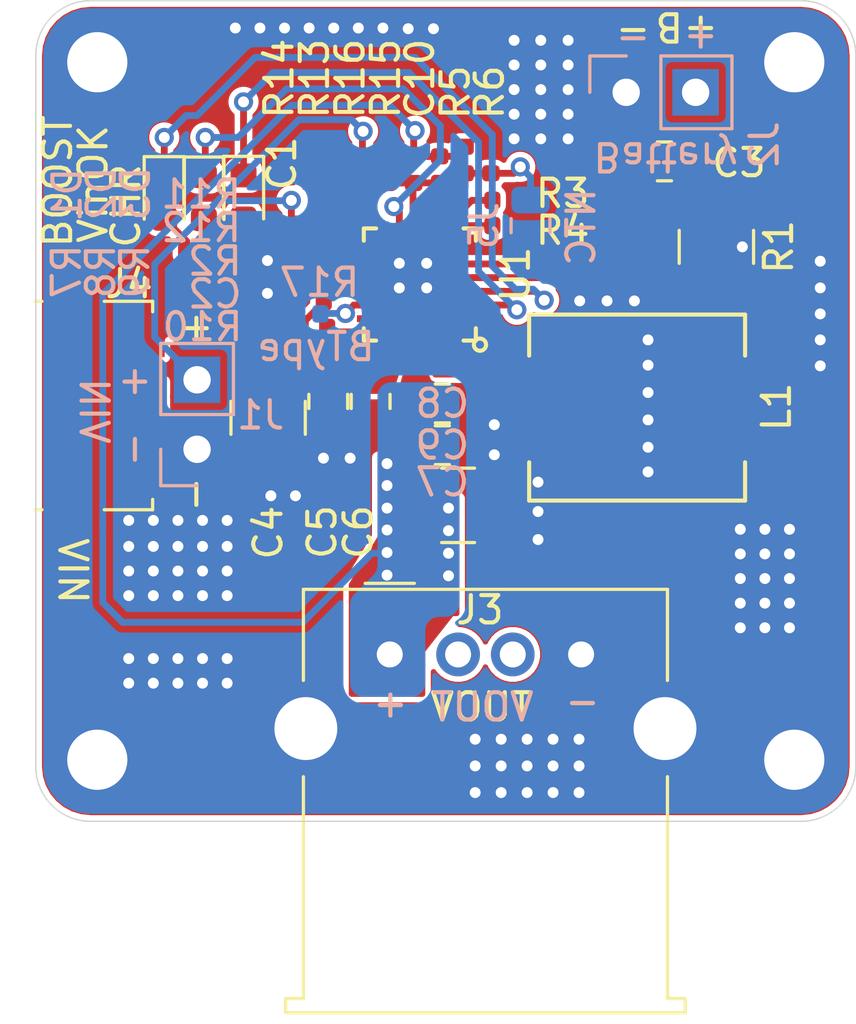
<source format=kicad_pcb>
(kicad_pcb (version 20171130) (host pcbnew "(5.1.6)-1")

  (general
    (thickness 1.6)
    (drawings 31)
    (tracks 274)
    (zones 0)
    (modules 41)
    (nets 29)
  )

  (page A4)
  (layers
    (0 F.Cu signal)
    (31 B.Cu signal)
    (32 B.Adhes user)
    (33 F.Adhes user)
    (34 B.Paste user)
    (35 F.Paste user)
    (36 B.SilkS user)
    (37 F.SilkS user)
    (38 B.Mask user)
    (39 F.Mask user)
    (40 Dwgs.User user)
    (41 Cmts.User user)
    (42 Eco1.User user)
    (43 Eco2.User user)
    (44 Edge.Cuts user)
    (45 Margin user)
    (46 B.CrtYd user hide)
    (47 F.CrtYd user hide)
    (48 B.Fab user hide)
    (49 F.Fab user hide)
  )

  (setup
    (last_trace_width 0.25)
    (trace_clearance 0.2)
    (zone_clearance 0.1)
    (zone_45_only no)
    (trace_min 0.2)
    (via_size 0.7)
    (via_drill 0.4)
    (via_min_size 0.4)
    (via_min_drill 0.3)
    (uvia_size 0.3)
    (uvia_drill 0.1)
    (uvias_allowed no)
    (uvia_min_size 0.2)
    (uvia_min_drill 0.1)
    (edge_width 0.05)
    (segment_width 0.2)
    (pcb_text_width 0.3)
    (pcb_text_size 1.5 1.5)
    (mod_edge_width 0.12)
    (mod_text_size 1 1)
    (mod_text_width 0.15)
    (pad_size 1.7 1.7)
    (pad_drill 1)
    (pad_to_mask_clearance 0.05)
    (aux_axis_origin 0 0)
    (visible_elements 7FFFFFFF)
    (pcbplotparams
      (layerselection 0x010f0_ffffffff)
      (usegerberextensions false)
      (usegerberattributes true)
      (usegerberadvancedattributes true)
      (creategerberjobfile true)
      (excludeedgelayer true)
      (linewidth 0.100000)
      (plotframeref false)
      (viasonmask false)
      (mode 1)
      (useauxorigin false)
      (hpglpennumber 1)
      (hpglpenspeed 20)
      (hpglpendiameter 15.000000)
      (psnegative false)
      (psa4output false)
      (plotreference true)
      (plotvalue true)
      (plotinvisibletext false)
      (padsonsilk false)
      (subtractmaskfromsilk false)
      (outputformat 1)
      (mirror false)
      (drillshape 0)
      (scaleselection 1)
      (outputdirectory "gerber/"))
  )

  (net 0 "")
  (net 1 GND)
  (net 2 "Net-(C1-Pad1)")
  (net 3 VCC)
  (net 4 +BATT)
  (net 5 VDC)
  (net 6 +5V)
  (net 7 "Net-(C10-Pad2)")
  (net 8 "Net-(D1-Pad2)")
  (net 9 "Net-(D1-Pad1)")
  (net 10 "Net-(D2-Pad2)")
  (net 11 "Net-(D2-Pad1)")
  (net 12 "Net-(D3-Pad2)")
  (net 13 "Net-(D3-Pad1)")
  (net 14 "Net-(L1-Pad2)")
  (net 15 "Net-(L1-Pad1)")
  (net 16 "Net-(R2-Pad1)")
  (net 17 "Net-(R3-Pad1)")
  (net 18 "Net-(R4-Pad1)")
  (net 19 "Net-(R10-Pad2)")
  (net 20 "Net-(R11-Pad2)")
  (net 21 "Net-(R13-Pad2)")
  (net 22 "Net-(J3-Pad3)")
  (net 23 "Net-(J3-Pad2)")
  (net 24 BType)
  (net 25 "Net-(J4-Pad4)")
  (net 26 "Net-(J4-Pad3)")
  (net 27 "Net-(J4-Pad2)")
  (net 28 NTC)

  (net_class Default "This is the default net class."
    (clearance 0.2)
    (trace_width 0.25)
    (via_dia 0.7)
    (via_drill 0.4)
    (uvia_dia 0.3)
    (uvia_drill 0.1)
    (add_net +5V)
    (add_net +BATT)
    (add_net BType)
    (add_net GND)
    (add_net NTC)
    (add_net "Net-(C1-Pad1)")
    (add_net "Net-(C10-Pad2)")
    (add_net "Net-(D1-Pad1)")
    (add_net "Net-(D1-Pad2)")
    (add_net "Net-(D2-Pad1)")
    (add_net "Net-(D2-Pad2)")
    (add_net "Net-(D3-Pad1)")
    (add_net "Net-(D3-Pad2)")
    (add_net "Net-(J3-Pad2)")
    (add_net "Net-(J3-Pad3)")
    (add_net "Net-(J4-Pad2)")
    (add_net "Net-(J4-Pad3)")
    (add_net "Net-(J4-Pad4)")
    (add_net "Net-(L1-Pad1)")
    (add_net "Net-(L1-Pad2)")
    (add_net "Net-(R10-Pad2)")
    (add_net "Net-(R11-Pad2)")
    (add_net "Net-(R13-Pad2)")
    (add_net "Net-(R2-Pad1)")
    (add_net "Net-(R3-Pad1)")
    (add_net "Net-(R4-Pad1)")
    (add_net VCC)
    (add_net VDC)
  )

  (module Resistor_SMD:R_0805_2012Metric (layer B.Cu) (tedit 5B36C52B) (tstamp 5F73E423)
    (at 118.1 128.225 90)
    (descr "Resistor SMD 0805 (2012 Metric), square (rectangular) end terminal, IPC_7351 nominal, (Body size source: https://docs.google.com/spreadsheets/d/1BsfQQcO9C6DZCsRaXUlFlo91Tg2WpOkGARC1WS5S8t0/edit?usp=sharing), generated with kicad-footprint-generator")
    (tags resistor)
    (path /5F775495)
    (attr smd)
    (fp_text reference J5 (at 0 -1.7 90) (layer B.SilkS)
      (effects (font (size 1 1) (thickness 0.15)) (justify mirror))
    )
    (fp_text value NTC (at 0 -1.65 90) (layer B.Fab)
      (effects (font (size 1 1) (thickness 0.15)) (justify mirror))
    )
    (fp_line (start 1.68 -0.95) (end -1.68 -0.95) (layer B.CrtYd) (width 0.05))
    (fp_line (start 1.68 0.95) (end 1.68 -0.95) (layer B.CrtYd) (width 0.05))
    (fp_line (start -1.68 0.95) (end 1.68 0.95) (layer B.CrtYd) (width 0.05))
    (fp_line (start -1.68 -0.95) (end -1.68 0.95) (layer B.CrtYd) (width 0.05))
    (fp_line (start -0.258578 -0.71) (end 0.258578 -0.71) (layer B.SilkS) (width 0.12))
    (fp_line (start -0.258578 0.71) (end 0.258578 0.71) (layer B.SilkS) (width 0.12))
    (fp_line (start 1 -0.6) (end -1 -0.6) (layer B.Fab) (width 0.1))
    (fp_line (start 1 0.6) (end 1 -0.6) (layer B.Fab) (width 0.1))
    (fp_line (start -1 0.6) (end 1 0.6) (layer B.Fab) (width 0.1))
    (fp_line (start -1 -0.6) (end -1 0.6) (layer B.Fab) (width 0.1))
    (fp_text user %R (at 0 0 90) (layer B.Fab)
      (effects (font (size 0.5 0.5) (thickness 0.08)) (justify mirror))
    )
    (pad 2 smd roundrect (at 0.9375 0 90) (size 0.975 1.4) (layers B.Cu B.Paste B.Mask) (roundrect_rratio 0.25)
      (net 28 NTC))
    (pad 1 smd roundrect (at -0.9375 0 90) (size 0.975 1.4) (layers B.Cu B.Paste B.Mask) (roundrect_rratio 0.25)
      (net 1 GND))
    (model ${KISYS3DMOD}/Resistor_SMD.3dshapes/R_0805_2012Metric.wrl
      (at (xyz 0 0 0))
      (scale (xyz 1 1 1))
      (rotate (xyz 0 0 0))
    )
  )

  (module Connector_USB:USB_Micro-B_Molex_47346-0001 (layer F.Cu) (tedit 5D8620A7) (tstamp 5F71B848)
    (at 102.565 134.8 270)
    (descr "Micro USB B receptable with flange, bottom-mount, SMD, right-angle (http://www.molex.com/pdm_docs/sd/473460001_sd.pdf)")
    (tags "Micro B USB SMD")
    (path /5F7742BF)
    (attr smd)
    (fp_text reference J4 (at -4.45 -0.85) (layer F.SilkS)
      (effects (font (size 1 1) (thickness 0.15)))
    )
    (fp_text value " " (at 0 4.6 270) (layer F.Fab)
      (effects (font (size 1 1) (thickness 0.15)))
    )
    (fp_line (start -3.25 2.65) (end 3.25 2.65) (layer F.Fab) (width 0.1))
    (fp_line (start -3.81 2.6) (end -3.81 2.34) (layer F.SilkS) (width 0.12))
    (fp_line (start -3.81 0.06) (end -3.81 -1.71) (layer F.SilkS) (width 0.12))
    (fp_line (start -3.81 -1.71) (end -3.43 -1.71) (layer F.SilkS) (width 0.12))
    (fp_line (start 3.81 -1.71) (end 3.81 0.06) (layer F.SilkS) (width 0.12))
    (fp_line (start 3.81 2.34) (end 3.81 2.6) (layer F.SilkS) (width 0.12))
    (fp_line (start -3.75 3.35) (end -3.75 -1.65) (layer F.Fab) (width 0.1))
    (fp_line (start -3.75 -1.65) (end 3.75 -1.65) (layer F.Fab) (width 0.1))
    (fp_line (start 3.75 -1.65) (end 3.75 3.35) (layer F.Fab) (width 0.1))
    (fp_line (start 3.75 3.35) (end -3.75 3.35) (layer F.Fab) (width 0.1))
    (fp_line (start -4.7 3.85) (end -4.7 -2.65) (layer F.CrtYd) (width 0.05))
    (fp_line (start -4.7 -2.65) (end 4.7 -2.65) (layer F.CrtYd) (width 0.05))
    (fp_line (start 4.7 -2.65) (end 4.7 3.85) (layer F.CrtYd) (width 0.05))
    (fp_line (start 4.7 3.85) (end -4.7 3.85) (layer F.CrtYd) (width 0.05))
    (fp_line (start 3.81 -1.71) (end 3.43 -1.71) (layer F.SilkS) (width 0.12))
    (fp_text user %R (at 0 1.2 90) (layer F.Fab)
      (effects (font (size 1 1) (thickness 0.15)))
    )
    (fp_text user "PCB Edge" (at 0 2.67 270) (layer Dwgs.User)
      (effects (font (size 0.4 0.4) (thickness 0.04)))
    )
    (pad 6 smd rect (at 1.55 1.2 270) (size 1 1.9) (layers F.Cu F.Paste F.Mask)
      (net 1 GND))
    (pad 6 smd rect (at -1.15 1.2 270) (size 1.8 1.9) (layers F.Cu F.Paste F.Mask)
      (net 1 GND))
    (pad 6 smd rect (at 3.375 1.2 270) (size 1.65 1.3) (layers F.Cu F.Paste F.Mask)
      (net 1 GND))
    (pad 6 smd rect (at -3.375 1.2 270) (size 1.65 1.3) (layers F.Cu F.Paste F.Mask)
      (net 1 GND))
    (pad 6 smd rect (at 2.4875 -1.375 270) (size 1.425 1.55) (layers F.Cu F.Paste F.Mask)
      (net 1 GND))
    (pad 6 smd rect (at -2.4875 -1.375 270) (size 1.425 1.55) (layers F.Cu F.Paste F.Mask)
      (net 1 GND))
    (pad 5 smd rect (at 1.3 -1.46 270) (size 0.45 1.38) (layers F.Cu F.Paste F.Mask)
      (net 1 GND))
    (pad 4 smd rect (at 0.65 -1.46 270) (size 0.45 1.38) (layers F.Cu F.Paste F.Mask)
      (net 25 "Net-(J4-Pad4)"))
    (pad 3 smd rect (at 0 -1.46 270) (size 0.45 1.38) (layers F.Cu F.Paste F.Mask)
      (net 26 "Net-(J4-Pad3)"))
    (pad 2 smd rect (at -0.65 -1.46 270) (size 0.45 1.38) (layers F.Cu F.Paste F.Mask)
      (net 27 "Net-(J4-Pad2)"))
    (pad 1 smd rect (at -1.3 -1.46 270) (size 0.45 1.38) (layers F.Cu F.Paste F.Mask)
      (net 5 VDC))
    (model ${KISYS3DMOD}/Connector_USB.3dshapes/USB_Micro-B_Molex_47346-0001.wrl
      (at (xyz 0 0 0))
      (scale (xyz 1 1 1))
      (rotate (xyz 0 0 0))
    )
  )

  (module LED_SMD:LED_0603_1608Metric (layer F.Cu) (tedit 5B301BBE) (tstamp 5F4A70EA)
    (at 107.6 127.175 270)
    (descr "LED SMD 0603 (1608 Metric), square (rectangular) end terminal, IPC_7351 nominal, (Body size source: http://www.tortai-tech.com/upload/download/2011102023233369053.pdf), generated with kicad-footprint-generator")
    (tags diode)
    (path /5F4A433A)
    (attr smd)
    (fp_text reference D3 (at -0.125 3.95 90) (layer B.SilkS)
      (effects (font (size 1 1) (thickness 0.15)) (justify mirror))
    )
    (fp_text value " " (at 0 1.43 90) (layer F.Fab)
      (effects (font (size 1 1) (thickness 0.15)))
    )
    (fp_line (start 0.8 -0.4) (end -0.5 -0.4) (layer F.Fab) (width 0.1))
    (fp_line (start -0.5 -0.4) (end -0.8 -0.1) (layer F.Fab) (width 0.1))
    (fp_line (start -0.8 -0.1) (end -0.8 0.4) (layer F.Fab) (width 0.1))
    (fp_line (start -0.8 0.4) (end 0.8 0.4) (layer F.Fab) (width 0.1))
    (fp_line (start 0.8 0.4) (end 0.8 -0.4) (layer F.Fab) (width 0.1))
    (fp_line (start 0.8 -0.735) (end -1.485 -0.735) (layer F.SilkS) (width 0.12))
    (fp_line (start -1.485 -0.735) (end -1.485 0.735) (layer F.SilkS) (width 0.12))
    (fp_line (start -1.485 0.735) (end 0.8 0.735) (layer F.SilkS) (width 0.12))
    (fp_line (start -1.48 0.73) (end -1.48 -0.73) (layer F.CrtYd) (width 0.05))
    (fp_line (start -1.48 -0.73) (end 1.48 -0.73) (layer F.CrtYd) (width 0.05))
    (fp_line (start 1.48 -0.73) (end 1.48 0.73) (layer F.CrtYd) (width 0.05))
    (fp_line (start 1.48 0.73) (end -1.48 0.73) (layer F.CrtYd) (width 0.05))
    (fp_text user %R (at 0 0 90) (layer F.Fab)
      (effects (font (size 0.4 0.4) (thickness 0.06)))
    )
    (pad 2 smd roundrect (at 0.7875 0 270) (size 0.875 0.95) (layers F.Cu F.Paste F.Mask) (roundrect_rratio 0.25)
      (net 12 "Net-(D3-Pad2)"))
    (pad 1 smd roundrect (at -0.7875 0 270) (size 0.875 0.95) (layers F.Cu F.Paste F.Mask) (roundrect_rratio 0.25)
      (net 13 "Net-(D3-Pad1)"))
    (model ${KISYS3DMOD}/LED_SMD.3dshapes/LED_0603_1608Metric.wrl
      (at (xyz 0 0 0))
      (scale (xyz 1 1 1))
      (rotate (xyz 0 0 0))
    )
  )

  (module LED_SMD:LED_0603_1608Metric (layer F.Cu) (tedit 5B301BBE) (tstamp 5F698ADB)
    (at 106.15 127.2 270)
    (descr "LED SMD 0603 (1608 Metric), square (rectangular) end terminal, IPC_7351 nominal, (Body size source: http://www.tortai-tech.com/upload/download/2011102023233369053.pdf), generated with kicad-footprint-generator")
    (tags diode)
    (path /5F4A2588)
    (attr smd)
    (fp_text reference D2 (at -0.15 3.75 90) (layer B.SilkS)
      (effects (font (size 1 1) (thickness 0.15)) (justify mirror))
    )
    (fp_text value " " (at 0 1.43 90) (layer F.Fab)
      (effects (font (size 1 1) (thickness 0.15)))
    )
    (fp_line (start 0.8 -0.4) (end -0.5 -0.4) (layer F.Fab) (width 0.1))
    (fp_line (start -0.5 -0.4) (end -0.8 -0.1) (layer F.Fab) (width 0.1))
    (fp_line (start -0.8 -0.1) (end -0.8 0.4) (layer F.Fab) (width 0.1))
    (fp_line (start -0.8 0.4) (end 0.8 0.4) (layer F.Fab) (width 0.1))
    (fp_line (start 0.8 0.4) (end 0.8 -0.4) (layer F.Fab) (width 0.1))
    (fp_line (start 0.8 -0.735) (end -1.485 -0.735) (layer F.SilkS) (width 0.12))
    (fp_line (start -1.485 -0.735) (end -1.485 0.735) (layer F.SilkS) (width 0.12))
    (fp_line (start -1.485 0.735) (end 0.8 0.735) (layer F.SilkS) (width 0.12))
    (fp_line (start -1.48 0.73) (end -1.48 -0.73) (layer F.CrtYd) (width 0.05))
    (fp_line (start -1.48 -0.73) (end 1.48 -0.73) (layer F.CrtYd) (width 0.05))
    (fp_line (start 1.48 -0.73) (end 1.48 0.73) (layer F.CrtYd) (width 0.05))
    (fp_line (start 1.48 0.73) (end -1.48 0.73) (layer F.CrtYd) (width 0.05))
    (fp_text user %R (at 0 0 90) (layer F.Fab)
      (effects (font (size 0.4 0.4) (thickness 0.06)))
    )
    (pad 2 smd roundrect (at 0.7875 0 270) (size 0.875 0.95) (layers F.Cu F.Paste F.Mask) (roundrect_rratio 0.25)
      (net 10 "Net-(D2-Pad2)"))
    (pad 1 smd roundrect (at -0.7875 0 270) (size 0.875 0.95) (layers F.Cu F.Paste F.Mask) (roundrect_rratio 0.25)
      (net 11 "Net-(D2-Pad1)"))
    (model ${KISYS3DMOD}/LED_SMD.3dshapes/LED_0603_1608Metric.wrl
      (at (xyz 0 0 0))
      (scale (xyz 1 1 1))
      (rotate (xyz 0 0 0))
    )
  )

  (module LED_SMD:LED_0603_1608Metric (layer F.Cu) (tedit 5B301BBE) (tstamp 5F4A70C4)
    (at 104.7 127.1875 270)
    (descr "LED SMD 0603 (1608 Metric), square (rectangular) end terminal, IPC_7351 nominal, (Body size source: http://www.tortai-tech.com/upload/download/2011102023233369053.pdf), generated with kicad-footprint-generator")
    (tags diode)
    (path /5F4A0C8F)
    (attr smd)
    (fp_text reference D1 (at -0.0875 3.55 90) (layer B.SilkS)
      (effects (font (size 1 1) (thickness 0.15)) (justify mirror))
    )
    (fp_text value " " (at 0 1.43 90) (layer F.Fab)
      (effects (font (size 1 1) (thickness 0.15)))
    )
    (fp_line (start 0.8 -0.4) (end -0.5 -0.4) (layer F.Fab) (width 0.1))
    (fp_line (start -0.5 -0.4) (end -0.8 -0.1) (layer F.Fab) (width 0.1))
    (fp_line (start -0.8 -0.1) (end -0.8 0.4) (layer F.Fab) (width 0.1))
    (fp_line (start -0.8 0.4) (end 0.8 0.4) (layer F.Fab) (width 0.1))
    (fp_line (start 0.8 0.4) (end 0.8 -0.4) (layer F.Fab) (width 0.1))
    (fp_line (start 0.8 -0.735) (end -1.485 -0.735) (layer F.SilkS) (width 0.12))
    (fp_line (start -1.485 -0.735) (end -1.485 0.735) (layer F.SilkS) (width 0.12))
    (fp_line (start -1.485 0.735) (end 0.8 0.735) (layer F.SilkS) (width 0.12))
    (fp_line (start -1.48 0.73) (end -1.48 -0.73) (layer F.CrtYd) (width 0.05))
    (fp_line (start -1.48 -0.73) (end 1.48 -0.73) (layer F.CrtYd) (width 0.05))
    (fp_line (start 1.48 -0.73) (end 1.48 0.73) (layer F.CrtYd) (width 0.05))
    (fp_line (start 1.48 0.73) (end -1.48 0.73) (layer F.CrtYd) (width 0.05))
    (fp_text user %R (at 0 0 90) (layer F.Fab)
      (effects (font (size 0.4 0.4) (thickness 0.06)))
    )
    (pad 2 smd roundrect (at 0.7875 0 270) (size 0.875 0.95) (layers F.Cu F.Paste F.Mask) (roundrect_rratio 0.25)
      (net 8 "Net-(D1-Pad2)"))
    (pad 1 smd roundrect (at -0.7875 0 270) (size 0.875 0.95) (layers F.Cu F.Paste F.Mask) (roundrect_rratio 0.25)
      (net 9 "Net-(D1-Pad1)"))
    (model ${KISYS3DMOD}/LED_SMD.3dshapes/LED_0603_1608Metric.wrl
      (at (xyz 0 0 0))
      (scale (xyz 1 1 1))
      (rotate (xyz 0 0 0))
    )
  )

  (module Resistor_SMD:R_0402_1005Metric (layer B.Cu) (tedit 5B301BBD) (tstamp 5F704BC4)
    (at 109.925 131.45 180)
    (descr "Resistor SMD 0402 (1005 Metric), square (rectangular) end terminal, IPC_7351 nominal, (Body size source: http://www.tortai-tech.com/upload/download/2011102023233369053.pdf), generated with kicad-footprint-generator")
    (tags resistor)
    (path /5F775B9C)
    (attr smd)
    (fp_text reference R17 (at -0.45 1.15) (layer B.SilkS)
      (effects (font (size 1 1) (thickness 0.15)) (justify mirror))
    )
    (fp_text value 0R (at 0 -1.17) (layer B.Fab)
      (effects (font (size 1 1) (thickness 0.15)) (justify mirror))
    )
    (fp_line (start 0.93 -0.47) (end -0.93 -0.47) (layer B.CrtYd) (width 0.05))
    (fp_line (start 0.93 0.47) (end 0.93 -0.47) (layer B.CrtYd) (width 0.05))
    (fp_line (start -0.93 0.47) (end 0.93 0.47) (layer B.CrtYd) (width 0.05))
    (fp_line (start -0.93 -0.47) (end -0.93 0.47) (layer B.CrtYd) (width 0.05))
    (fp_line (start 0.5 -0.25) (end -0.5 -0.25) (layer B.Fab) (width 0.1))
    (fp_line (start 0.5 0.25) (end 0.5 -0.25) (layer B.Fab) (width 0.1))
    (fp_line (start -0.5 0.25) (end 0.5 0.25) (layer B.Fab) (width 0.1))
    (fp_line (start -0.5 -0.25) (end -0.5 0.25) (layer B.Fab) (width 0.1))
    (fp_text user %R (at 0 0) (layer B.Fab)
      (effects (font (size 0.25 0.25) (thickness 0.04)) (justify mirror))
    )
    (pad 2 smd roundrect (at 0.485 0 180) (size 0.59 0.64) (layers B.Cu B.Paste B.Mask) (roundrect_rratio 0.25)
      (net 1 GND))
    (pad 1 smd roundrect (at -0.485 0 180) (size 0.59 0.64) (layers B.Cu B.Paste B.Mask) (roundrect_rratio 0.25)
      (net 24 BType))
    (model ${KISYS3DMOD}/Resistor_SMD.3dshapes/R_0402_1005Metric.wrl
      (at (xyz 0 0 0))
      (scale (xyz 1 1 1))
      (rotate (xyz 0 0 0))
    )
  )

  (module MountingHole:MountingHole_2.2mm_M2_DIN965_Pad (layer F.Cu) (tedit 56D1B4CB) (tstamp 5F6F9FA2)
    (at 127.75 122.25)
    (descr "Mounting Hole 2.2mm, M2, DIN965")
    (tags "mounting hole 2.2mm m2 din965")
    (path /5F78265D)
    (attr virtual)
    (fp_text reference H4 (at 0.05 2.95) (layer F.SilkS) hide
      (effects (font (size 1 1) (thickness 0.15)))
    )
    (fp_text value " " (at 0 2.9) (layer F.Fab)
      (effects (font (size 1 1) (thickness 0.15)))
    )
    (fp_circle (center 0 0) (end 2.15 0) (layer F.CrtYd) (width 0.05))
    (fp_circle (center 0 0) (end 1.9 0) (layer Cmts.User) (width 0.15))
    (fp_text user %R (at 0.3 0) (layer F.Fab)
      (effects (font (size 1 1) (thickness 0.15)))
    )
    (pad 1 thru_hole circle (at 0 0) (size 3.8 3.8) (drill 2.2) (layers *.Cu *.Mask)
      (net 1 GND))
  )

  (module MountingHole:MountingHole_2.2mm_M2_DIN965_Pad (layer F.Cu) (tedit 56D1B4CB) (tstamp 5F6F9F9A)
    (at 127.75 147.75)
    (descr "Mounting Hole 2.2mm, M2, DIN965")
    (tags "mounting hole 2.2mm m2 din965")
    (path /5F78243D)
    (attr virtual)
    (fp_text reference H3 (at 0 -2.9) (layer F.SilkS) hide
      (effects (font (size 1 1) (thickness 0.15)))
    )
    (fp_text value " " (at 0 2.9) (layer F.Fab)
      (effects (font (size 1 1) (thickness 0.15)))
    )
    (fp_circle (center 0 0) (end 2.15 0) (layer F.CrtYd) (width 0.05))
    (fp_circle (center 0 0) (end 1.9 0) (layer Cmts.User) (width 0.15))
    (fp_text user %R (at 0 -3.15) (layer F.Fab)
      (effects (font (size 1 1) (thickness 0.15)))
    )
    (pad 1 thru_hole circle (at 0 0) (size 3.8 3.8) (drill 2.2) (layers *.Cu *.Mask)
      (net 1 GND))
  )

  (module MountingHole:MountingHole_2.2mm_M2_DIN965_Pad (layer F.Cu) (tedit 56D1B4CB) (tstamp 5F6F9F92)
    (at 102.25 147.75)
    (descr "Mounting Hole 2.2mm, M2, DIN965")
    (tags "mounting hole 2.2mm m2 din965")
    (path /5F782273)
    (attr virtual)
    (fp_text reference H2 (at 0 -2.9) (layer F.SilkS) hide
      (effects (font (size 1 1) (thickness 0.15)))
    )
    (fp_text value " " (at 0 2.9) (layer F.Fab)
      (effects (font (size 1 1) (thickness 0.15)))
    )
    (fp_circle (center 0 0) (end 2.15 0) (layer F.CrtYd) (width 0.05))
    (fp_circle (center 0 0) (end 1.9 0) (layer Cmts.User) (width 0.15))
    (fp_text user %R (at 0.3 0) (layer F.Fab)
      (effects (font (size 1 1) (thickness 0.15)))
    )
    (pad 1 thru_hole circle (at 0 0) (size 3.8 3.8) (drill 2.2) (layers *.Cu *.Mask)
      (net 1 GND))
  )

  (module MountingHole:MountingHole_2.2mm_M2_DIN965_Pad (layer F.Cu) (tedit 56D1B4CB) (tstamp 5F6F9F8A)
    (at 102.25 122.25)
    (descr "Mounting Hole 2.2mm, M2, DIN965")
    (tags "mounting hole 2.2mm m2 din965")
    (path /5F781EDD)
    (attr virtual)
    (fp_text reference H1 (at 2.85 -1.3) (layer F.SilkS) hide
      (effects (font (size 1 1) (thickness 0.15)))
    )
    (fp_text value " " (at 0 2.9) (layer F.Fab)
      (effects (font (size 1 1) (thickness 0.15)))
    )
    (fp_circle (center 0 0) (end 2.15 0) (layer F.CrtYd) (width 0.05))
    (fp_circle (center 0 0) (end 1.9 0) (layer Cmts.User) (width 0.15))
    (fp_text user %R (at 0.3 0) (layer F.Fab)
      (effects (font (size 1 1) (thickness 0.15)))
    )
    (pad 1 thru_hole circle (at 0 0) (size 3.8 3.8) (drill 2.2) (layers *.Cu *.Mask)
      (net 1 GND))
  )

  (module Connector_PinHeader_2.54mm:PinHeader_1x02_P2.54mm_Vertical (layer B.Cu) (tedit 5F6EF82A) (tstamp 5F6F7770)
    (at 121.6 123.35 270)
    (descr "Through hole straight pin header, 1x02, 2.54mm pitch, single row")
    (tags "Through hole pin header THT 1x02 2.54mm single row")
    (path /5F626209)
    (fp_text reference J2 (at 1.925 -5.05 90) (layer B.SilkS)
      (effects (font (size 1 1) (thickness 0.15)) (justify mirror))
    )
    (fp_text value Battery (at 0 -4.87 270) (layer B.Fab)
      (effects (font (size 1 1) (thickness 0.15)) (justify mirror))
    )
    (fp_line (start -0.635 1.27) (end 1.27 1.27) (layer B.Fab) (width 0.1))
    (fp_line (start 1.27 1.27) (end 1.27 -3.81) (layer B.Fab) (width 0.1))
    (fp_line (start 1.27 -3.81) (end -1.27 -3.81) (layer B.Fab) (width 0.1))
    (fp_line (start -1.27 -3.81) (end -1.27 0.635) (layer B.Fab) (width 0.1))
    (fp_line (start -1.27 0.635) (end -0.635 1.27) (layer B.Fab) (width 0.1))
    (fp_line (start -1.33 -3.87) (end 1.33 -3.87) (layer B.SilkS) (width 0.12))
    (fp_line (start -1.33 -1.27) (end -1.33 -3.87) (layer B.SilkS) (width 0.12))
    (fp_line (start 1.33 -1.27) (end 1.33 -3.87) (layer B.SilkS) (width 0.12))
    (fp_line (start -1.33 -1.27) (end 1.33 -1.27) (layer B.SilkS) (width 0.12))
    (fp_line (start -1.33 0) (end -1.33 1.33) (layer B.SilkS) (width 0.12))
    (fp_line (start -1.33 1.33) (end 0 1.33) (layer B.SilkS) (width 0.12))
    (fp_line (start -1.8 1.8) (end -1.8 -4.35) (layer B.CrtYd) (width 0.05))
    (fp_line (start -1.8 -4.35) (end 1.8 -4.35) (layer B.CrtYd) (width 0.05))
    (fp_line (start 1.8 -4.35) (end 1.8 1.8) (layer B.CrtYd) (width 0.05))
    (fp_line (start 1.8 1.8) (end -1.8 1.8) (layer B.CrtYd) (width 0.05))
    (fp_text user %R (at 0 -1.27) (layer B.Fab)
      (effects (font (size 1 1) (thickness 0.15)) (justify mirror))
    )
    (pad 2 thru_hole rect (at 0 -2.54 270) (size 1.7 1.7) (drill 1) (layers *.Cu *.Mask)
      (net 4 +BATT))
    (pad 1 thru_hole rect (at 0 0 270) (size 1.7 1.7) (drill 1) (layers *.Cu *.Mask)
      (net 1 GND))
    (model ${KISYS3DMOD}/Connector_PinHeader_2.54mm.3dshapes/PinHeader_1x02_P2.54mm_Vertical.wrl
      (at (xyz 0 0 0))
      (scale (xyz 1 1 1))
      (rotate (xyz 0 0 0))
    )
  )

  (module Resistor_SMD:R_1210_3225Metric (layer F.Cu) (tedit 5B301BBD) (tstamp 5F6F76A4)
    (at 124.9 129 270)
    (descr "Resistor SMD 1210 (3225 Metric), square (rectangular) end terminal, IPC_7351 nominal, (Body size source: http://www.tortai-tech.com/upload/download/2011102023233369053.pdf), generated with kicad-footprint-generator")
    (tags resistor)
    (path /5F4D58C6)
    (attr smd)
    (fp_text reference R1 (at 0 -2.28 90) (layer F.SilkS)
      (effects (font (size 1 1) (thickness 0.15)))
    )
    (fp_text value 0R02 (at 0 2.28 90) (layer F.Fab)
      (effects (font (size 1 1) (thickness 0.15)))
    )
    (fp_line (start 2.28 1.58) (end -2.28 1.58) (layer F.CrtYd) (width 0.05))
    (fp_line (start 2.28 -1.58) (end 2.28 1.58) (layer F.CrtYd) (width 0.05))
    (fp_line (start -2.28 -1.58) (end 2.28 -1.58) (layer F.CrtYd) (width 0.05))
    (fp_line (start -2.28 1.58) (end -2.28 -1.58) (layer F.CrtYd) (width 0.05))
    (fp_line (start -0.602064 1.36) (end 0.602064 1.36) (layer F.SilkS) (width 0.12))
    (fp_line (start -0.602064 -1.36) (end 0.602064 -1.36) (layer F.SilkS) (width 0.12))
    (fp_line (start 1.6 1.25) (end -1.6 1.25) (layer F.Fab) (width 0.1))
    (fp_line (start 1.6 -1.25) (end 1.6 1.25) (layer F.Fab) (width 0.1))
    (fp_line (start -1.6 -1.25) (end 1.6 -1.25) (layer F.Fab) (width 0.1))
    (fp_line (start -1.6 1.25) (end -1.6 -1.25) (layer F.Fab) (width 0.1))
    (fp_text user %R (at 0 0 90) (layer F.Fab)
      (effects (font (size 0.8 0.8) (thickness 0.12)))
    )
    (pad 2 smd roundrect (at 1.4 0 270) (size 1.25 2.65) (layers F.Cu F.Paste F.Mask) (roundrect_rratio 0.2)
      (net 14 "Net-(L1-Pad2)"))
    (pad 1 smd roundrect (at -1.4 0 270) (size 1.25 2.65) (layers F.Cu F.Paste F.Mask) (roundrect_rratio 0.2)
      (net 4 +BATT))
    (model ${KISYS3DMOD}/Resistor_SMD.3dshapes/R_1210_3225Metric.wrl
      (at (xyz 0 0 0))
      (scale (xyz 1 1 1))
      (rotate (xyz 0 0 0))
    )
  )

  (module Connector_USB:USB_A_Molex_67643_Horizontal (layer F.Cu) (tedit 5EA03975) (tstamp 5F702F36)
    (at 112.95 143.9)
    (descr "USB type A, Horizontal, https://www.molex.com/pdm_docs/sd/676433910_sd.pdf")
    (tags "USB_A Female Connector receptacle")
    (path /5F632F50)
    (fp_text reference J3 (at 3.3 -1.625) (layer F.SilkS)
      (effects (font (size 1 1) (thickness 0.15)))
    )
    (fp_text value USB (at 3.5 14.5) (layer F.Fab)
      (effects (font (size 1 1) (thickness 0.15)))
    )
    (fp_line (start 0 -1.27) (end 1 -2.27) (layer F.Fab) (width 0.1))
    (fp_line (start -1 -2.27) (end 0 -1.27) (layer F.Fab) (width 0.1))
    (fp_line (start -0.9 -2.6) (end 0.9 -2.6) (layer F.SilkS) (width 0.12))
    (fp_line (start -3.05 12.69) (end -3.7 12.69) (layer F.Fab) (width 0.1))
    (fp_line (start 10.81 12.58) (end 10.16 12.58) (layer F.SilkS) (width 0.12))
    (fp_line (start -3.81 12.58) (end -3.81 13.1) (layer F.SilkS) (width 0.12))
    (fp_line (start 10.16 4.47) (end 10.16 12.58) (layer F.SilkS) (width 0.12))
    (fp_line (start -3.81 13.1) (end 10.81 13.1) (layer F.SilkS) (width 0.12))
    (fp_line (start 10.81 13.1) (end 10.81 12.58) (layer F.SilkS) (width 0.12))
    (fp_line (start -3.05 12.69) (end -3.05 -2.27) (layer F.Fab) (width 0.1))
    (fp_line (start 10.16 -2.38) (end 10.16 0.95) (layer F.SilkS) (width 0.12))
    (fp_line (start -3.16 -2.38) (end -3.16 0.95) (layer F.SilkS) (width 0.12))
    (fp_line (start -3.16 -2.38) (end 10.16 -2.38) (layer F.SilkS) (width 0.12))
    (fp_line (start -3.55 12.19) (end -3.55 4.66) (layer F.CrtYd) (width 0.05))
    (fp_line (start -4.2 12.19) (end -3.55 12.19) (layer F.CrtYd) (width 0.05))
    (fp_line (start -4.2 13.49) (end -4.2 12.19) (layer F.CrtYd) (width 0.05))
    (fp_line (start 10.55 12.19) (end 10.55 4.66) (layer F.CrtYd) (width 0.05))
    (fp_line (start 11.2 12.19) (end 10.55 12.19) (layer F.CrtYd) (width 0.05))
    (fp_line (start 11.2 13.49) (end 11.2 12.19) (layer F.CrtYd) (width 0.05))
    (fp_line (start -4.2 13.49) (end 11.2 13.49) (layer F.CrtYd) (width 0.05))
    (fp_line (start -3.55 -2.77) (end -3.55 0.76) (layer F.CrtYd) (width 0.05))
    (fp_line (start 10.55 -2.77) (end 10.55 0.76) (layer F.CrtYd) (width 0.05))
    (fp_line (start -3.55 -2.77) (end 10.55 -2.77) (layer F.CrtYd) (width 0.05))
    (fp_line (start -3.05 9.27) (end 10.05 9.27) (layer F.Fab) (width 0.1))
    (fp_line (start 10.7 12.69) (end 10.05 12.69) (layer F.Fab) (width 0.1))
    (fp_line (start 10.7 12.99) (end 10.7 12.69) (layer F.Fab) (width 0.1))
    (fp_line (start -3.7 12.99) (end 10.7 12.99) (layer F.Fab) (width 0.1))
    (fp_line (start -3.7 12.69) (end -3.7 12.99) (layer F.Fab) (width 0.1))
    (fp_line (start -3.16 12.58) (end -3.81 12.58) (layer F.SilkS) (width 0.12))
    (fp_line (start -3.16 12.58) (end -3.16 4.47) (layer F.SilkS) (width 0.12))
    (fp_line (start 10.05 -2.27) (end 10.05 12.69) (layer F.Fab) (width 0.1))
    (fp_line (start -3.05 -2.27) (end 10.05 -2.27) (layer F.Fab) (width 0.1))
    (fp_arc (start 10.07 2.71) (end 10.55 4.66) (angle -152.3426981) (layer F.CrtYd) (width 0.05))
    (fp_arc (start -3.07 2.71) (end -3.55 0.76) (angle -152.3426981) (layer F.CrtYd) (width 0.05))
    (fp_text user %R (at 3.5 3.7) (layer F.Fab)
      (effects (font (size 1 1) (thickness 0.15)))
    )
    (pad 4 thru_hole circle (at 7 0) (size 1.6 1.6) (drill 0.95) (layers *.Cu *.Mask)
      (net 1 GND))
    (pad 3 thru_hole circle (at 4.5 0) (size 1.6 1.6) (drill 0.95) (layers *.Cu *.Mask)
      (net 22 "Net-(J3-Pad3)"))
    (pad 2 thru_hole circle (at 2.5 0) (size 1.6 1.6) (drill 0.95) (layers *.Cu *.Mask)
      (net 23 "Net-(J3-Pad2)"))
    (pad 1 thru_hole rect (at 0 0) (size 1.6 1.5) (drill 0.95) (layers *.Cu *.Mask)
      (net 6 +5V))
    (pad 5 thru_hole circle (at 10.07 2.71) (size 3 3) (drill 2.3) (layers *.Cu *.Mask)
      (net 1 GND))
    (pad 5 thru_hole circle (at -3.07 2.71) (size 3 3) (drill 2.3) (layers *.Cu *.Mask)
      (net 1 GND))
    (model ${KISYS3DMOD}/Connector_USB.3dshapes/USB_A_Molex_67643_Horizontal.wrl
      (at (xyz 0 0 0))
      (scale (xyz 1 1 1))
      (rotate (xyz 0 0 0))
    )
  )

  (module Capacitor_SMD:C_0402_1005Metric (layer F.Cu) (tedit 5B301BBE) (tstamp 5F4A70B1)
    (at 114.775 126.175 270)
    (descr "Capacitor SMD 0402 (1005 Metric), square (rectangular) end terminal, IPC_7351 nominal, (Body size source: http://www.tortai-tech.com/upload/download/2011102023233369053.pdf), generated with kicad-footprint-generator")
    (tags capacitor)
    (path /5F5AF256)
    (attr smd)
    (fp_text reference C10 (at -3.325 0.725 90) (layer F.SilkS)
      (effects (font (size 1 1) (thickness 0.15)))
    )
    (fp_text value 120pF (at 0 1.17 90) (layer F.Fab)
      (effects (font (size 1 1) (thickness 0.15)))
    )
    (fp_line (start 0.93 0.47) (end -0.93 0.47) (layer F.CrtYd) (width 0.05))
    (fp_line (start 0.93 -0.47) (end 0.93 0.47) (layer F.CrtYd) (width 0.05))
    (fp_line (start -0.93 -0.47) (end 0.93 -0.47) (layer F.CrtYd) (width 0.05))
    (fp_line (start -0.93 0.47) (end -0.93 -0.47) (layer F.CrtYd) (width 0.05))
    (fp_line (start 0.5 0.25) (end -0.5 0.25) (layer F.Fab) (width 0.1))
    (fp_line (start 0.5 -0.25) (end 0.5 0.25) (layer F.Fab) (width 0.1))
    (fp_line (start -0.5 -0.25) (end 0.5 -0.25) (layer F.Fab) (width 0.1))
    (fp_line (start -0.5 0.25) (end -0.5 -0.25) (layer F.Fab) (width 0.1))
    (fp_text user %R (at 0 0 90) (layer F.Fab)
      (effects (font (size 0.25 0.25) (thickness 0.04)))
    )
    (pad 2 smd roundrect (at 0.485 0 270) (size 0.59 0.64) (layers F.Cu F.Paste F.Mask) (roundrect_rratio 0.25)
      (net 7 "Net-(C10-Pad2)"))
    (pad 1 smd roundrect (at -0.485 0 270) (size 0.59 0.64) (layers F.Cu F.Paste F.Mask) (roundrect_rratio 0.25)
      (net 6 +5V))
    (model ${KISYS3DMOD}/Capacitor_SMD.3dshapes/C_0402_1005Metric.wrl
      (at (xyz 0 0 0))
      (scale (xyz 1 1 1))
      (rotate (xyz 0 0 0))
    )
  )

  (module Capacitor_SMD:C_0402_1005Metric (layer F.Cu) (tedit 5B301BBE) (tstamp 5F4A7029)
    (at 110.05 131 180)
    (descr "Capacitor SMD 0402 (1005 Metric), square (rectangular) end terminal, IPC_7351 nominal, (Body size source: http://www.tortai-tech.com/upload/download/2011102023233369053.pdf), generated with kicad-footprint-generator")
    (tags capacitor)
    (path /5F494F3E)
    (attr smd)
    (fp_text reference C2 (at 3.5 0.275) (layer B.SilkS)
      (effects (font (size 1 1) (thickness 0.15)) (justify mirror))
    )
    (fp_text value 100nF (at 0 1.17) (layer F.Fab)
      (effects (font (size 1 1) (thickness 0.15)))
    )
    (fp_line (start 0.93 0.47) (end -0.93 0.47) (layer F.CrtYd) (width 0.05))
    (fp_line (start 0.93 -0.47) (end 0.93 0.47) (layer F.CrtYd) (width 0.05))
    (fp_line (start -0.93 -0.47) (end 0.93 -0.47) (layer F.CrtYd) (width 0.05))
    (fp_line (start -0.93 0.47) (end -0.93 -0.47) (layer F.CrtYd) (width 0.05))
    (fp_line (start 0.5 0.25) (end -0.5 0.25) (layer F.Fab) (width 0.1))
    (fp_line (start 0.5 -0.25) (end 0.5 0.25) (layer F.Fab) (width 0.1))
    (fp_line (start -0.5 -0.25) (end 0.5 -0.25) (layer F.Fab) (width 0.1))
    (fp_line (start -0.5 0.25) (end -0.5 -0.25) (layer F.Fab) (width 0.1))
    (fp_text user %R (at 0 0) (layer F.Fab)
      (effects (font (size 0.25 0.25) (thickness 0.04)))
    )
    (pad 2 smd roundrect (at 0.485 0 180) (size 0.59 0.64) (layers F.Cu F.Paste F.Mask) (roundrect_rratio 0.25)
      (net 1 GND))
    (pad 1 smd roundrect (at -0.485 0 180) (size 0.59 0.64) (layers F.Cu F.Paste F.Mask) (roundrect_rratio 0.25)
      (net 3 VCC))
    (model ${KISYS3DMOD}/Capacitor_SMD.3dshapes/C_0402_1005Metric.wrl
      (at (xyz 0 0 0))
      (scale (xyz 1 1 1))
      (rotate (xyz 0 0 0))
    )
  )

  (module Capacitor_SMD:C_0402_1005Metric (layer F.Cu) (tedit 5B301BBE) (tstamp 5F4A9753)
    (at 110.05 126.165 90)
    (descr "Capacitor SMD 0402 (1005 Metric), square (rectangular) end terminal, IPC_7351 nominal, (Body size source: http://www.tortai-tech.com/upload/download/2011102023233369053.pdf), generated with kicad-footprint-generator")
    (tags capacitor)
    (path /5F51C7B2)
    (attr smd)
    (fp_text reference C1 (at 0.215 -1.05 90) (layer F.SilkS)
      (effects (font (size 1 1) (thickness 0.15)))
    )
    (fp_text value 100nF (at 0 1.17 90) (layer F.Fab)
      (effects (font (size 1 1) (thickness 0.15)))
    )
    (fp_line (start 0.93 0.47) (end -0.93 0.47) (layer F.CrtYd) (width 0.05))
    (fp_line (start 0.93 -0.47) (end 0.93 0.47) (layer F.CrtYd) (width 0.05))
    (fp_line (start -0.93 -0.47) (end 0.93 -0.47) (layer F.CrtYd) (width 0.05))
    (fp_line (start -0.93 0.47) (end -0.93 -0.47) (layer F.CrtYd) (width 0.05))
    (fp_line (start 0.5 0.25) (end -0.5 0.25) (layer F.Fab) (width 0.1))
    (fp_line (start 0.5 -0.25) (end 0.5 0.25) (layer F.Fab) (width 0.1))
    (fp_line (start -0.5 -0.25) (end 0.5 -0.25) (layer F.Fab) (width 0.1))
    (fp_line (start -0.5 0.25) (end -0.5 -0.25) (layer F.Fab) (width 0.1))
    (fp_text user %R (at 0 0 90) (layer F.Fab)
      (effects (font (size 0.25 0.25) (thickness 0.04)))
    )
    (pad 2 smd roundrect (at 0.485 0 90) (size 0.59 0.64) (layers F.Cu F.Paste F.Mask) (roundrect_rratio 0.25)
      (net 1 GND))
    (pad 1 smd roundrect (at -0.485 0 90) (size 0.59 0.64) (layers F.Cu F.Paste F.Mask) (roundrect_rratio 0.25)
      (net 2 "Net-(C1-Pad1)"))
    (model ${KISYS3DMOD}/Capacitor_SMD.3dshapes/C_0402_1005Metric.wrl
      (at (xyz 0 0 0))
      (scale (xyz 1 1 1))
      (rotate (xyz 0 0 0))
    )
  )

  (module .rpvM:QFN-24_4x4mm-MP (layer F.Cu) (tedit 5F4B11FE) (tstamp 5F4A726C)
    (at 114.05 130.375 180)
    (path /5F48F7BE)
    (fp_text reference U1 (at -3.5 0.375 90) (layer F.SilkS)
      (effects (font (size 1 1) (thickness 0.15)))
    )
    (fp_text value MP2637 (at 0 -11) (layer F.Fab)
      (effects (font (size 1 1) (thickness 0.15)))
    )
    (fp_line (start -2.05 -2.05) (end -1.6 -2.05) (layer F.SilkS) (width 0.15))
    (fp_line (start 1.6 -2.05) (end 2.05 -2.05) (layer F.SilkS) (width 0.15))
    (fp_line (start -1.6 2.05) (end -2.05 2.05) (layer F.SilkS) (width 0.15))
    (fp_line (start 1.6 2.05) (end 2.05 2.05) (layer F.SilkS) (width 0.15))
    (fp_line (start -2.05 2) (end -2.05 1.6) (layer F.SilkS) (width 0.15))
    (fp_line (start 2.05 2) (end 2.05 1.6) (layer F.SilkS) (width 0.15))
    (fp_line (start 2.05 -2) (end 2.05 -1.6) (layer F.SilkS) (width 0.15))
    (fp_line (start -2.05 -2) (end -2.05 -1.6) (layer F.SilkS) (width 0.15))
    (fp_circle (center -2.2 -2.2) (end -2 -2.1) (layer F.SilkS) (width 0.15))
    (pad 23 smd rect (at -0.75 -1.55 180) (size 0.25 1.5) (layers F.Cu F.Paste F.Mask)
      (net 1 GND))
    (pad 22 smd rect (at -0.25 -1.55 180) (size 0.25 1.5) (layers F.Cu F.Paste F.Mask)
      (net 15 "Net-(L1-Pad1)"))
    (pad 21 smd rect (at 0.25 -1.55 180) (size 0.25 1.5) (layers F.Cu F.Paste F.Mask)
      (net 6 +5V))
    (pad 20 smd rect (at 0.75 -1.55 180) (size 0.25 1.5) (layers F.Cu F.Paste F.Mask)
      (net 5 VDC))
    (pad 24 smd rect (at -1.25 -1.9 180) (size 0.25 0.8) (layers F.Cu F.Paste F.Mask)
      (net 1 GND))
    (pad 19 smd rect (at 1.25 -1.9 180) (size 0.25 0.8) (layers F.Cu F.Paste F.Mask)
      (net 19 "Net-(R10-Pad2)"))
    (pad 12 smd rect (at 1.25 1.9 180) (size 0.25 0.8) (layers F.Cu F.Paste F.Mask)
      (net 21 "Net-(R13-Pad2)"))
    (pad 11 smd rect (at 0.75 1.9 180) (size 0.25 0.8) (layers F.Cu F.Paste F.Mask)
      (net 11 "Net-(D2-Pad1)"))
    (pad 10 smd rect (at 0.25 1.9 180) (size 0.25 0.8) (layers F.Cu F.Paste F.Mask)
      (net 7 "Net-(C10-Pad2)"))
    (pad 9 smd rect (at -0.25 1.9 180) (size 0.25 0.8) (layers F.Cu F.Paste F.Mask)
      (net 28 NTC))
    (pad 8 smd rect (at -0.75 1.9 180) (size 0.25 0.8) (layers F.Cu F.Paste F.Mask)
      (net 17 "Net-(R3-Pad1)"))
    (pad 7 smd rect (at -1.25 1.9 180) (size 0.25 0.8) (layers F.Cu F.Paste F.Mask)
      (net 18 "Net-(R4-Pad1)"))
    (pad 18 smd rect (at 1.9 -1.25 180) (size 0.8 0.25) (layers F.Cu F.Paste F.Mask)
      (net 19 "Net-(R10-Pad2)"))
    (pad 17 smd rect (at 1.9 -0.75 180) (size 0.8 0.25) (layers F.Cu F.Paste F.Mask)
      (net 24 BType))
    (pad 16 smd rect (at 1.9 -0.25 180) (size 0.8 0.25) (layers F.Cu F.Paste F.Mask)
      (net 3 VCC))
    (pad 15 smd rect (at 1.9 0.25 180) (size 0.8 0.25) (layers F.Cu F.Paste F.Mask)
      (net 16 "Net-(R2-Pad1)"))
    (pad 14 smd rect (at 1.9 0.75 180) (size 0.8 0.25) (layers F.Cu F.Paste F.Mask)
      (net 20 "Net-(R11-Pad2)"))
    (pad 13 smd rect (at 1.9 1.25 180) (size 0.8 0.25) (layers F.Cu F.Paste F.Mask)
      (net 2 "Net-(C1-Pad1)"))
    (pad 6 smd rect (at -1.9 1.25 180) (size 0.8 0.25) (layers F.Cu F.Paste F.Mask)
      (net 1 GND))
    (pad 5 smd rect (at -1.9 0.75 180) (size 0.8 0.25) (layers F.Cu F.Paste F.Mask)
      (net 4 +BATT))
    (pad 4 smd rect (at -1.9 0.25 180) (size 0.8 0.25) (layers F.Cu F.Paste F.Mask)
      (net 14 "Net-(L1-Pad2)"))
    (pad 3 smd rect (at -1.9 -0.25 180) (size 0.8 0.25) (layers F.Cu F.Paste F.Mask)
      (net 9 "Net-(D1-Pad1)"))
    (pad 2 smd rect (at -1.9 -0.75 180) (size 0.8 0.25) (layers F.Cu F.Paste F.Mask)
      (net 13 "Net-(D3-Pad1)"))
    (pad 1 smd rect (at -1.9 -1.25 180) (size 0.8 0.25) (layers F.Cu F.Paste F.Mask)
      (net 1 GND))
    (model ${KISYS3DMOD}/Package_DFN_QFN.3dshapes/QFN-24-1EP_4x4mm_P0.5mm_EP2.6x2.6mm.step
      (at (xyz 0 0 0))
      (scale (xyz 1 1 1))
      (rotate (xyz 0 0 0))
    )
  )

  (module Resistor_SMD:R_0402_1005Metric (layer F.Cu) (tedit 5B301BBD) (tstamp 5F4A7247)
    (at 112.875 126.18 90)
    (descr "Resistor SMD 0402 (1005 Metric), square (rectangular) end terminal, IPC_7351 nominal, (Body size source: http://www.tortai-tech.com/upload/download/2011102023233369053.pdf), generated with kicad-footprint-generator")
    (tags resistor)
    (path /5F50DF3F)
    (attr smd)
    (fp_text reference R16 (at 3.33 -1.375 90) (layer F.SilkS)
      (effects (font (size 1 1) (thickness 0.15)))
    )
    (fp_text value 10K (at 0 1.17 90) (layer F.Fab)
      (effects (font (size 1 1) (thickness 0.15)))
    )
    (fp_line (start -0.5 0.25) (end -0.5 -0.25) (layer F.Fab) (width 0.1))
    (fp_line (start -0.5 -0.25) (end 0.5 -0.25) (layer F.Fab) (width 0.1))
    (fp_line (start 0.5 -0.25) (end 0.5 0.25) (layer F.Fab) (width 0.1))
    (fp_line (start 0.5 0.25) (end -0.5 0.25) (layer F.Fab) (width 0.1))
    (fp_line (start -0.93 0.47) (end -0.93 -0.47) (layer F.CrtYd) (width 0.05))
    (fp_line (start -0.93 -0.47) (end 0.93 -0.47) (layer F.CrtYd) (width 0.05))
    (fp_line (start 0.93 -0.47) (end 0.93 0.47) (layer F.CrtYd) (width 0.05))
    (fp_line (start 0.93 0.47) (end -0.93 0.47) (layer F.CrtYd) (width 0.05))
    (fp_text user %R (at 0 0 90) (layer F.Fab)
      (effects (font (size 0.25 0.25) (thickness 0.04)))
    )
    (pad 2 smd roundrect (at 0.485 0 90) (size 0.59 0.64) (layers F.Cu F.Paste F.Mask) (roundrect_rratio 0.25)
      (net 1 GND))
    (pad 1 smd roundrect (at -0.485 0 90) (size 0.59 0.64) (layers F.Cu F.Paste F.Mask) (roundrect_rratio 0.25)
      (net 7 "Net-(C10-Pad2)"))
    (model ${KISYS3DMOD}/Resistor_SMD.3dshapes/R_0402_1005Metric.wrl
      (at (xyz 0 0 0))
      (scale (xyz 1 1 1))
      (rotate (xyz 0 0 0))
    )
  )

  (module Resistor_SMD:R_0402_1005Metric (layer F.Cu) (tedit 5B301BBD) (tstamp 5F4A7238)
    (at 113.825 126.18 270)
    (descr "Resistor SMD 0402 (1005 Metric), square (rectangular) end terminal, IPC_7351 nominal, (Body size source: http://www.tortai-tech.com/upload/download/2011102023233369053.pdf), generated with kicad-footprint-generator")
    (tags resistor)
    (path /5F50DF35)
    (attr smd)
    (fp_text reference R15 (at -3.33 1.025 90) (layer F.SilkS)
      (effects (font (size 1 1) (thickness 0.15)))
    )
    (fp_text value 33K (at 0 1.17 90) (layer F.Fab)
      (effects (font (size 1 1) (thickness 0.15)))
    )
    (fp_line (start -0.5 0.25) (end -0.5 -0.25) (layer F.Fab) (width 0.1))
    (fp_line (start -0.5 -0.25) (end 0.5 -0.25) (layer F.Fab) (width 0.1))
    (fp_line (start 0.5 -0.25) (end 0.5 0.25) (layer F.Fab) (width 0.1))
    (fp_line (start 0.5 0.25) (end -0.5 0.25) (layer F.Fab) (width 0.1))
    (fp_line (start -0.93 0.47) (end -0.93 -0.47) (layer F.CrtYd) (width 0.05))
    (fp_line (start -0.93 -0.47) (end 0.93 -0.47) (layer F.CrtYd) (width 0.05))
    (fp_line (start 0.93 -0.47) (end 0.93 0.47) (layer F.CrtYd) (width 0.05))
    (fp_line (start 0.93 0.47) (end -0.93 0.47) (layer F.CrtYd) (width 0.05))
    (fp_text user %R (at 0 0 90) (layer F.Fab)
      (effects (font (size 0.25 0.25) (thickness 0.04)))
    )
    (pad 2 smd roundrect (at 0.485 0 270) (size 0.59 0.64) (layers F.Cu F.Paste F.Mask) (roundrect_rratio 0.25)
      (net 7 "Net-(C10-Pad2)"))
    (pad 1 smd roundrect (at -0.485 0 270) (size 0.59 0.64) (layers F.Cu F.Paste F.Mask) (roundrect_rratio 0.25)
      (net 6 +5V))
    (model ${KISYS3DMOD}/Resistor_SMD.3dshapes/R_0402_1005Metric.wrl
      (at (xyz 0 0 0))
      (scale (xyz 1 1 1))
      (rotate (xyz 0 0 0))
    )
  )

  (module Resistor_SMD:R_0402_1005Metric (layer F.Cu) (tedit 5B301BBD) (tstamp 5F4A7229)
    (at 111 126.165 90)
    (descr "Resistor SMD 0402 (1005 Metric), square (rectangular) end terminal, IPC_7351 nominal, (Body size source: http://www.tortai-tech.com/upload/download/2011102023233369053.pdf), generated with kicad-footprint-generator")
    (tags resistor)
    (path /5F4C4081)
    (attr smd)
    (fp_text reference R14 (at 3.315 -2.1 90) (layer F.SilkS)
      (effects (font (size 1 1) (thickness 0.15)))
    )
    (fp_text value 22K (at 0 1.17 90) (layer F.Fab)
      (effects (font (size 1 1) (thickness 0.15)))
    )
    (fp_line (start -0.5 0.25) (end -0.5 -0.25) (layer F.Fab) (width 0.1))
    (fp_line (start -0.5 -0.25) (end 0.5 -0.25) (layer F.Fab) (width 0.1))
    (fp_line (start 0.5 -0.25) (end 0.5 0.25) (layer F.Fab) (width 0.1))
    (fp_line (start 0.5 0.25) (end -0.5 0.25) (layer F.Fab) (width 0.1))
    (fp_line (start -0.93 0.47) (end -0.93 -0.47) (layer F.CrtYd) (width 0.05))
    (fp_line (start -0.93 -0.47) (end 0.93 -0.47) (layer F.CrtYd) (width 0.05))
    (fp_line (start 0.93 -0.47) (end 0.93 0.47) (layer F.CrtYd) (width 0.05))
    (fp_line (start 0.93 0.47) (end -0.93 0.47) (layer F.CrtYd) (width 0.05))
    (fp_text user %R (at 0 0 90) (layer F.Fab)
      (effects (font (size 0.25 0.25) (thickness 0.04)))
    )
    (pad 2 smd roundrect (at 0.485 0 90) (size 0.59 0.64) (layers F.Cu F.Paste F.Mask) (roundrect_rratio 0.25)
      (net 1 GND))
    (pad 1 smd roundrect (at -0.485 0 90) (size 0.59 0.64) (layers F.Cu F.Paste F.Mask) (roundrect_rratio 0.25)
      (net 21 "Net-(R13-Pad2)"))
    (model ${KISYS3DMOD}/Resistor_SMD.3dshapes/R_0402_1005Metric.wrl
      (at (xyz 0 0 0))
      (scale (xyz 1 1 1))
      (rotate (xyz 0 0 0))
    )
  )

  (module Resistor_SMD:R_0402_1005Metric (layer F.Cu) (tedit 5B301BBD) (tstamp 5F4A721A)
    (at 111.95 126.175 270)
    (descr "Resistor SMD 0402 (1005 Metric), square (rectangular) end terminal, IPC_7351 nominal, (Body size source: http://www.tortai-tech.com/upload/download/2011102023233369053.pdf), generated with kicad-footprint-generator")
    (tags resistor)
    (path /5F4C4077)
    (attr smd)
    (fp_text reference R13 (at -3.325 1.75 90) (layer F.SilkS)
      (effects (font (size 1 1) (thickness 0.15)))
    )
    (fp_text value 68K (at 0 1.17 90) (layer F.Fab)
      (effects (font (size 1 1) (thickness 0.15)))
    )
    (fp_line (start -0.5 0.25) (end -0.5 -0.25) (layer F.Fab) (width 0.1))
    (fp_line (start -0.5 -0.25) (end 0.5 -0.25) (layer F.Fab) (width 0.1))
    (fp_line (start 0.5 -0.25) (end 0.5 0.25) (layer F.Fab) (width 0.1))
    (fp_line (start 0.5 0.25) (end -0.5 0.25) (layer F.Fab) (width 0.1))
    (fp_line (start -0.93 0.47) (end -0.93 -0.47) (layer F.CrtYd) (width 0.05))
    (fp_line (start -0.93 -0.47) (end 0.93 -0.47) (layer F.CrtYd) (width 0.05))
    (fp_line (start 0.93 -0.47) (end 0.93 0.47) (layer F.CrtYd) (width 0.05))
    (fp_line (start 0.93 0.47) (end -0.93 0.47) (layer F.CrtYd) (width 0.05))
    (fp_text user %R (at 0 0 90) (layer F.Fab)
      (effects (font (size 0.25 0.25) (thickness 0.04)))
    )
    (pad 2 smd roundrect (at 0.485 0 270) (size 0.59 0.64) (layers F.Cu F.Paste F.Mask) (roundrect_rratio 0.25)
      (net 21 "Net-(R13-Pad2)"))
    (pad 1 smd roundrect (at -0.485 0 270) (size 0.59 0.64) (layers F.Cu F.Paste F.Mask) (roundrect_rratio 0.25)
      (net 5 VDC))
    (model ${KISYS3DMOD}/Resistor_SMD.3dshapes/R_0402_1005Metric.wrl
      (at (xyz 0 0 0))
      (scale (xyz 1 1 1))
      (rotate (xyz 0 0 0))
    )
  )

  (module Resistor_SMD:R_0402_1005Metric (layer F.Cu) (tedit 5B301BBD) (tstamp 5F4A9953)
    (at 110.05 129.125 180)
    (descr "Resistor SMD 0402 (1005 Metric), square (rectangular) end terminal, IPC_7351 nominal, (Body size source: http://www.tortai-tech.com/upload/download/2011102023233369053.pdf), generated with kicad-footprint-generator")
    (tags resistor)
    (path /5F4BFE6A)
    (attr smd)
    (fp_text reference R12 (at 4 0.825) (layer B.SilkS)
      (effects (font (size 1 1) (thickness 0.15)) (justify mirror))
    )
    (fp_text value 15K (at 0 1.17) (layer F.Fab)
      (effects (font (size 1 1) (thickness 0.15)))
    )
    (fp_line (start -0.5 0.25) (end -0.5 -0.25) (layer F.Fab) (width 0.1))
    (fp_line (start -0.5 -0.25) (end 0.5 -0.25) (layer F.Fab) (width 0.1))
    (fp_line (start 0.5 -0.25) (end 0.5 0.25) (layer F.Fab) (width 0.1))
    (fp_line (start 0.5 0.25) (end -0.5 0.25) (layer F.Fab) (width 0.1))
    (fp_line (start -0.93 0.47) (end -0.93 -0.47) (layer F.CrtYd) (width 0.05))
    (fp_line (start -0.93 -0.47) (end 0.93 -0.47) (layer F.CrtYd) (width 0.05))
    (fp_line (start 0.93 -0.47) (end 0.93 0.47) (layer F.CrtYd) (width 0.05))
    (fp_line (start 0.93 0.47) (end -0.93 0.47) (layer F.CrtYd) (width 0.05))
    (fp_text user %R (at 0 0) (layer F.Fab)
      (effects (font (size 0.25 0.25) (thickness 0.04)))
    )
    (pad 2 smd roundrect (at 0.485 0 180) (size 0.59 0.64) (layers F.Cu F.Paste F.Mask) (roundrect_rratio 0.25)
      (net 1 GND))
    (pad 1 smd roundrect (at -0.485 0 180) (size 0.59 0.64) (layers F.Cu F.Paste F.Mask) (roundrect_rratio 0.25)
      (net 20 "Net-(R11-Pad2)"))
    (model ${KISYS3DMOD}/Resistor_SMD.3dshapes/R_0402_1005Metric.wrl
      (at (xyz 0 0 0))
      (scale (xyz 1 1 1))
      (rotate (xyz 0 0 0))
    )
  )

  (module Resistor_SMD:R_0402_1005Metric (layer F.Cu) (tedit 5B301BBD) (tstamp 5F4A9727)
    (at 110.05 128.175)
    (descr "Resistor SMD 0402 (1005 Metric), square (rectangular) end terminal, IPC_7351 nominal, (Body size source: http://www.tortai-tech.com/upload/download/2011102023233369053.pdf), generated with kicad-footprint-generator")
    (tags resistor)
    (path /5F4BFA6A)
    (attr smd)
    (fp_text reference R11 (at -4 -1.1) (layer B.SilkS)
      (effects (font (size 1 1) (thickness 0.15)) (justify mirror))
    )
    (fp_text value 75K (at 0 1.17) (layer F.Fab)
      (effects (font (size 1 1) (thickness 0.15)))
    )
    (fp_line (start -0.5 0.25) (end -0.5 -0.25) (layer F.Fab) (width 0.1))
    (fp_line (start -0.5 -0.25) (end 0.5 -0.25) (layer F.Fab) (width 0.1))
    (fp_line (start 0.5 -0.25) (end 0.5 0.25) (layer F.Fab) (width 0.1))
    (fp_line (start 0.5 0.25) (end -0.5 0.25) (layer F.Fab) (width 0.1))
    (fp_line (start -0.93 0.47) (end -0.93 -0.47) (layer F.CrtYd) (width 0.05))
    (fp_line (start -0.93 -0.47) (end 0.93 -0.47) (layer F.CrtYd) (width 0.05))
    (fp_line (start 0.93 -0.47) (end 0.93 0.47) (layer F.CrtYd) (width 0.05))
    (fp_line (start 0.93 0.47) (end -0.93 0.47) (layer F.CrtYd) (width 0.05))
    (fp_text user %R (at 0 0) (layer F.Fab)
      (effects (font (size 0.25 0.25) (thickness 0.04)))
    )
    (pad 2 smd roundrect (at 0.485 0) (size 0.59 0.64) (layers F.Cu F.Paste F.Mask) (roundrect_rratio 0.25)
      (net 20 "Net-(R11-Pad2)"))
    (pad 1 smd roundrect (at -0.485 0) (size 0.59 0.64) (layers F.Cu F.Paste F.Mask) (roundrect_rratio 0.25)
      (net 5 VDC))
    (model ${KISYS3DMOD}/Resistor_SMD.3dshapes/R_0402_1005Metric.wrl
      (at (xyz 0 0 0))
      (scale (xyz 1 1 1))
      (rotate (xyz 0 0 0))
    )
  )

  (module Resistor_SMD:R_0402_1005Metric (layer F.Cu) (tedit 5B301BBD) (tstamp 5F6FBADB)
    (at 110.175 131.95)
    (descr "Resistor SMD 0402 (1005 Metric), square (rectangular) end terminal, IPC_7351 nominal, (Body size source: http://www.tortai-tech.com/upload/download/2011102023233369053.pdf), generated with kicad-footprint-generator")
    (tags resistor)
    (path /5F5B9E28)
    (attr smd)
    (fp_text reference R10 (at -4.075 -0.025) (layer B.SilkS)
      (effects (font (size 1 1) (thickness 0.15)) (justify mirror))
    )
    (fp_text value 4K7 (at 0 1.17) (layer F.Fab)
      (effects (font (size 1 1) (thickness 0.15)))
    )
    (fp_line (start 0.93 0.47) (end -0.93 0.47) (layer F.CrtYd) (width 0.05))
    (fp_line (start 0.93 -0.47) (end 0.93 0.47) (layer F.CrtYd) (width 0.05))
    (fp_line (start -0.93 -0.47) (end 0.93 -0.47) (layer F.CrtYd) (width 0.05))
    (fp_line (start -0.93 0.47) (end -0.93 -0.47) (layer F.CrtYd) (width 0.05))
    (fp_line (start 0.5 0.25) (end -0.5 0.25) (layer F.Fab) (width 0.1))
    (fp_line (start 0.5 -0.25) (end 0.5 0.25) (layer F.Fab) (width 0.1))
    (fp_line (start -0.5 -0.25) (end 0.5 -0.25) (layer F.Fab) (width 0.1))
    (fp_line (start -0.5 0.25) (end -0.5 -0.25) (layer F.Fab) (width 0.1))
    (fp_text user %R (at 0 0) (layer F.Fab)
      (effects (font (size 0.25 0.25) (thickness 0.04)))
    )
    (pad 1 smd roundrect (at -0.485 0) (size 0.59 0.64) (layers F.Cu F.Paste F.Mask) (roundrect_rratio 0.25)
      (net 3 VCC))
    (pad 2 smd roundrect (at 0.485 0) (size 0.59 0.64) (layers F.Cu F.Paste F.Mask) (roundrect_rratio 0.25)
      (net 19 "Net-(R10-Pad2)"))
    (model ${KISYS3DMOD}/Resistor_SMD.3dshapes/R_0402_1005Metric.wrl
      (at (xyz 0 0 0))
      (scale (xyz 1 1 1))
      (rotate (xyz 0 0 0))
    )
  )

  (module Resistor_SMD:R_0402_1005Metric (layer F.Cu) (tedit 5B301BBD) (tstamp 5F4A71DE)
    (at 107.425 129.625 90)
    (descr "Resistor SMD 0402 (1005 Metric), square (rectangular) end terminal, IPC_7351 nominal, (Body size source: http://www.tortai-tech.com/upload/download/2011102023233369053.pdf), generated with kicad-footprint-generator")
    (tags resistor)
    (path /5F4A432F)
    (attr smd)
    (fp_text reference R9 (at -0.275 -3.8 90) (layer B.SilkS)
      (effects (font (size 1 1) (thickness 0.15)) (justify mirror))
    )
    (fp_text value 4K7 (at 0 1.17 90) (layer F.Fab)
      (effects (font (size 1 1) (thickness 0.15)))
    )
    (fp_line (start -0.5 0.25) (end -0.5 -0.25) (layer F.Fab) (width 0.1))
    (fp_line (start -0.5 -0.25) (end 0.5 -0.25) (layer F.Fab) (width 0.1))
    (fp_line (start 0.5 -0.25) (end 0.5 0.25) (layer F.Fab) (width 0.1))
    (fp_line (start 0.5 0.25) (end -0.5 0.25) (layer F.Fab) (width 0.1))
    (fp_line (start -0.93 0.47) (end -0.93 -0.47) (layer F.CrtYd) (width 0.05))
    (fp_line (start -0.93 -0.47) (end 0.93 -0.47) (layer F.CrtYd) (width 0.05))
    (fp_line (start 0.93 -0.47) (end 0.93 0.47) (layer F.CrtYd) (width 0.05))
    (fp_line (start 0.93 0.47) (end -0.93 0.47) (layer F.CrtYd) (width 0.05))
    (fp_text user %R (at 0 0 90) (layer F.Fab)
      (effects (font (size 0.25 0.25) (thickness 0.04)))
    )
    (pad 2 smd roundrect (at 0.485 0 90) (size 0.59 0.64) (layers F.Cu F.Paste F.Mask) (roundrect_rratio 0.25)
      (net 12 "Net-(D3-Pad2)"))
    (pad 1 smd roundrect (at -0.485 0 90) (size 0.59 0.64) (layers F.Cu F.Paste F.Mask) (roundrect_rratio 0.25)
      (net 3 VCC))
    (model ${KISYS3DMOD}/Resistor_SMD.3dshapes/R_0402_1005Metric.wrl
      (at (xyz 0 0 0))
      (scale (xyz 1 1 1))
      (rotate (xyz 0 0 0))
    )
  )

  (module Resistor_SMD:R_0402_1005Metric (layer F.Cu) (tedit 5B301BBD) (tstamp 5F4A71CF)
    (at 106.475 129.625 90)
    (descr "Resistor SMD 0402 (1005 Metric), square (rectangular) end terminal, IPC_7351 nominal, (Body size source: http://www.tortai-tech.com/upload/download/2011102023233369053.pdf), generated with kicad-footprint-generator")
    (tags resistor)
    (path /5F4A257D)
    (attr smd)
    (fp_text reference R8 (at -0.275 -4.1 90) (layer B.SilkS)
      (effects (font (size 1 1) (thickness 0.15)) (justify mirror))
    )
    (fp_text value 4K7 (at 0 1.17 90) (layer F.Fab)
      (effects (font (size 1 1) (thickness 0.15)))
    )
    (fp_line (start -0.5 0.25) (end -0.5 -0.25) (layer F.Fab) (width 0.1))
    (fp_line (start -0.5 -0.25) (end 0.5 -0.25) (layer F.Fab) (width 0.1))
    (fp_line (start 0.5 -0.25) (end 0.5 0.25) (layer F.Fab) (width 0.1))
    (fp_line (start 0.5 0.25) (end -0.5 0.25) (layer F.Fab) (width 0.1))
    (fp_line (start -0.93 0.47) (end -0.93 -0.47) (layer F.CrtYd) (width 0.05))
    (fp_line (start -0.93 -0.47) (end 0.93 -0.47) (layer F.CrtYd) (width 0.05))
    (fp_line (start 0.93 -0.47) (end 0.93 0.47) (layer F.CrtYd) (width 0.05))
    (fp_line (start 0.93 0.47) (end -0.93 0.47) (layer F.CrtYd) (width 0.05))
    (fp_text user %R (at 0 0 90) (layer F.Fab)
      (effects (font (size 0.25 0.25) (thickness 0.04)))
    )
    (pad 2 smd roundrect (at 0.485 0 90) (size 0.59 0.64) (layers F.Cu F.Paste F.Mask) (roundrect_rratio 0.25)
      (net 10 "Net-(D2-Pad2)"))
    (pad 1 smd roundrect (at -0.485 0 90) (size 0.59 0.64) (layers F.Cu F.Paste F.Mask) (roundrect_rratio 0.25)
      (net 3 VCC))
    (model ${KISYS3DMOD}/Resistor_SMD.3dshapes/R_0402_1005Metric.wrl
      (at (xyz 0 0 0))
      (scale (xyz 1 1 1))
      (rotate (xyz 0 0 0))
    )
  )

  (module Resistor_SMD:R_0402_1005Metric (layer F.Cu) (tedit 5B301BBD) (tstamp 5F4A71C0)
    (at 105.525 129.625 90)
    (descr "Resistor SMD 0402 (1005 Metric), square (rectangular) end terminal, IPC_7351 nominal, (Body size source: http://www.tortai-tech.com/upload/download/2011102023233369053.pdf), generated with kicad-footprint-generator")
    (tags resistor)
    (path /5F49FF38)
    (attr smd)
    (fp_text reference R7 (at -0.275 -4.4 90) (layer B.SilkS)
      (effects (font (size 1 1) (thickness 0.15)) (justify mirror))
    )
    (fp_text value 4K7 (at 0 1.17 90) (layer F.Fab)
      (effects (font (size 1 1) (thickness 0.15)))
    )
    (fp_line (start -0.5 0.25) (end -0.5 -0.25) (layer F.Fab) (width 0.1))
    (fp_line (start -0.5 -0.25) (end 0.5 -0.25) (layer F.Fab) (width 0.1))
    (fp_line (start 0.5 -0.25) (end 0.5 0.25) (layer F.Fab) (width 0.1))
    (fp_line (start 0.5 0.25) (end -0.5 0.25) (layer F.Fab) (width 0.1))
    (fp_line (start -0.93 0.47) (end -0.93 -0.47) (layer F.CrtYd) (width 0.05))
    (fp_line (start -0.93 -0.47) (end 0.93 -0.47) (layer F.CrtYd) (width 0.05))
    (fp_line (start 0.93 -0.47) (end 0.93 0.47) (layer F.CrtYd) (width 0.05))
    (fp_line (start 0.93 0.47) (end -0.93 0.47) (layer F.CrtYd) (width 0.05))
    (fp_text user %R (at 0 0 90) (layer F.Fab)
      (effects (font (size 0.25 0.25) (thickness 0.04)))
    )
    (pad 2 smd roundrect (at 0.485 0 90) (size 0.59 0.64) (layers F.Cu F.Paste F.Mask) (roundrect_rratio 0.25)
      (net 8 "Net-(D1-Pad2)"))
    (pad 1 smd roundrect (at -0.485 0 90) (size 0.59 0.64) (layers F.Cu F.Paste F.Mask) (roundrect_rratio 0.25)
      (net 3 VCC))
    (model ${KISYS3DMOD}/Resistor_SMD.3dshapes/R_0402_1005Metric.wrl
      (at (xyz 0 0 0))
      (scale (xyz 1 1 1))
      (rotate (xyz 0 0 0))
    )
  )

  (module Resistor_SMD:R_0402_1005Metric (layer F.Cu) (tedit 5B301BBD) (tstamp 5F4A71B1)
    (at 116.65 125.825 90)
    (descr "Resistor SMD 0402 (1005 Metric), square (rectangular) end terminal, IPC_7351 nominal, (Body size source: http://www.tortai-tech.com/upload/download/2011102023233369053.pdf), generated with kicad-footprint-generator")
    (tags resistor)
    (path /5F594E94)
    (attr smd)
    (fp_text reference R6 (at 2.475 -0.05 90) (layer F.SilkS)
      (effects (font (size 1 1) (thickness 0.15)))
    )
    (fp_text value 10K (at 0 1.17 90) (layer F.Fab)
      (effects (font (size 1 1) (thickness 0.15)))
    )
    (fp_line (start -0.5 0.25) (end -0.5 -0.25) (layer F.Fab) (width 0.1))
    (fp_line (start -0.5 -0.25) (end 0.5 -0.25) (layer F.Fab) (width 0.1))
    (fp_line (start 0.5 -0.25) (end 0.5 0.25) (layer F.Fab) (width 0.1))
    (fp_line (start 0.5 0.25) (end -0.5 0.25) (layer F.Fab) (width 0.1))
    (fp_line (start -0.93 0.47) (end -0.93 -0.47) (layer F.CrtYd) (width 0.05))
    (fp_line (start -0.93 -0.47) (end 0.93 -0.47) (layer F.CrtYd) (width 0.05))
    (fp_line (start 0.93 -0.47) (end 0.93 0.47) (layer F.CrtYd) (width 0.05))
    (fp_line (start 0.93 0.47) (end -0.93 0.47) (layer F.CrtYd) (width 0.05))
    (fp_text user %R (at 0.6 -0.6 180) (layer B.Fab)
      (effects (font (size 0.25 0.25) (thickness 0.04)) (justify mirror))
    )
    (pad 2 smd roundrect (at 0.485 0 90) (size 0.59 0.64) (layers F.Cu F.Paste F.Mask) (roundrect_rratio 0.25)
      (net 1 GND))
    (pad 1 smd roundrect (at -0.485 0 90) (size 0.59 0.64) (layers F.Cu F.Paste F.Mask) (roundrect_rratio 0.25)
      (net 28 NTC))
    (model ${KISYS3DMOD}/Resistor_SMD.3dshapes/R_0402_1005Metric.wrl
      (at (xyz 0 0 0))
      (scale (xyz 1 1 1))
      (rotate (xyz 0 0 0))
    )
  )

  (module Resistor_SMD:R_0402_1005Metric (layer F.Cu) (tedit 5B301BBD) (tstamp 5F4A71A2)
    (at 115.705 125.825 270)
    (descr "Resistor SMD 0402 (1005 Metric), square (rectangular) end terminal, IPC_7351 nominal, (Body size source: http://www.tortai-tech.com/upload/download/2011102023233369053.pdf), generated with kicad-footprint-generator")
    (tags resistor)
    (path /5F594E8A)
    (attr smd)
    (fp_text reference R5 (at -2.475 0.355 270) (layer F.SilkS)
      (effects (font (size 1 1) (thickness 0.15)))
    )
    (fp_text value 10K (at 0 1.17 270) (layer F.Fab)
      (effects (font (size 1 1) (thickness 0.15)))
    )
    (fp_line (start -0.5 0.25) (end -0.5 -0.25) (layer F.Fab) (width 0.1))
    (fp_line (start -0.5 -0.25) (end 0.5 -0.25) (layer F.Fab) (width 0.1))
    (fp_line (start 0.5 -0.25) (end 0.5 0.25) (layer F.Fab) (width 0.1))
    (fp_line (start 0.5 0.25) (end -0.5 0.25) (layer F.Fab) (width 0.1))
    (fp_line (start -0.93 0.47) (end -0.93 -0.47) (layer F.CrtYd) (width 0.05))
    (fp_line (start -0.93 -0.47) (end 0.93 -0.47) (layer F.CrtYd) (width 0.05))
    (fp_line (start 0.93 -0.47) (end 0.93 0.47) (layer F.CrtYd) (width 0.05))
    (fp_line (start 0.93 0.47) (end -0.93 0.47) (layer F.CrtYd) (width 0.05))
    (fp_text user %R (at 0 0 270) (layer F.Fab)
      (effects (font (size 0.25 0.25) (thickness 0.04)))
    )
    (pad 2 smd roundrect (at 0.485 0 270) (size 0.59 0.64) (layers F.Cu F.Paste F.Mask) (roundrect_rratio 0.25)
      (net 28 NTC))
    (pad 1 smd roundrect (at -0.485 0 270) (size 0.59 0.64) (layers F.Cu F.Paste F.Mask) (roundrect_rratio 0.25)
      (net 6 +5V))
    (model ${KISYS3DMOD}/Resistor_SMD.3dshapes/R_0402_1005Metric.wrl
      (at (xyz 0 0 0))
      (scale (xyz 1 1 1))
      (rotate (xyz 0 0 0))
    )
  )

  (module Resistor_SMD:R_0402_1005Metric (layer F.Cu) (tedit 5B301BBD) (tstamp 5F4A7193)
    (at 117.19 128.225)
    (descr "Resistor SMD 0402 (1005 Metric), square (rectangular) end terminal, IPC_7351 nominal, (Body size source: http://www.tortai-tech.com/upload/download/2011102023233369053.pdf), generated with kicad-footprint-generator")
    (tags resistor)
    (path /5F53E8CA)
    (attr smd)
    (fp_text reference R4 (at 2.085 0.175) (layer F.SilkS)
      (effects (font (size 1 1) (thickness 0.15)))
    )
    (fp_text value 100K (at 0 1.17) (layer F.Fab)
      (effects (font (size 1 1) (thickness 0.15)))
    )
    (fp_line (start -0.5 0.25) (end -0.5 -0.25) (layer F.Fab) (width 0.1))
    (fp_line (start -0.5 -0.25) (end 0.5 -0.25) (layer F.Fab) (width 0.1))
    (fp_line (start 0.5 -0.25) (end 0.5 0.25) (layer F.Fab) (width 0.1))
    (fp_line (start 0.5 0.25) (end -0.5 0.25) (layer F.Fab) (width 0.1))
    (fp_line (start -0.93 0.47) (end -0.93 -0.47) (layer F.CrtYd) (width 0.05))
    (fp_line (start -0.93 -0.47) (end 0.93 -0.47) (layer F.CrtYd) (width 0.05))
    (fp_line (start 0.93 -0.47) (end 0.93 0.47) (layer F.CrtYd) (width 0.05))
    (fp_line (start 0.93 0.47) (end -0.93 0.47) (layer F.CrtYd) (width 0.05))
    (fp_text user %R (at 0 0) (layer F.Fab)
      (effects (font (size 0.25 0.25) (thickness 0.04)))
    )
    (pad 2 smd roundrect (at 0.485 0) (size 0.59 0.64) (layers F.Cu F.Paste F.Mask) (roundrect_rratio 0.25)
      (net 1 GND))
    (pad 1 smd roundrect (at -0.485 0) (size 0.59 0.64) (layers F.Cu F.Paste F.Mask) (roundrect_rratio 0.25)
      (net 18 "Net-(R4-Pad1)"))
    (model ${KISYS3DMOD}/Resistor_SMD.3dshapes/R_0402_1005Metric.wrl
      (at (xyz 0 0 0))
      (scale (xyz 1 1 1))
      (rotate (xyz 0 0 0))
    )
  )

  (module Resistor_SMD:R_0402_1005Metric (layer F.Cu) (tedit 5B301BBD) (tstamp 5F4A7184)
    (at 117.19 127.3)
    (descr "Resistor SMD 0402 (1005 Metric), square (rectangular) end terminal, IPC_7351 nominal, (Body size source: http://www.tortai-tech.com/upload/download/2011102023233369053.pdf), generated with kicad-footprint-generator")
    (tags resistor)
    (path /5F538370)
    (attr smd)
    (fp_text reference R3 (at 2.085 -0.25) (layer F.SilkS)
      (effects (font (size 1 1) (thickness 0.15)))
    )
    (fp_text value 120K (at 0 1.17) (layer F.Fab)
      (effects (font (size 1 1) (thickness 0.15)))
    )
    (fp_line (start -0.5 0.25) (end -0.5 -0.25) (layer F.Fab) (width 0.1))
    (fp_line (start -0.5 -0.25) (end 0.5 -0.25) (layer F.Fab) (width 0.1))
    (fp_line (start 0.5 -0.25) (end 0.5 0.25) (layer F.Fab) (width 0.1))
    (fp_line (start 0.5 0.25) (end -0.5 0.25) (layer F.Fab) (width 0.1))
    (fp_line (start -0.93 0.47) (end -0.93 -0.47) (layer F.CrtYd) (width 0.05))
    (fp_line (start -0.93 -0.47) (end 0.93 -0.47) (layer F.CrtYd) (width 0.05))
    (fp_line (start 0.93 -0.47) (end 0.93 0.47) (layer F.CrtYd) (width 0.05))
    (fp_line (start 0.93 0.47) (end -0.93 0.47) (layer F.CrtYd) (width 0.05))
    (fp_text user %R (at 0 0) (layer F.Fab)
      (effects (font (size 0.25 0.25) (thickness 0.04)))
    )
    (pad 2 smd roundrect (at 0.485 0) (size 0.59 0.64) (layers F.Cu F.Paste F.Mask) (roundrect_rratio 0.25)
      (net 1 GND))
    (pad 1 smd roundrect (at -0.485 0) (size 0.59 0.64) (layers F.Cu F.Paste F.Mask) (roundrect_rratio 0.25)
      (net 17 "Net-(R3-Pad1)"))
    (model ${KISYS3DMOD}/Resistor_SMD.3dshapes/R_0402_1005Metric.wrl
      (at (xyz 0 0 0))
      (scale (xyz 1 1 1))
      (rotate (xyz 0 0 0))
    )
  )

  (module Resistor_SMD:R_0402_1005Metric (layer F.Cu) (tedit 5B301BBD) (tstamp 5F4A7175)
    (at 110.05 130.075 180)
    (descr "Resistor SMD 0402 (1005 Metric), square (rectangular) end terminal, IPC_7351 nominal, (Body size source: http://www.tortai-tech.com/upload/download/2011102023233369053.pdf), generated with kicad-footprint-generator")
    (tags resistor)
    (path /5F52BCE8)
    (attr smd)
    (fp_text reference R2 (at 3.5 0.55 180) (layer B.SilkS)
      (effects (font (size 1 1) (thickness 0.15)) (justify mirror))
    )
    (fp_text value 20K (at 0 1.17) (layer F.Fab)
      (effects (font (size 1 1) (thickness 0.15)))
    )
    (fp_line (start -0.5 0.25) (end -0.5 -0.25) (layer F.Fab) (width 0.1))
    (fp_line (start -0.5 -0.25) (end 0.5 -0.25) (layer F.Fab) (width 0.1))
    (fp_line (start 0.5 -0.25) (end 0.5 0.25) (layer F.Fab) (width 0.1))
    (fp_line (start 0.5 0.25) (end -0.5 0.25) (layer F.Fab) (width 0.1))
    (fp_line (start -0.93 0.47) (end -0.93 -0.47) (layer F.CrtYd) (width 0.05))
    (fp_line (start -0.93 -0.47) (end 0.93 -0.47) (layer F.CrtYd) (width 0.05))
    (fp_line (start 0.93 -0.47) (end 0.93 0.47) (layer F.CrtYd) (width 0.05))
    (fp_line (start 0.93 0.47) (end -0.93 0.47) (layer F.CrtYd) (width 0.05))
    (fp_text user %R (at 0 0) (layer F.Fab)
      (effects (font (size 0.25 0.25) (thickness 0.04)))
    )
    (pad 2 smd roundrect (at 0.485 0 180) (size 0.59 0.64) (layers F.Cu F.Paste F.Mask) (roundrect_rratio 0.25)
      (net 1 GND))
    (pad 1 smd roundrect (at -0.485 0 180) (size 0.59 0.64) (layers F.Cu F.Paste F.Mask) (roundrect_rratio 0.25)
      (net 16 "Net-(R2-Pad1)"))
    (model ${KISYS3DMOD}/Resistor_SMD.3dshapes/R_0402_1005Metric.wrl
      (at (xyz 0 0 0))
      (scale (xyz 1 1 1))
      (rotate (xyz 0 0 0))
    )
  )

  (module .rpvM:Inductor-0603 (layer F.Cu) (tedit 5E7426E6) (tstamp 5F4A7155)
    (at 121.95 134.875 90)
    (path /5F4D49D0)
    (fp_text reference L1 (at 0.025 5.15 90) (layer F.SilkS)
      (effects (font (size 1 1) (thickness 0.15)))
    )
    (fp_text value 2.2uH (at 0 -5.2 90) (layer F.Fab)
      (effects (font (size 1 1) (thickness 0.15)))
    )
    (fp_line (start 3.4 -3.9) (end 3.4 4) (layer F.SilkS) (width 0.15))
    (fp_line (start -3.4 4) (end -3.4 -3.9) (layer F.SilkS) (width 0.15))
    (fp_line (start -3.4 -3.9) (end -2 -3.9) (layer F.SilkS) (width 0.15))
    (fp_line (start 1.9 -3.9) (end 3.4 -3.9) (layer F.SilkS) (width 0.15))
    (fp_line (start -3.4 4) (end -2 4) (layer F.SilkS) (width 0.15))
    (fp_line (start 1.9 4) (end 3.4 4) (layer F.SilkS) (width 0.15))
    (pad 2 smd rect (at 0 3.025 90) (size 3.4 2.35) (layers F.Cu F.Paste F.Mask)
      (net 14 "Net-(L1-Pad2)"))
    (pad 1 smd rect (at 0 -3.025 90) (size 3.4 2.35) (layers F.Cu F.Paste F.Mask)
      (net 15 "Net-(L1-Pad1)"))
    (model C:/_rpv/KiCAD/r3DModels/Inductor_0630LR.wrl
      (at (xyz 0 0 0))
      (scale (xyz 0.3937 0.3937 0.3937))
      (rotate (xyz 0 0 0))
    )
  )

  (module Connector_PinHeader_2.54mm:PinHeader_1x02_P2.54mm_Vertical (layer B.Cu) (tedit 5F6EF822) (tstamp 5F4A7100)
    (at 105.9 136.4)
    (descr "Through hole straight pin header, 1x02, 2.54mm pitch, single row")
    (tags "Through hole pin header THT 1x02 2.54mm single row")
    (path /5F6133FA)
    (fp_text reference J1 (at 2.325 -1.25 180) (layer B.SilkS)
      (effects (font (size 1 1) (thickness 0.15)) (justify mirror))
    )
    (fp_text value VIN (at 0 -4.87) (layer B.Fab)
      (effects (font (size 1 1) (thickness 0.15)) (justify mirror))
    )
    (fp_line (start -0.635 1.27) (end 1.27 1.27) (layer B.Fab) (width 0.1))
    (fp_line (start 1.27 1.27) (end 1.27 -3.81) (layer B.Fab) (width 0.1))
    (fp_line (start 1.27 -3.81) (end -1.27 -3.81) (layer B.Fab) (width 0.1))
    (fp_line (start -1.27 -3.81) (end -1.27 0.635) (layer B.Fab) (width 0.1))
    (fp_line (start -1.27 0.635) (end -0.635 1.27) (layer B.Fab) (width 0.1))
    (fp_line (start -1.33 -3.87) (end 1.33 -3.87) (layer B.SilkS) (width 0.12))
    (fp_line (start -1.33 -1.27) (end -1.33 -3.87) (layer B.SilkS) (width 0.12))
    (fp_line (start 1.33 -1.27) (end 1.33 -3.87) (layer B.SilkS) (width 0.12))
    (fp_line (start -1.33 -1.27) (end 1.33 -1.27) (layer B.SilkS) (width 0.12))
    (fp_line (start -1.33 0) (end -1.33 1.33) (layer B.SilkS) (width 0.12))
    (fp_line (start -1.33 1.33) (end 0 1.33) (layer B.SilkS) (width 0.12))
    (fp_line (start -1.8 1.8) (end -1.8 -4.35) (layer B.CrtYd) (width 0.05))
    (fp_line (start -1.8 -4.35) (end 1.8 -4.35) (layer B.CrtYd) (width 0.05))
    (fp_line (start 1.8 -4.35) (end 1.8 1.8) (layer B.CrtYd) (width 0.05))
    (fp_line (start 1.8 1.8) (end -1.8 1.8) (layer B.CrtYd) (width 0.05))
    (fp_text user %R (at 0 -1.27 270) (layer B.Fab)
      (effects (font (size 1 1) (thickness 0.15)) (justify mirror))
    )
    (pad 2 thru_hole rect (at 0 -2.54) (size 1.7 1.7) (drill 1) (layers *.Cu *.Mask)
      (net 5 VDC))
    (pad 1 thru_hole rect (at 0 0) (size 1.7 1.7) (drill 1) (layers *.Cu *.Mask)
      (net 1 GND))
    (model ${KISYS3DMOD}/Connector_PinHeader_2.54mm.3dshapes/PinHeader_1x02_P2.54mm_Vertical.wrl
      (at (xyz 0 0 0))
      (scale (xyz 1 1 1))
      (rotate (xyz 0 0 0))
    )
  )

  (module Capacitor_SMD:C_0805_2012Metric (layer F.Cu) (tedit 5B36C52B) (tstamp 5F6FDC02)
    (at 114.875 136.25)
    (descr "Capacitor SMD 0805 (2012 Metric), square (rectangular) end terminal, IPC_7351 nominal, (Body size source: https://docs.google.com/spreadsheets/d/1BsfQQcO9C6DZCsRaXUlFlo91Tg2WpOkGARC1WS5S8t0/edit?usp=sharing), generated with kicad-footprint-generator")
    (tags capacitor)
    (path /5F57B0D4)
    (attr smd)
    (fp_text reference C9 (at 0 0) (layer B.SilkS)
      (effects (font (size 1 1) (thickness 0.15)) (justify mirror))
    )
    (fp_text value 22uF (at 0 1.65) (layer F.Fab)
      (effects (font (size 1 1) (thickness 0.15)))
    )
    (fp_line (start -1 0.6) (end -1 -0.6) (layer F.Fab) (width 0.1))
    (fp_line (start -1 -0.6) (end 1 -0.6) (layer F.Fab) (width 0.1))
    (fp_line (start 1 -0.6) (end 1 0.6) (layer F.Fab) (width 0.1))
    (fp_line (start 1 0.6) (end -1 0.6) (layer F.Fab) (width 0.1))
    (fp_line (start -0.258578 -0.71) (end 0.258578 -0.71) (layer F.SilkS) (width 0.12))
    (fp_line (start -0.258578 0.71) (end 0.258578 0.71) (layer F.SilkS) (width 0.12))
    (fp_line (start -1.68 0.95) (end -1.68 -0.95) (layer F.CrtYd) (width 0.05))
    (fp_line (start -1.68 -0.95) (end 1.68 -0.95) (layer F.CrtYd) (width 0.05))
    (fp_line (start 1.68 -0.95) (end 1.68 0.95) (layer F.CrtYd) (width 0.05))
    (fp_line (start 1.68 0.95) (end -1.68 0.95) (layer F.CrtYd) (width 0.05))
    (fp_text user %R (at 0 0) (layer F.Fab)
      (effects (font (size 0.5 0.5) (thickness 0.08)))
    )
    (pad 2 smd roundrect (at 0.9375 0) (size 0.975 1.4) (layers F.Cu F.Paste F.Mask) (roundrect_rratio 0.25)
      (net 1 GND))
    (pad 1 smd roundrect (at -0.9375 0) (size 0.975 1.4) (layers F.Cu F.Paste F.Mask) (roundrect_rratio 0.25)
      (net 6 +5V))
    (model ${KISYS3DMOD}/Capacitor_SMD.3dshapes/C_0805_2012Metric.wrl
      (at (xyz 0 0 0))
      (scale (xyz 1 1 1))
      (rotate (xyz 0 0 0))
    )
  )

  (module Capacitor_SMD:C_0805_2012Metric (layer F.Cu) (tedit 5B36C52B) (tstamp 5F4A708F)
    (at 114.875 134.725)
    (descr "Capacitor SMD 0805 (2012 Metric), square (rectangular) end terminal, IPC_7351 nominal, (Body size source: https://docs.google.com/spreadsheets/d/1BsfQQcO9C6DZCsRaXUlFlo91Tg2WpOkGARC1WS5S8t0/edit?usp=sharing), generated with kicad-footprint-generator")
    (tags capacitor)
    (path /5F4EFB19)
    (attr smd)
    (fp_text reference C8 (at 0 0) (layer B.SilkS)
      (effects (font (size 1 1) (thickness 0.15)) (justify mirror))
    )
    (fp_text value 47uF (at 0 1.65) (layer F.Fab)
      (effects (font (size 1 1) (thickness 0.15)))
    )
    (fp_line (start -1 0.6) (end -1 -0.6) (layer F.Fab) (width 0.1))
    (fp_line (start -1 -0.6) (end 1 -0.6) (layer F.Fab) (width 0.1))
    (fp_line (start 1 -0.6) (end 1 0.6) (layer F.Fab) (width 0.1))
    (fp_line (start 1 0.6) (end -1 0.6) (layer F.Fab) (width 0.1))
    (fp_line (start -0.258578 -0.71) (end 0.258578 -0.71) (layer F.SilkS) (width 0.12))
    (fp_line (start -0.258578 0.71) (end 0.258578 0.71) (layer F.SilkS) (width 0.12))
    (fp_line (start -1.68 0.95) (end -1.68 -0.95) (layer F.CrtYd) (width 0.05))
    (fp_line (start -1.68 -0.95) (end 1.68 -0.95) (layer F.CrtYd) (width 0.05))
    (fp_line (start 1.68 -0.95) (end 1.68 0.95) (layer F.CrtYd) (width 0.05))
    (fp_line (start 1.68 0.95) (end -1.68 0.95) (layer F.CrtYd) (width 0.05))
    (fp_text user %R (at 0 0) (layer F.Fab)
      (effects (font (size 0.5 0.5) (thickness 0.08)))
    )
    (pad 2 smd roundrect (at 0.9375 0) (size 0.975 1.4) (layers F.Cu F.Paste F.Mask) (roundrect_rratio 0.25)
      (net 1 GND))
    (pad 1 smd roundrect (at -0.9375 0) (size 0.975 1.4) (layers F.Cu F.Paste F.Mask) (roundrect_rratio 0.25)
      (net 6 +5V))
    (model ${KISYS3DMOD}/Capacitor_SMD.3dshapes/C_0805_2012Metric.wrl
      (at (xyz 0 0 0))
      (scale (xyz 1 1 1))
      (rotate (xyz 0 0 0))
    )
  )

  (module Capacitor_SMD:C_1210_3225Metric (layer F.Cu) (tedit 5B301BBE) (tstamp 5F4A707E)
    (at 115.45 138.45)
    (descr "Capacitor SMD 1210 (3225 Metric), square (rectangular) end terminal, IPC_7351 nominal, (Body size source: http://www.tortai-tech.com/upload/download/2011102023233369053.pdf), generated with kicad-footprint-generator")
    (tags capacitor)
    (path /5F4EFB0F)
    (attr smd)
    (fp_text reference C7 (at -0.575 -0.85) (layer B.SilkS)
      (effects (font (size 1 1) (thickness 0.15)) (justify mirror))
    )
    (fp_text value 100uF (at 0 2.28) (layer F.Fab)
      (effects (font (size 1 1) (thickness 0.15)))
    )
    (fp_line (start -1.6 1.25) (end -1.6 -1.25) (layer F.Fab) (width 0.1))
    (fp_line (start -1.6 -1.25) (end 1.6 -1.25) (layer F.Fab) (width 0.1))
    (fp_line (start 1.6 -1.25) (end 1.6 1.25) (layer F.Fab) (width 0.1))
    (fp_line (start 1.6 1.25) (end -1.6 1.25) (layer F.Fab) (width 0.1))
    (fp_line (start -0.602064 -1.36) (end 0.602064 -1.36) (layer F.SilkS) (width 0.12))
    (fp_line (start -0.602064 1.36) (end 0.602064 1.36) (layer F.SilkS) (width 0.12))
    (fp_line (start -2.28 1.58) (end -2.28 -1.58) (layer F.CrtYd) (width 0.05))
    (fp_line (start -2.28 -1.58) (end 2.28 -1.58) (layer F.CrtYd) (width 0.05))
    (fp_line (start 2.28 -1.58) (end 2.28 1.58) (layer F.CrtYd) (width 0.05))
    (fp_line (start 2.28 1.58) (end -2.28 1.58) (layer F.CrtYd) (width 0.05))
    (fp_text user %R (at 0 0) (layer F.Fab)
      (effects (font (size 0.8 0.8) (thickness 0.12)))
    )
    (pad 2 smd roundrect (at 1.4 0) (size 1.25 2.65) (layers F.Cu F.Paste F.Mask) (roundrect_rratio 0.2)
      (net 1 GND))
    (pad 1 smd roundrect (at -1.4 0) (size 1.25 2.65) (layers F.Cu F.Paste F.Mask) (roundrect_rratio 0.2)
      (net 6 +5V))
    (model ${KISYS3DMOD}/Capacitor_SMD.3dshapes/C_1210_3225Metric.wrl
      (at (xyz 0 0 0))
      (scale (xyz 1 1 1))
      (rotate (xyz 0 0 0))
    )
  )

  (module Capacitor_SMD:C_0805_2012Metric (layer F.Cu) (tedit 5B36C52B) (tstamp 5F4A78C5)
    (at 112.25 134.65 270)
    (descr "Capacitor SMD 0805 (2012 Metric), square (rectangular) end terminal, IPC_7351 nominal, (Body size source: https://docs.google.com/spreadsheets/d/1BsfQQcO9C6DZCsRaXUlFlo91Tg2WpOkGARC1WS5S8t0/edit?usp=sharing), generated with kicad-footprint-generator")
    (tags capacitor)
    (path /5F4BE832)
    (attr smd)
    (fp_text reference C6 (at 4.775 0.45 90) (layer F.SilkS)
      (effects (font (size 1 1) (thickness 0.15)))
    )
    (fp_text value 22uF (at 0 1.65 90) (layer F.Fab)
      (effects (font (size 1 1) (thickness 0.15)))
    )
    (fp_line (start -1 0.6) (end -1 -0.6) (layer F.Fab) (width 0.1))
    (fp_line (start -1 -0.6) (end 1 -0.6) (layer F.Fab) (width 0.1))
    (fp_line (start 1 -0.6) (end 1 0.6) (layer F.Fab) (width 0.1))
    (fp_line (start 1 0.6) (end -1 0.6) (layer F.Fab) (width 0.1))
    (fp_line (start -0.258578 -0.71) (end 0.258578 -0.71) (layer F.SilkS) (width 0.12))
    (fp_line (start -0.258578 0.71) (end 0.258578 0.71) (layer F.SilkS) (width 0.12))
    (fp_line (start -1.68 0.95) (end -1.68 -0.95) (layer F.CrtYd) (width 0.05))
    (fp_line (start -1.68 -0.95) (end 1.68 -0.95) (layer F.CrtYd) (width 0.05))
    (fp_line (start 1.68 -0.95) (end 1.68 0.95) (layer F.CrtYd) (width 0.05))
    (fp_line (start 1.68 0.95) (end -1.68 0.95) (layer F.CrtYd) (width 0.05))
    (fp_text user %R (at 0 0 90) (layer F.Fab)
      (effects (font (size 0.5 0.5) (thickness 0.08)))
    )
    (pad 2 smd roundrect (at 0.9375 0 270) (size 0.975 1.4) (layers F.Cu F.Paste F.Mask) (roundrect_rratio 0.25)
      (net 1 GND))
    (pad 1 smd roundrect (at -0.9375 0 270) (size 0.975 1.4) (layers F.Cu F.Paste F.Mask) (roundrect_rratio 0.25)
      (net 5 VDC))
    (model ${KISYS3DMOD}/Capacitor_SMD.3dshapes/C_0805_2012Metric.wrl
      (at (xyz 0 0 0))
      (scale (xyz 1 1 1))
      (rotate (xyz 0 0 0))
    )
  )

  (module Capacitor_SMD:C_0805_2012Metric (layer F.Cu) (tedit 5B36C52B) (tstamp 5F4A705C)
    (at 110.7 134.65 270)
    (descr "Capacitor SMD 0805 (2012 Metric), square (rectangular) end terminal, IPC_7351 nominal, (Body size source: https://docs.google.com/spreadsheets/d/1BsfQQcO9C6DZCsRaXUlFlo91Tg2WpOkGARC1WS5S8t0/edit?usp=sharing), generated with kicad-footprint-generator")
    (tags capacitor)
    (path /5F4B725C)
    (attr smd)
    (fp_text reference C5 (at 4.775 0.225 90) (layer F.SilkS)
      (effects (font (size 1 1) (thickness 0.15)))
    )
    (fp_text value 47uF (at 0 1.65 90) (layer F.Fab)
      (effects (font (size 1 1) (thickness 0.15)))
    )
    (fp_line (start -1 0.6) (end -1 -0.6) (layer F.Fab) (width 0.1))
    (fp_line (start -1 -0.6) (end 1 -0.6) (layer F.Fab) (width 0.1))
    (fp_line (start 1 -0.6) (end 1 0.6) (layer F.Fab) (width 0.1))
    (fp_line (start 1 0.6) (end -1 0.6) (layer F.Fab) (width 0.1))
    (fp_line (start -0.258578 -0.71) (end 0.258578 -0.71) (layer F.SilkS) (width 0.12))
    (fp_line (start -0.258578 0.71) (end 0.258578 0.71) (layer F.SilkS) (width 0.12))
    (fp_line (start -1.68 0.95) (end -1.68 -0.95) (layer F.CrtYd) (width 0.05))
    (fp_line (start -1.68 -0.95) (end 1.68 -0.95) (layer F.CrtYd) (width 0.05))
    (fp_line (start 1.68 -0.95) (end 1.68 0.95) (layer F.CrtYd) (width 0.05))
    (fp_line (start 1.68 0.95) (end -1.68 0.95) (layer F.CrtYd) (width 0.05))
    (fp_text user %R (at 0 0 90) (layer F.Fab)
      (effects (font (size 0.5 0.5) (thickness 0.08)))
    )
    (pad 2 smd roundrect (at 0.9375 0 270) (size 0.975 1.4) (layers F.Cu F.Paste F.Mask) (roundrect_rratio 0.25)
      (net 1 GND))
    (pad 1 smd roundrect (at -0.9375 0 270) (size 0.975 1.4) (layers F.Cu F.Paste F.Mask) (roundrect_rratio 0.25)
      (net 5 VDC))
    (model ${KISYS3DMOD}/Capacitor_SMD.3dshapes/C_0805_2012Metric.wrl
      (at (xyz 0 0 0))
      (scale (xyz 1 1 1))
      (rotate (xyz 0 0 0))
    )
  )

  (module Capacitor_SMD:C_1210_3225Metric (layer F.Cu) (tedit 5B301BBE) (tstamp 5F4A8358)
    (at 108.5 135.25 270)
    (descr "Capacitor SMD 1210 (3225 Metric), square (rectangular) end terminal, IPC_7351 nominal, (Body size source: http://www.tortai-tech.com/upload/download/2011102023233369053.pdf), generated with kicad-footprint-generator")
    (tags capacitor)
    (path /5F4B6E17)
    (attr smd)
    (fp_text reference C4 (at 4.2 0 90) (layer F.SilkS)
      (effects (font (size 1 1) (thickness 0.15)))
    )
    (fp_text value 100uF (at 0 2.28 90) (layer F.Fab)
      (effects (font (size 1 1) (thickness 0.15)))
    )
    (fp_line (start -1.6 1.25) (end -1.6 -1.25) (layer F.Fab) (width 0.1))
    (fp_line (start -1.6 -1.25) (end 1.6 -1.25) (layer F.Fab) (width 0.1))
    (fp_line (start 1.6 -1.25) (end 1.6 1.25) (layer F.Fab) (width 0.1))
    (fp_line (start 1.6 1.25) (end -1.6 1.25) (layer F.Fab) (width 0.1))
    (fp_line (start -0.602064 -1.36) (end 0.602064 -1.36) (layer F.SilkS) (width 0.12))
    (fp_line (start -0.602064 1.36) (end 0.602064 1.36) (layer F.SilkS) (width 0.12))
    (fp_line (start -2.28 1.58) (end -2.28 -1.58) (layer F.CrtYd) (width 0.05))
    (fp_line (start -2.28 -1.58) (end 2.28 -1.58) (layer F.CrtYd) (width 0.05))
    (fp_line (start 2.28 -1.58) (end 2.28 1.58) (layer F.CrtYd) (width 0.05))
    (fp_line (start 2.28 1.58) (end -2.28 1.58) (layer F.CrtYd) (width 0.05))
    (fp_text user %R (at 0 0 90) (layer F.Fab)
      (effects (font (size 0.8 0.8) (thickness 0.12)))
    )
    (pad 2 smd roundrect (at 1.4 0 270) (size 1.25 2.65) (layers F.Cu F.Paste F.Mask) (roundrect_rratio 0.2)
      (net 1 GND))
    (pad 1 smd roundrect (at -1.4 0 270) (size 1.25 2.65) (layers F.Cu F.Paste F.Mask) (roundrect_rratio 0.2)
      (net 5 VDC))
    (model ${KISYS3DMOD}/Capacitor_SMD.3dshapes/C_1210_3225Metric.wrl
      (at (xyz 0 0 0))
      (scale (xyz 1 1 1))
      (rotate (xyz 0 0 0))
    )
  )

  (module Capacitor_SMD:C_0805_2012Metric (layer F.Cu) (tedit 5B36C52B) (tstamp 5F4A703A)
    (at 123 125.875 180)
    (descr "Capacitor SMD 0805 (2012 Metric), square (rectangular) end terminal, IPC_7351 nominal, (Body size source: https://docs.google.com/spreadsheets/d/1BsfQQcO9C6DZCsRaXUlFlo91Tg2WpOkGARC1WS5S8t0/edit?usp=sharing), generated with kicad-footprint-generator")
    (tags capacitor)
    (path /5F4D908A)
    (attr smd)
    (fp_text reference C3 (at -2.725 -0.05) (layer F.SilkS)
      (effects (font (size 1 1) (thickness 0.15)))
    )
    (fp_text value 47uF (at 0 1.65) (layer F.Fab)
      (effects (font (size 1 1) (thickness 0.15)))
    )
    (fp_line (start -1 0.6) (end -1 -0.6) (layer F.Fab) (width 0.1))
    (fp_line (start -1 -0.6) (end 1 -0.6) (layer F.Fab) (width 0.1))
    (fp_line (start 1 -0.6) (end 1 0.6) (layer F.Fab) (width 0.1))
    (fp_line (start 1 0.6) (end -1 0.6) (layer F.Fab) (width 0.1))
    (fp_line (start -0.258578 -0.71) (end 0.258578 -0.71) (layer F.SilkS) (width 0.12))
    (fp_line (start -0.258578 0.71) (end 0.258578 0.71) (layer F.SilkS) (width 0.12))
    (fp_line (start -1.68 0.95) (end -1.68 -0.95) (layer F.CrtYd) (width 0.05))
    (fp_line (start -1.68 -0.95) (end 1.68 -0.95) (layer F.CrtYd) (width 0.05))
    (fp_line (start 1.68 -0.95) (end 1.68 0.95) (layer F.CrtYd) (width 0.05))
    (fp_line (start 1.68 0.95) (end -1.68 0.95) (layer F.CrtYd) (width 0.05))
    (fp_text user %R (at 0 0) (layer F.Fab)
      (effects (font (size 0.5 0.5) (thickness 0.08)))
    )
    (pad 2 smd roundrect (at 0.9375 0 180) (size 0.975 1.4) (layers F.Cu F.Paste F.Mask) (roundrect_rratio 0.25)
      (net 1 GND))
    (pad 1 smd roundrect (at -0.9375 0 180) (size 0.975 1.4) (layers F.Cu F.Paste F.Mask) (roundrect_rratio 0.25)
      (net 4 +BATT))
    (model ${KISYS3DMOD}/Capacitor_SMD.3dshapes/C_0805_2012Metric.wrl
      (at (xyz 0 0 0))
      (scale (xyz 1 1 1))
      (rotate (xyz 0 0 0))
    )
  )

  (gr_text B (at 123.175 120.95 180) (layer F.SilkS)
    (effects (font (size 1 1) (thickness 0.15)))
  )
  (gr_text NTC (at 119.95 128.275 90) (layer B.SilkS)
    (effects (font (size 1 1) (thickness 0.15)) (justify mirror))
  )
  (gr_text BType (at 110.25 132.65) (layer B.SilkS)
    (effects (font (size 1 1) (thickness 0.15)) (justify mirror))
  )
  (gr_text - (at 120 145.75 180) (layer F.SilkS) (tstamp 5F6FE042)
    (effects (font (size 1 1) (thickness 0.15)))
  )
  (gr_text + (at 112.9 145.75 90) (layer F.SilkS) (tstamp 5F6FE041)
    (effects (font (size 1 1) (thickness 0.15)))
  )
  (gr_text - (at 120 145.75 180) (layer B.SilkS) (tstamp 5F6FDF59)
    (effects (font (size 1 1) (thickness 0.15)) (justify mirror))
  )
  (gr_text + (at 112.9 145.75 90) (layer B.SilkS) (tstamp 5F6FDF58)
    (effects (font (size 1 1) (thickness 0.15)) (justify mirror))
  )
  (gr_text VOUT (at 116.35 145.825) (layer B.SilkS) (tstamp 5F6FD65C)
    (effects (font (size 1 1) (thickness 0.15)) (justify mirror))
  )
  (gr_text VOUT (at 116.3 145.825) (layer F.SilkS)
    (effects (font (size 1 1) (thickness 0.15)))
  )
  (gr_text CHR (at 103.3 127.5 90) (layer F.SilkS)
    (effects (font (size 1 1) (thickness 0.15)))
  )
  (gr_text VinOK (at 102.1 126.7 90) (layer F.SilkS)
    (effects (font (size 1 1) (thickness 0.15)))
  )
  (gr_text BOOST (at 100.8 126.6 90) (layer F.SilkS)
    (effects (font (size 1 1) (thickness 0.15)))
  )
  (gr_text VIN (at 102.125 135 270) (layer B.SilkS) (tstamp 5F6FD34B)
    (effects (font (size 1 1) (thickness 0.15)) (justify mirror))
  )
  (gr_text - (at 121.85 121.3) (layer B.SilkS) (tstamp 5F6FD188)
    (effects (font (size 1 1) (thickness 0.15)) (justify mirror))
  )
  (gr_text + (at 124.4 121.3 270) (layer B.SilkS) (tstamp 5F6FD187)
    (effects (font (size 1 1) (thickness 0.15)) (justify mirror))
  )
  (gr_text Battery (at 123.05 125.7 180) (layer B.SilkS) (tstamp 5F6FD186)
    (effects (font (size 1 1) (thickness 0.15)) (justify mirror))
  )
  (gr_text - (at 121.85 121) (layer F.SilkS) (tstamp 5F6FCF7F)
    (effects (font (size 1 1) (thickness 0.15)))
  )
  (gr_text + (at 124.4 121 270) (layer F.SilkS) (tstamp 5F6FCF7D)
    (effects (font (size 1 1) (thickness 0.15)))
  )
  (gr_text VIN (at 101.35 140.85 270) (layer F.SilkS) (tstamp 5F700307)
    (effects (font (size 1 1) (thickness 0.15)))
  )
  (gr_text - (at 103.7 136.4 270) (layer B.SilkS) (tstamp 5F6FCE92)
    (effects (font (size 1 1) (thickness 0.15)) (justify mirror))
  )
  (gr_text + (at 103.625 134 180) (layer B.SilkS) (tstamp 5F71CDB7)
    (effects (font (size 1 1) (thickness 0.15)) (justify mirror))
  )
  (gr_text - (at 105.8 138.05 90) (layer F.SilkS) (tstamp 5F700304)
    (effects (font (size 1 1) (thickness 0.15)))
  )
  (gr_text + (at 105.875 131.9) (layer F.SilkS) (tstamp 5F700301)
    (effects (font (size 1 1) (thickness 0.15)))
  )
  (gr_arc (start 102 148) (end 100 148) (angle -90) (layer Edge.Cuts) (width 0.05))
  (gr_arc (start 128 148) (end 128 150) (angle -90) (layer Edge.Cuts) (width 0.05))
  (gr_arc (start 128 122) (end 130 122) (angle -90) (layer Edge.Cuts) (width 0.05))
  (gr_arc (start 102 122) (end 102 120) (angle -90) (layer Edge.Cuts) (width 0.05))
  (gr_line (start 100 148) (end 100 122) (layer Edge.Cuts) (width 0.05) (tstamp 5F6EE6FB))
  (gr_line (start 128 150) (end 102 150) (layer Edge.Cuts) (width 0.05))
  (gr_line (start 130 122) (end 130 148) (layer Edge.Cuts) (width 0.05))
  (gr_line (start 102 120) (end 128 120) (layer Edge.Cuts) (width 0.05))

  (via (at 108.475 129.5) (size 0.7) (drill 0.4) (layers F.Cu B.Cu) (net 1))
  (via (at 108.475 130.7) (size 0.7) (drill 0.4) (layers F.Cu B.Cu) (net 1))
  (via (at 113.3 129.6) (size 0.7) (drill 0.4) (layers F.Cu B.Cu) (net 1))
  (via (at 114.3 129.6) (size 0.7) (drill 0.4) (layers F.Cu B.Cu) (net 1))
  (via (at 113.3 130.5) (size 0.7) (drill 0.4) (layers F.Cu B.Cu) (net 1))
  (via (at 114.3 130.5) (size 0.7) (drill 0.4) (layers F.Cu B.Cu) (net 1))
  (via (at 120.9 130.975) (size 0.7) (drill 0.4) (layers F.Cu B.Cu) (net 1))
  (via (at 119.9 130.975) (size 0.7) (drill 0.4) (layers F.Cu B.Cu) (net 1))
  (via (at 118.475 121.45) (size 0.7) (drill 0.4) (layers F.Cu B.Cu) (net 1))
  (via (at 118.475 122.35) (size 0.7) (drill 0.4) (layers F.Cu B.Cu) (net 1))
  (via (at 118.475 123.25) (size 0.7) (drill 0.4) (layers F.Cu B.Cu) (net 1))
  (via (at 118.475 124.15) (size 0.7) (drill 0.4) (layers F.Cu B.Cu) (net 1))
  (via (at 117.5 124.15) (size 0.7) (drill 0.4) (layers F.Cu B.Cu) (net 1))
  (via (at 117.5 123.25) (size 0.7) (drill 0.4) (layers F.Cu B.Cu) (net 1))
  (via (at 117.5 122.35) (size 0.7) (drill 0.4) (layers F.Cu B.Cu) (net 1))
  (via (at 117.5 121.45) (size 0.7) (drill 0.4) (layers F.Cu B.Cu) (net 1))
  (via (at 103.4 139.95) (size 0.7) (drill 0.4) (layers F.Cu B.Cu) (net 1))
  (via (at 104.3 139.95) (size 0.7) (drill 0.4) (layers F.Cu B.Cu) (net 1))
  (via (at 105.2 139.95) (size 0.7) (drill 0.4) (layers F.Cu B.Cu) (net 1))
  (via (at 106.1 139.95) (size 0.7) (drill 0.4) (layers F.Cu B.Cu) (net 1))
  (via (at 107 139.95) (size 0.7) (drill 0.4) (layers F.Cu B.Cu) (net 1))
  (via (at 107 140.85) (size 0.7) (drill 0.4) (layers F.Cu B.Cu) (net 1))
  (via (at 106.1 140.85) (size 0.7) (drill 0.4) (layers F.Cu B.Cu) (net 1))
  (via (at 105.2 140.85) (size 0.7) (drill 0.4) (layers F.Cu B.Cu) (net 1))
  (via (at 104.3 140.85) (size 0.7) (drill 0.4) (layers F.Cu B.Cu) (net 1))
  (via (at 103.4 140.85) (size 0.7) (drill 0.4) (layers F.Cu B.Cu) (net 1))
  (via (at 103.4 141.75) (size 0.7) (drill 0.4) (layers F.Cu B.Cu) (net 1))
  (via (at 104.3 141.75) (size 0.7) (drill 0.4) (layers F.Cu B.Cu) (net 1))
  (via (at 105.2 141.75) (size 0.7) (drill 0.4) (layers F.Cu B.Cu) (net 1))
  (via (at 106.1 141.75) (size 0.7) (drill 0.4) (layers F.Cu B.Cu) (net 1))
  (via (at 107 141.75) (size 0.7) (drill 0.4) (layers F.Cu B.Cu) (net 1))
  (via (at 125.775 142.925) (size 0.7) (drill 0.4) (layers F.Cu B.Cu) (net 1))
  (via (at 125.775 142.025) (size 0.7) (drill 0.4) (layers F.Cu B.Cu) (net 1))
  (via (at 125.775 141.125) (size 0.7) (drill 0.4) (layers F.Cu B.Cu) (net 1))
  (via (at 125.775 140.225) (size 0.7) (drill 0.4) (layers F.Cu B.Cu) (net 1))
  (via (at 125.775 139.325) (size 0.7) (drill 0.4) (layers F.Cu B.Cu) (net 1))
  (via (at 126.675 139.325) (size 0.7) (drill 0.4) (layers F.Cu B.Cu) (net 1))
  (via (at 126.675 140.225) (size 0.7) (drill 0.4) (layers F.Cu B.Cu) (net 1))
  (via (at 126.675 141.125) (size 0.7) (drill 0.4) (layers F.Cu B.Cu) (net 1))
  (via (at 126.675 142.025) (size 0.7) (drill 0.4) (layers F.Cu B.Cu) (net 1))
  (via (at 126.675 142.925) (size 0.7) (drill 0.4) (layers F.Cu B.Cu) (net 1))
  (via (at 127.575 142.925) (size 0.7) (drill 0.4) (layers F.Cu B.Cu) (net 1))
  (via (at 127.575 142.025) (size 0.7) (drill 0.4) (layers F.Cu B.Cu) (net 1))
  (via (at 127.575 141.125) (size 0.7) (drill 0.4) (layers F.Cu B.Cu) (net 1))
  (via (at 127.575 140.225) (size 0.7) (drill 0.4) (layers F.Cu B.Cu) (net 1))
  (via (at 127.575 139.325) (size 0.7) (drill 0.4) (layers F.Cu B.Cu) (net 1))
  (via (at 119.475 121.45) (size 0.7) (drill 0.4) (layers F.Cu B.Cu) (net 1))
  (via (at 119.475 122.35) (size 0.7) (drill 0.4) (layers F.Cu B.Cu) (net 1))
  (via (at 119.475 123.25) (size 0.7) (drill 0.4) (layers F.Cu B.Cu) (net 1))
  (via (at 119.475 124.15) (size 0.7) (drill 0.4) (layers F.Cu B.Cu) (net 1))
  (via (at 121.9 130.975) (size 0.7) (drill 0.4) (layers F.Cu B.Cu) (net 1))
  (via (at 112.7 121) (size 0.7) (drill 0.4) (layers F.Cu B.Cu) (net 1))
  (via (at 111.8 121) (size 0.7) (drill 0.4) (layers F.Cu B.Cu) (net 1))
  (via (at 110.9 121) (size 0.7) (drill 0.4) (layers F.Cu B.Cu) (net 1))
  (via (at 110 121) (size 0.7) (drill 0.4) (layers F.Cu B.Cu) (net 1))
  (via (at 109.1 121) (size 0.7) (drill 0.4) (layers F.Cu B.Cu) (net 1))
  (via (at 108.2 121) (size 0.7) (drill 0.4) (layers F.Cu B.Cu) (net 1))
  (via (at 107.3 121) (size 0.7) (drill 0.4) (layers F.Cu B.Cu) (net 1))
  (via (at 103.4 139) (size 0.7) (drill 0.4) (layers F.Cu B.Cu) (net 1))
  (via (at 104.3 139) (size 0.7) (drill 0.4) (layers F.Cu B.Cu) (net 1))
  (via (at 105.2 139) (size 0.7) (drill 0.4) (layers F.Cu B.Cu) (net 1))
  (via (at 106.1 139) (size 0.7) (drill 0.4) (layers F.Cu B.Cu) (net 1))
  (via (at 107 139) (size 0.7) (drill 0.4) (layers F.Cu B.Cu) (net 1))
  (via (at 122.4 133.325) (size 0.7) (drill 0.4) (layers F.Cu B.Cu) (net 1))
  (via (at 122.4 134.325) (size 0.7) (drill 0.4) (layers F.Cu B.Cu) (net 1))
  (via (at 122.4 135.325) (size 0.7) (drill 0.4) (layers F.Cu B.Cu) (net 1))
  (via (at 122.4 136.325) (size 0.7) (drill 0.4) (layers F.Cu B.Cu) (net 1))
  (via (at 122.4 137.225) (size 0.7) (drill 0.4) (layers F.Cu B.Cu) (net 1))
  (via (at 128.7 129.525) (size 0.7) (drill 0.4) (layers F.Cu B.Cu) (net 1) (tstamp 5F700BFA))
  (via (at 128.7 130.5) (size 0.7) (drill 0.4) (layers F.Cu B.Cu) (net 1))
  (via (at 128.7 131.45) (size 0.7) (drill 0.4) (layers F.Cu B.Cu) (net 1))
  (via (at 128.7 132.4) (size 0.7) (drill 0.4) (layers F.Cu B.Cu) (net 1))
  (via (at 128.7 133.35) (size 0.7) (drill 0.4) (layers F.Cu B.Cu) (net 1))
  (via (at 116.075 148.95) (size 0.7) (drill 0.4) (layers F.Cu B.Cu) (net 1))
  (via (at 117.025 148.95) (size 0.7) (drill 0.4) (layers F.Cu B.Cu) (net 1))
  (via (at 117.975 148.95) (size 0.7) (drill 0.4) (layers F.Cu B.Cu) (net 1))
  (via (at 118.925 148.95) (size 0.7) (drill 0.4) (layers F.Cu B.Cu) (net 1))
  (via (at 119.875 148.95) (size 0.7) (drill 0.4) (layers F.Cu B.Cu) (net 1))
  (via (at 114.55 121.025) (size 0.7) (drill 0.4) (layers F.Cu B.Cu) (net 1))
  (via (at 113.625 121.025) (size 0.7) (drill 0.4) (layers F.Cu B.Cu) (net 1))
  (via (at 122.4 132.4) (size 0.7) (drill 0.4) (layers F.Cu B.Cu) (net 1))
  (via (at 125.85 129) (size 0.7) (drill 0.4) (layers F.Cu B.Cu) (net 1))
  (via (at 116.075 147.975) (size 0.7) (drill 0.4) (layers F.Cu B.Cu) (net 1) (tstamp 5F7027F1))
  (via (at 117.025 147.975) (size 0.7) (drill 0.4) (layers F.Cu B.Cu) (net 1) (tstamp 5F7027F2))
  (via (at 117.975 147.975) (size 0.7) (drill 0.4) (layers F.Cu B.Cu) (net 1) (tstamp 5F7027F3))
  (via (at 118.925 147.975) (size 0.7) (drill 0.4) (layers F.Cu B.Cu) (net 1) (tstamp 5F7027F4))
  (via (at 119.875 147.975) (size 0.7) (drill 0.4) (layers F.Cu B.Cu) (net 1) (tstamp 5F7027F5))
  (via (at 119.875 147) (size 0.7) (drill 0.4) (layers F.Cu B.Cu) (net 1) (tstamp 5F7027FB))
  (via (at 118.925 147) (size 0.7) (drill 0.4) (layers F.Cu B.Cu) (net 1) (tstamp 5F7027FC))
  (via (at 117.975 147) (size 0.7) (drill 0.4) (layers F.Cu B.Cu) (net 1) (tstamp 5F7027FD))
  (via (at 117.025 147) (size 0.7) (drill 0.4) (layers F.Cu B.Cu) (net 1) (tstamp 5F7027FE))
  (via (at 116.075 147) (size 0.7) (drill 0.4) (layers F.Cu B.Cu) (net 1) (tstamp 5F7027FF))
  (via (at 106.1 144.95) (size 0.7) (drill 0.4) (layers F.Cu B.Cu) (net 1) (tstamp 5F7172EF))
  (via (at 107 144.95) (size 0.7) (drill 0.4) (layers F.Cu B.Cu) (net 1) (tstamp 5F7172F0))
  (via (at 107 144.05) (size 0.7) (drill 0.4) (layers F.Cu B.Cu) (net 1) (tstamp 5F7172F1))
  (via (at 106.1 144.05) (size 0.7) (drill 0.4) (layers F.Cu B.Cu) (net 1) (tstamp 5F7172F2))
  (via (at 105.2 144.05) (size 0.7) (drill 0.4) (layers F.Cu B.Cu) (net 1) (tstamp 5F7172F3))
  (via (at 104.3 144.05) (size 0.7) (drill 0.4) (layers F.Cu B.Cu) (net 1) (tstamp 5F7172F4))
  (via (at 103.4 144.05) (size 0.7) (drill 0.4) (layers F.Cu B.Cu) (net 1) (tstamp 5F7172F5))
  (via (at 103.4 144.95) (size 0.7) (drill 0.4) (layers F.Cu B.Cu) (net 1) (tstamp 5F7172F6))
  (via (at 104.3 144.95) (size 0.7) (drill 0.4) (layers F.Cu B.Cu) (net 1) (tstamp 5F7172F7))
  (via (at 105.2 144.95) (size 0.7) (drill 0.4) (layers F.Cu B.Cu) (net 1) (tstamp 5F7172F8))
  (via (at 117.5 125.05) (size 0.7) (drill 0.4) (layers F.Cu B.Cu) (net 1) (tstamp 5F740E8D))
  (via (at 118.475 125.05) (size 0.7) (drill 0.4) (layers F.Cu B.Cu) (net 1) (tstamp 5F740E8E))
  (via (at 119.475 125.05) (size 0.7) (drill 0.4) (layers F.Cu B.Cu) (net 1) (tstamp 5F740E8F))
  (via (at 116.775 135.5) (size 0.7) (drill 0.4) (layers F.Cu B.Cu) (net 1))
  (via (at 116.775 136.6) (size 0.7) (drill 0.4) (layers F.Cu B.Cu) (net 1))
  (via (at 118.375 137.6) (size 0.7) (drill 0.4) (layers F.Cu B.Cu) (net 1))
  (via (at 118.375 138.675) (size 0.7) (drill 0.4) (layers F.Cu B.Cu) (net 1))
  (via (at 118.375 139.7) (size 0.7) (drill 0.4) (layers F.Cu B.Cu) (net 1))
  (via (at 110.525 136.725) (size 0.7) (drill 0.4) (layers F.Cu B.Cu) (net 1) (tstamp 5F750C46))
  (via (at 111.5 136.725) (size 0.7) (drill 0.4) (layers F.Cu B.Cu) (net 1))
  (via (at 109.5 138.1) (size 0.7) (drill 0.4) (layers F.Cu B.Cu) (net 1))
  (via (at 108.6 138.1) (size 0.7) (drill 0.4) (layers F.Cu B.Cu) (net 1))
  (segment (start 112.15 129.125) (end 111.775 129.125) (width 0.25) (layer F.Cu) (net 2))
  (segment (start 111.775 129.125) (end 111.25 128.6) (width 0.25) (layer F.Cu) (net 2))
  (segment (start 111.25 127.725) (end 110.94501 127.42001) (width 0.25) (layer F.Cu) (net 2))
  (segment (start 111.25 128.6) (end 111.25 127.725) (width 0.25) (layer F.Cu) (net 2))
  (segment (start 110.05 126.945) (end 110.05 126.65) (width 0.25) (layer F.Cu) (net 2))
  (segment (start 110.52501 127.42001) (end 110.05 126.945) (width 0.25) (layer F.Cu) (net 2))
  (segment (start 110.94501 127.42001) (end 110.52501 127.42001) (width 0.25) (layer F.Cu) (net 2))
  (segment (start 110.598232 131) (end 110.535 131) (width 0.25) (layer F.Cu) (net 3))
  (segment (start 110.973232 130.625) (end 110.598232 131) (width 0.25) (layer F.Cu) (net 3))
  (segment (start 112.15 130.625) (end 110.973232 130.625) (width 0.25) (layer F.Cu) (net 3))
  (segment (start 110.535 131.018232) (end 110.535 131) (width 0.25) (layer F.Cu) (net 3))
  (segment (start 109.69 131.863232) (end 110.535 131.018232) (width 0.25) (layer F.Cu) (net 3))
  (segment (start 109.69 131.95) (end 109.69 131.863232) (width 0.25) (layer F.Cu) (net 3))
  (segment (start 107.425 130.11) (end 107.425 131.3) (width 0.25) (layer F.Cu) (net 3))
  (segment (start 108.075 131.95) (end 109.69 131.95) (width 0.25) (layer F.Cu) (net 3))
  (segment (start 107.425 131.3) (end 108.075 131.95) (width 0.25) (layer F.Cu) (net 3))
  (segment (start 107.425 130.11) (end 106.475 130.11) (width 0.25) (layer F.Cu) (net 3))
  (segment (start 106.475 130.11) (end 105.525 130.11) (width 0.25) (layer F.Cu) (net 3))
  (segment (start 124.65 128.75) (end 124.9 128.5) (width 0.25) (layer F.Cu) (net 4))
  (segment (start 122.25 128.75) (end 124.65 128.75) (width 0.25) (layer F.Cu) (net 4))
  (segment (start 124.9 128.5) (end 124.9 127.6) (width 0.25) (layer F.Cu) (net 4))
  (segment (start 115.95 129.625) (end 121.375 129.625) (width 0.25) (layer F.Cu) (net 4))
  (segment (start 121.375 129.625) (end 122.25 128.75) (width 0.25) (layer F.Cu) (net 4))
  (via (at 109.35 127.3) (size 0.7) (drill 0.4) (layers F.Cu B.Cu) (net 5))
  (segment (start 111.95 125.69) (end 111.95 124.8) (width 0.25) (layer F.Cu) (net 5))
  (via (at 111.975 124.775) (size 0.7) (drill 0.4) (layers F.Cu B.Cu) (net 5))
  (segment (start 111.95 124.8) (end 111.975 124.775) (width 0.25) (layer F.Cu) (net 5))
  (segment (start 111.975 124.775) (end 111.55 124.35) (width 0.25) (layer B.Cu) (net 5))
  (segment (start 111.55 124.35) (end 109.625 124.35) (width 0.25) (layer B.Cu) (net 5))
  (segment (start 105.625 128.35) (end 104.35 129.625) (width 0.25) (layer B.Cu) (net 5))
  (segment (start 109.35 127.96) (end 109.565 128.175) (width 0.25) (layer F.Cu) (net 5))
  (segment (start 109.35 127.3) (end 109.35 127.96) (width 0.25) (layer F.Cu) (net 5))
  (segment (start 109.3375 127.3125) (end 109.35 127.3) (width 0.25) (layer B.Cu) (net 5))
  (segment (start 106.6625 127.3125) (end 109.3375 127.3125) (width 0.25) (layer B.Cu) (net 5))
  (segment (start 106.6625 127.3125) (end 105.625 128.35) (width 0.25) (layer B.Cu) (net 5))
  (segment (start 109.625 124.35) (end 106.6625 127.3125) (width 0.25) (layer B.Cu) (net 5))
  (segment (start 105.9 133.85) (end 104.35 132.3) (width 0.25) (layer B.Cu) (net 5))
  (segment (start 105.9 133.86) (end 105.9 133.85) (width 0.25) (layer B.Cu) (net 5))
  (segment (start 104.35 129.625) (end 104.35 132.3) (width 0.25) (layer B.Cu) (net 5))
  (via (at 112.85 137.725) (size 0.7) (drill 0.4) (layers F.Cu B.Cu) (net 6))
  (via (at 112.85 136.925) (size 0.7) (drill 0.4) (layers F.Cu B.Cu) (net 6))
  (segment (start 114.77 125.695) (end 114.775 125.69) (width 0.25) (layer F.Cu) (net 6))
  (segment (start 113.825 125.695) (end 114.77 125.695) (width 0.25) (layer F.Cu) (net 6))
  (segment (start 115.355 125.69) (end 115.705 125.34) (width 0.25) (layer F.Cu) (net 6))
  (segment (start 114.775 125.69) (end 115.355 125.69) (width 0.25) (layer F.Cu) (net 6))
  (via (at 113.875 124.75) (size 0.7) (drill 0.4) (layers F.Cu B.Cu) (net 6))
  (segment (start 113.825 125.695) (end 113.825 124.8) (width 0.25) (layer F.Cu) (net 6))
  (segment (start 113.825 124.8) (end 113.875 124.75) (width 0.25) (layer F.Cu) (net 6))
  (via (at 112.85 140.175) (size 0.7) (drill 0.4) (layers F.Cu B.Cu) (net 6))
  (segment (start 114.05 139.125) (end 113.6 139.125) (width 0.25) (layer F.Cu) (net 6))
  (segment (start 112.95 123.825) (end 109.35 123.825) (width 0.25) (layer B.Cu) (net 6))
  (segment (start 113.875 124.75) (end 112.95 123.825) (width 0.25) (layer B.Cu) (net 6))
  (segment (start 109.35 123.825) (end 102.45 130.725) (width 0.25) (layer B.Cu) (net 6))
  (via (at 112.85 138.55) (size 0.7) (drill 0.4) (layers F.Cu B.Cu) (net 6))
  (via (at 112.85 139.35) (size 0.7) (drill 0.4) (layers F.Cu B.Cu) (net 6))
  (segment (start 113.925 139.125) (end 112.85 140.2) (width 0.25) (layer F.Cu) (net 6))
  (segment (start 114.05 139.125) (end 113.925 139.125) (width 0.25) (layer F.Cu) (net 6))
  (via (at 115.1 140.2) (size 0.7) (drill 0.4) (layers F.Cu B.Cu) (net 6))
  (via (at 115.1 139.375) (size 0.7) (drill 0.4) (layers F.Cu B.Cu) (net 6))
  (via (at 115.1 138.55) (size 0.7) (drill 0.4) (layers F.Cu B.Cu) (net 6))
  (via (at 112.85 141) (size 0.7) (drill 0.4) (layers F.Cu B.Cu) (net 6))
  (via (at 115.1 141.025) (size 0.7) (drill 0.4) (layers F.Cu B.Cu) (net 6))
  (segment (start 102.45 142) (end 102.45 138.875) (width 0.25) (layer B.Cu) (net 6))
  (segment (start 103.175 142.725) (end 102.45 142) (width 0.25) (layer B.Cu) (net 6))
  (segment (start 102.45 139.4) (end 102.45 138.875) (width 0.25) (layer B.Cu) (net 6))
  (segment (start 102.45 138.875) (end 102.45 130.725) (width 0.25) (layer B.Cu) (net 6))
  (segment (start 112.85 140.2) (end 112.3 140.2) (width 0.25) (layer B.Cu) (net 6))
  (segment (start 109.775 142.725) (end 103.175 142.725) (width 0.25) (layer B.Cu) (net 6))
  (segment (start 112.3 140.2) (end 109.775 142.725) (width 0.25) (layer B.Cu) (net 6))
  (segment (start 113.83 126.66) (end 113.825 126.665) (width 0.25) (layer F.Cu) (net 7))
  (segment (start 114.775 126.66) (end 113.83 126.66) (width 0.25) (layer F.Cu) (net 7))
  (segment (start 112.875 126.665) (end 113.825 126.665) (width 0.25) (layer F.Cu) (net 7))
  (segment (start 113.8 126.69) (end 113.825 126.665) (width 0.25) (layer F.Cu) (net 7))
  (segment (start 113.8 128.475) (end 113.8 126.69) (width 0.25) (layer F.Cu) (net 7))
  (segment (start 105.525 128.8) (end 104.7 127.975) (width 0.25) (layer F.Cu) (net 8))
  (segment (start 105.525 129.14) (end 105.525 128.8) (width 0.25) (layer F.Cu) (net 8))
  (via (at 118.6 130.95) (size 0.7) (drill 0.4) (layers F.Cu B.Cu) (net 9))
  (via (at 104.7 125) (size 0.7) (drill 0.4) (layers F.Cu B.Cu) (net 9))
  (segment (start 118.275 130.625) (end 118.6 130.95) (width 0.25) (layer F.Cu) (net 9))
  (segment (start 115.95 130.625) (end 118.275 130.625) (width 0.25) (layer F.Cu) (net 9))
  (segment (start 104.7 125) (end 104.7 126.4) (width 0.25) (layer F.Cu) (net 9))
  (segment (start 105.5 124.2) (end 104.7 125) (width 0.25) (layer B.Cu) (net 9))
  (segment (start 105.9 124.2) (end 105.5 124.2) (width 0.25) (layer B.Cu) (net 9))
  (segment (start 108.025 122.075) (end 105.9 124.2) (width 0.25) (layer B.Cu) (net 9))
  (segment (start 113.875 122.075) (end 108.025 122.075) (width 0.25) (layer B.Cu) (net 9))
  (segment (start 118.6 130.95) (end 118.2 130.55) (width 0.25) (layer B.Cu) (net 9))
  (segment (start 116.7 129.7) (end 116.7 124.9) (width 0.25) (layer B.Cu) (net 9))
  (segment (start 118.2 130.55) (end 117.55 130.55) (width 0.25) (layer B.Cu) (net 9))
  (segment (start 117.55 130.55) (end 116.7 129.7) (width 0.25) (layer B.Cu) (net 9))
  (segment (start 116.7 124.9) (end 113.875 122.075) (width 0.25) (layer B.Cu) (net 9))
  (segment (start 106.475 128.3125) (end 106.15 127.9875) (width 0.25) (layer F.Cu) (net 10))
  (segment (start 106.475 129.14) (end 106.475 128.3125) (width 0.25) (layer F.Cu) (net 10))
  (via (at 113.1 127.525) (size 0.7) (drill 0.4) (layers F.Cu B.Cu) (net 11))
  (segment (start 113.3 128.475) (end 113.3 127.725) (width 0.25) (layer F.Cu) (net 11))
  (segment (start 113.3 127.725) (end 113.1 127.525) (width 0.25) (layer F.Cu) (net 11))
  (via (at 106.2 125) (size 0.7) (drill 0.4) (layers F.Cu B.Cu) (net 11))
  (segment (start 114.8 125.825) (end 113.1 127.525) (width 0.25) (layer B.Cu) (net 11))
  (segment (start 107.4 125) (end 109.175 123.225) (width 0.25) (layer B.Cu) (net 11))
  (segment (start 106.2 125) (end 107.4 125) (width 0.25) (layer B.Cu) (net 11))
  (segment (start 109.175 123.225) (end 113.45 123.225) (width 0.25) (layer B.Cu) (net 11))
  (segment (start 113.45 123.225) (end 114.8 124.575) (width 0.25) (layer B.Cu) (net 11))
  (segment (start 114.8 124.575) (end 114.8 125.825) (width 0.25) (layer B.Cu) (net 11))
  (segment (start 106.2 126.3625) (end 106.15 126.4125) (width 0.25) (layer F.Cu) (net 11))
  (segment (start 106.2 125) (end 106.2 126.3625) (width 0.25) (layer F.Cu) (net 11))
  (segment (start 107.425 128.1375) (end 107.6 127.9625) (width 0.25) (layer F.Cu) (net 12))
  (segment (start 107.425 129.14) (end 107.425 128.1375) (width 0.25) (layer F.Cu) (net 12))
  (via (at 117.6 131.3) (size 0.7) (drill 0.4) (layers F.Cu B.Cu) (net 13))
  (segment (start 115.95 131.125) (end 117.425 131.125) (width 0.25) (layer F.Cu) (net 13))
  (segment (start 117.425 131.125) (end 117.6 131.3) (width 0.25) (layer F.Cu) (net 13))
  (via (at 107.6 123.7) (size 0.7) (drill 0.4) (layers F.Cu B.Cu) (net 13))
  (segment (start 107.6 123.7) (end 107.6 126.3875) (width 0.25) (layer F.Cu) (net 13))
  (segment (start 108.675 122.625) (end 107.6 123.7) (width 0.25) (layer B.Cu) (net 13))
  (segment (start 116.2 125.175) (end 113.65 122.625) (width 0.25) (layer B.Cu) (net 13))
  (segment (start 116.2 129.9) (end 116.2 125.175) (width 0.25) (layer B.Cu) (net 13))
  (segment (start 113.65 122.625) (end 108.675 122.625) (width 0.25) (layer B.Cu) (net 13))
  (segment (start 117.6 131.3) (end 116.2 129.9) (width 0.25) (layer B.Cu) (net 13))
  (segment (start 124.9 129.5) (end 124.9 130.4) (width 0.25) (layer F.Cu) (net 14))
  (segment (start 124.7 129.3) (end 124.9 129.5) (width 0.25) (layer F.Cu) (net 14))
  (segment (start 122.45 129.3) (end 124.7 129.3) (width 0.25) (layer F.Cu) (net 14))
  (segment (start 115.95 130.125) (end 121.625 130.125) (width 0.25) (layer F.Cu) (net 14))
  (segment (start 121.625 130.125) (end 122.45 129.3) (width 0.25) (layer F.Cu) (net 14))
  (segment (start 110.585 130.125) (end 110.535 130.075) (width 0.25) (layer F.Cu) (net 16))
  (segment (start 112.15 130.125) (end 110.585 130.125) (width 0.25) (layer F.Cu) (net 16))
  (segment (start 114.925001 127.749999) (end 115.500001 127.749999) (width 0.25) (layer F.Cu) (net 17))
  (segment (start 114.8 128.475) (end 114.8 127.875) (width 0.25) (layer F.Cu) (net 17))
  (segment (start 114.8 127.875) (end 114.925001 127.749999) (width 0.25) (layer F.Cu) (net 17))
  (segment (start 115.95 127.3) (end 116.705 127.3) (width 0.25) (layer F.Cu) (net 17))
  (segment (start 115.500001 127.749999) (end 115.95 127.3) (width 0.25) (layer F.Cu) (net 17))
  (segment (start 115.55 128.225) (end 115.3 128.475) (width 0.25) (layer F.Cu) (net 18))
  (segment (start 116.705 128.225) (end 115.55 128.225) (width 0.25) (layer F.Cu) (net 18))
  (segment (start 110.819575 132.109575) (end 110.66 131.95) (width 0.25) (layer F.Cu) (net 19))
  (segment (start 111.662464 132.1) (end 111.652889 132.109575) (width 0.25) (layer F.Cu) (net 19))
  (segment (start 111.652889 132.109575) (end 110.819575 132.109575) (width 0.25) (layer F.Cu) (net 19))
  (segment (start 112.625 132.1) (end 111.662464 132.1) (width 0.25) (layer F.Cu) (net 19))
  (segment (start 112.15 131.625) (end 112.625 132.1) (width 0.25) (layer F.Cu) (net 19))
  (segment (start 112.625 132.1) (end 112.8 132.275) (width 0.25) (layer F.Cu) (net 19))
  (segment (start 110.535 128.175) (end 110.535 129.125) (width 0.25) (layer F.Cu) (net 20))
  (segment (start 110.573232 129.125) (end 110.535 129.125) (width 0.25) (layer F.Cu) (net 20))
  (segment (start 111.073232 129.625) (end 110.573232 129.125) (width 0.25) (layer F.Cu) (net 20))
  (segment (start 112.15 129.625) (end 111.073232 129.625) (width 0.25) (layer F.Cu) (net 20))
  (segment (start 111.94 126.65) (end 111.95 126.66) (width 0.25) (layer F.Cu) (net 21))
  (segment (start 111 126.65) (end 111.94 126.65) (width 0.25) (layer F.Cu) (net 21))
  (segment (start 111.95 127.625) (end 111.95 126.735) (width 0.25) (layer F.Cu) (net 21))
  (segment (start 112.8 128.475) (end 111.95 127.625) (width 0.25) (layer F.Cu) (net 21))
  (via (at 111.328888 131.434574) (size 0.7) (drill 0.4) (layers F.Cu B.Cu) (net 24))
  (segment (start 112.15 131.125) (end 111.638462 131.125) (width 0.25) (layer F.Cu) (net 24))
  (segment (start 111.638462 131.125) (end 111.328888 131.434574) (width 0.25) (layer F.Cu) (net 24))
  (segment (start 110.425426 131.434574) (end 110.41 131.45) (width 0.25) (layer B.Cu) (net 24))
  (segment (start 111.328888 131.434574) (end 110.425426 131.434574) (width 0.25) (layer B.Cu) (net 24))
  (segment (start 116.65 126.31) (end 115.705 126.31) (width 0.25) (layer F.Cu) (net 28))
  (segment (start 114.3 127.728588) (end 114.728599 127.299989) (width 0.25) (layer F.Cu) (net 28))
  (segment (start 114.3 128.475) (end 114.3 127.728588) (width 0.25) (layer F.Cu) (net 28))
  (segment (start 114.728599 127.299989) (end 115.200011 127.299989) (width 0.25) (layer F.Cu) (net 28))
  (segment (start 115.705 126.795) (end 115.705 126.31) (width 0.25) (layer F.Cu) (net 28))
  (segment (start 115.200011 127.299989) (end 115.705 126.795) (width 0.25) (layer F.Cu) (net 28))
  (via (at 117.725 126.075) (size 0.7) (drill 0.4) (layers F.Cu B.Cu) (net 28))
  (segment (start 116.65 126.31) (end 117.49 126.31) (width 0.25) (layer F.Cu) (net 28))
  (segment (start 117.49 126.31) (end 117.725 126.075) (width 0.25) (layer F.Cu) (net 28))
  (segment (start 118.1 126.45) (end 117.725 126.075) (width 0.25) (layer B.Cu) (net 28))
  (segment (start 118.1 127.2875) (end 118.1 126.45) (width 0.25) (layer B.Cu) (net 28))

  (zone (net 5) (net_name VDC) (layer F.Cu) (tstamp 5F76880A) (hatch edge 0.508)
    (priority 1)
    (connect_pads yes (clearance 0.1))
    (min_thickness 0.2)
    (fill yes (arc_segments 32) (thermal_gap 0.508) (thermal_bridge_width 0.508))
    (polygon
      (pts
        (xy 113.525 132.975) (xy 113.05 134.375) (xy 109.9 134.375) (xy 109.5 135.075) (xy 104.91 135.07)
        (xy 104.91 133.97) (xy 104.76 133.775) (xy 103.29 133.775) (xy 103.29 133.225) (xy 104.76 133.225)
        (xy 104.91 132.97) (xy 104.91 132.47) (xy 112.25 132.475) (xy 112.7 132.775) (xy 112.925 132.775)
        (xy 113.1 132.575) (xy 113.1 131.075) (xy 113.5 131.075)
      )
    )
    (filled_polygon
      (pts
        (xy 113.373549 132.675) (xy 113.379341 132.73381) (xy 113.396496 132.79036) (xy 113.42322 132.840357) (xy 113.424783 132.959137)
        (xy 112.978329 134.275) (xy 109.9 134.275) (xy 109.880491 134.276921) (xy 109.861732 134.282612) (xy 109.844443 134.291853)
        (xy 109.829289 134.304289) (xy 109.813176 134.325386) (xy 109.442004 134.974937) (xy 105.016451 134.970116) (xy 105.016451 134.575)
        (xy 105.010659 134.51619) (xy 105.01 134.514018) (xy 105.01 134.435982) (xy 105.010659 134.43381) (xy 105.016451 134.375)
        (xy 105.016451 133.925) (xy 105.010659 133.86619) (xy 104.993504 133.80964) (xy 104.965647 133.757523) (xy 104.928158 133.711842)
        (xy 104.882477 133.674353) (xy 104.83036 133.646496) (xy 104.77381 133.629341) (xy 104.715 133.623549) (xy 103.39 133.623549)
        (xy 103.39 133.326451) (xy 104.715 133.326451) (xy 104.729733 133.325) (xy 104.76 133.325) (xy 104.779509 133.323079)
        (xy 104.798268 133.317388) (xy 104.815557 133.308147) (xy 104.815852 133.307905) (xy 104.83036 133.303504) (xy 104.882477 133.275647)
        (xy 104.928158 133.238158) (xy 104.965647 133.192477) (xy 104.993504 133.14036) (xy 105.010659 133.08381) (xy 105.016451 133.025)
        (xy 105.016451 132.570072) (xy 112.219692 132.574979) (xy 112.373818 132.67773) (xy 112.379341 132.73381) (xy 112.396496 132.79036)
        (xy 112.424353 132.842477) (xy 112.461842 132.888158) (xy 112.507523 132.925647) (xy 112.55964 132.953504) (xy 112.61619 132.970659)
        (xy 112.675 132.976451) (xy 112.925 132.976451) (xy 112.98381 132.970659) (xy 113.04036 132.953504) (xy 113.092477 132.925647)
        (xy 113.138158 132.888158) (xy 113.175647 132.842477) (xy 113.203504 132.79036) (xy 113.220659 132.73381) (xy 113.226451 132.675)
        (xy 113.226451 132.281132) (xy 113.227055 132.274999) (xy 113.226451 132.268866) (xy 113.226451 131.875) (xy 113.220659 131.81619)
        (xy 113.203504 131.75964) (xy 113.2 131.753084) (xy 113.2 131.175) (xy 113.373549 131.175)
      )
    )
  )
  (zone (net 15) (net_name "Net-(L1-Pad1)") (layer F.Cu) (tstamp 5F768807) (hatch edge 0.508)
    (priority 1)
    (connect_pads yes (clearance 0.1))
    (min_thickness 0.2)
    (fill yes (arc_segments 32) (thermal_gap 0.508) (thermal_bridge_width 0.508))
    (polygon
      (pts
        (xy 114.475 132.675) (xy 114.65 132.875) (xy 117.25 132.875) (xy 120.25 132.875) (xy 120.25 136.775)
        (xy 117.425 136.775) (xy 117.425 134.85) (xy 115.95 133.775) (xy 114.55 133.775) (xy 114.125 132.875)
        (xy 114.125 131.075) (xy 114.475 131.075)
      )
    )
    (filled_polygon
      (pts
        (xy 114.373549 132.675) (xy 114.379341 132.73381) (xy 114.396496 132.79036) (xy 114.424353 132.842477) (xy 114.461842 132.888158)
        (xy 114.507523 132.925647) (xy 114.55964 132.953504) (xy 114.61619 132.970659) (xy 114.623527 132.971382) (xy 114.62401 132.971564)
        (xy 114.65 132.975) (xy 114.660267 132.975) (xy 114.675 132.976451) (xy 114.925 132.976451) (xy 114.939733 132.975)
        (xy 115.160267 132.975) (xy 115.175 132.976451) (xy 115.425 132.976451) (xy 115.439733 132.975) (xy 120.15 132.975)
        (xy 120.15 136.675) (xy 117.525 136.675) (xy 117.525 134.85) (xy 117.523079 134.830491) (xy 117.517388 134.811732)
        (xy 117.508147 134.794443) (xy 117.495711 134.779289) (xy 117.483899 134.769186) (xy 116.573849 134.105929) (xy 116.55995 134.060111)
        (xy 116.509568 133.965853) (xy 116.441765 133.883235) (xy 116.359147 133.815432) (xy 116.264889 133.76505) (xy 116.162613 133.734025)
        (xy 116.05625 133.723549) (xy 116.049188 133.723549) (xy 116.008899 133.694186) (xy 115.992001 133.684248) (xy 115.973489 133.677798)
        (xy 115.95 133.675) (xy 114.613367 133.675) (xy 114.225 132.852575) (xy 114.225 132.689733) (xy 114.226451 132.675)
        (xy 114.226451 131.175) (xy 114.373549 131.175)
      )
    )
  )
  (zone (net 6) (net_name +5V) (layer F.Cu) (tstamp 5F768804) (hatch edge 0.508)
    (priority 1)
    (connect_pads yes (clearance 0.1))
    (min_thickness 0.2)
    (fill yes (arc_segments 32) (thermal_gap 0.508) (thermal_bridge_width 0.508))
    (polygon
      (pts
        (xy 113.975 132.675) (xy 114.025 132.975) (xy 114.475 133.875) (xy 114.7 134) (xy 114.8 134.3)
        (xy 114.8 137.4) (xy 115.5 138.2) (xy 115.5 142.5) (xy 115.267231 142.500554) (xy 114.25 143.793644)
        (xy 114.25 145.45) (xy 111.45 145.45) (xy 111.45 141.325) (xy 112.5 139.6) (xy 112.5 136.7)
        (xy 113.225 136.35) (xy 113.225 134.375) (xy 113.625 132.975) (xy 113.625 131.075) (xy 113.975 131.075)
      )
    )
    (filled_polygon
      (pts
        (xy 113.873549 132.675) (xy 113.879341 132.73381) (xy 113.888399 132.76367) (xy 113.926361 132.99144) (xy 113.931463 133.010368)
        (xy 113.935557 133.019721) (xy 114.385557 133.919721) (xy 114.396001 133.936311) (xy 114.40948 133.950545) (xy 114.426436 133.962416)
        (xy 114.617433 134.068525) (xy 114.7 134.316227) (xy 114.7 137.4) (xy 114.701921 137.419509) (xy 114.707612 137.438268)
        (xy 114.716853 137.455557) (xy 114.724742 137.46585) (xy 115.4 138.237573) (xy 115.4 142.400237) (xy 115.266993 142.400554)
        (xy 115.247489 142.402522) (xy 115.228743 142.408257) (xy 115.211476 142.41754) (xy 115.196352 142.430012) (xy 115.188636 142.438726)
        (xy 114.171405 143.731816) (xy 114.160853 143.748337) (xy 114.153727 143.766599) (xy 114.15 143.793644) (xy 114.15 145.35)
        (xy 111.55 145.35) (xy 111.55 141.353042) (xy 112.58542 139.651995) (xy 112.593922 139.634331) (xy 112.598815 139.615348)
        (xy 112.6 139.6) (xy 112.6 136.762767) (xy 113.268475 136.440055) (xy 113.285208 136.429843) (xy 113.299628 136.416563)
        (xy 113.31118 136.400725) (xy 113.31942 136.382937) (xy 113.324031 136.363884) (xy 113.325 136.35) (xy 113.325 134.389004)
        (xy 113.721152 133.002472) (xy 113.725 132.975) (xy 113.725 132.689733) (xy 113.726451 132.675) (xy 113.726451 131.175)
        (xy 113.873549 131.175)
      )
    )
  )
  (zone (net 6) (net_name +5V) (layer B.Cu) (tstamp 5F768801) (hatch edge 0.508)
    (priority 1)
    (connect_pads yes (clearance 0.1))
    (min_thickness 0.2)
    (fill yes (arc_segments 32) (thermal_gap 0.508) (thermal_bridge_width 0.508) (smoothing fillet) (radius 0.5))
    (polygon
      (pts
        (xy 115.5 142.525) (xy 114.25 142.525) (xy 114.25 145.45) (xy 111.5 145.45) (xy 111.5 141.85)
        (xy 112.5 140.85) (xy 112.5 133.95) (xy 115.5 133.95)
      )
    )
    (filled_polygon
      (pts
        (xy 115.103307 134.064464) (xy 115.199567 134.104336) (xy 115.282232 134.167768) (xy 115.345664 134.250433) (xy 115.385536 134.346693)
        (xy 115.4 134.456559) (xy 115.4 142.018441) (xy 115.385536 142.128307) (xy 115.345664 142.224567) (xy 115.282232 142.307232)
        (xy 115.199567 142.370664) (xy 115.103307 142.410536) (xy 114.993441 142.425) (xy 114.75 142.425) (xy 114.736947 142.425855)
        (xy 114.607537 142.442892) (xy 114.582322 142.449649) (xy 114.461732 142.499599) (xy 114.439123 142.512652) (xy 114.33557 142.592112)
        (xy 114.317112 142.61057) (xy 114.237652 142.714123) (xy 114.224599 142.736732) (xy 114.174649 142.857322) (xy 114.167892 142.882537)
        (xy 114.150855 143.011947) (xy 114.15 143.025) (xy 114.15 144.943441) (xy 114.135536 145.053307) (xy 114.095664 145.149567)
        (xy 114.032232 145.232232) (xy 113.949567 145.295664) (xy 113.853307 145.335536) (xy 113.743441 145.35) (xy 112.006559 145.35)
        (xy 111.896693 145.335536) (xy 111.800433 145.295664) (xy 111.717768 145.232232) (xy 111.654336 145.149567) (xy 111.614464 145.053307)
        (xy 111.6 144.943441) (xy 111.6 142.063666) (xy 111.614464 141.9538) (xy 111.654337 141.857538) (xy 111.721788 141.769634)
        (xy 112.424264 141.067158) (xy 112.432888 141.057323) (xy 112.512348 140.953769) (xy 112.525401 140.931161) (xy 112.575351 140.810571)
        (xy 112.582108 140.785356) (xy 112.599145 140.655946) (xy 112.6 140.642893) (xy 112.6 134.456559) (xy 112.614464 134.346693)
        (xy 112.654336 134.250433) (xy 112.717768 134.167768) (xy 112.800433 134.104336) (xy 112.896693 134.064464) (xy 113.006559 134.05)
        (xy 114.993441 134.05)
      )
    )
  )
  (zone (net 4) (net_name +BATT) (layer F.Cu) (tstamp 5F7687FE) (hatch edge 0.508)
    (priority 1)
    (connect_pads yes (clearance 0.1))
    (min_thickness 0.2)
    (fill yes (arc_segments 32) (thermal_gap 0.508) (thermal_bridge_width 0.508) (smoothing fillet) (radius 0.5))
    (polygon
      (pts
        (xy 125.5 123.05) (xy 126.65 124.425) (xy 126.65 128.35) (xy 122.9 128.35) (xy 122.9 121.95)
        (xy 125.5 121.95)
      )
    )
    (filled_polygon
      (pts
        (xy 125.103307 122.064464) (xy 125.199567 122.104336) (xy 125.282232 122.167768) (xy 125.345664 122.250433) (xy 125.385536 122.346693)
        (xy 125.4 122.456559) (xy 125.4 122.86847) (xy 125.401512 122.885795) (xy 125.431528 123.056427) (xy 125.436801 123.075308)
        (xy 125.443353 123.088998) (xy 125.529799 123.239144) (xy 125.539754 123.253404) (xy 126.45123 124.343213) (xy 126.524544 124.470549)
        (xy 126.55 124.61526) (xy 126.55 127.843441) (xy 126.535536 127.953307) (xy 126.495664 128.049567) (xy 126.432232 128.132232)
        (xy 126.349567 128.195664) (xy 126.253307 128.235536) (xy 126.143441 128.25) (xy 123.406559 128.25) (xy 123.296693 128.235536)
        (xy 123.200433 128.195664) (xy 123.117768 128.132232) (xy 123.054336 128.049567) (xy 123.014464 127.953307) (xy 123 127.843441)
        (xy 123 122.456559) (xy 123.014464 122.346693) (xy 123.054336 122.250433) (xy 123.117768 122.167768) (xy 123.200433 122.104336)
        (xy 123.296693 122.064464) (xy 123.406559 122.05) (xy 124.993441 122.05)
      )
    )
  )
  (zone (net 14) (net_name "Net-(L1-Pad2)") (layer F.Cu) (tstamp 5F7687FB) (hatch edge 0.508)
    (priority 1)
    (connect_pads yes (clearance 0.1))
    (min_thickness 0.2)
    (fill yes (arc_segments 32) (thermal_gap 0.508) (thermal_bridge_width 0.508) (smoothing fillet) (radius 0.5))
    (polygon
      (pts
        (xy 126.65 136.8) (xy 123.1 136.8) (xy 123.1 129.65) (xy 126.65 129.65)
      )
    )
    (filled_polygon
      (pts
        (xy 126.253307 129.764464) (xy 126.349567 129.804336) (xy 126.432232 129.867768) (xy 126.495664 129.950433) (xy 126.535536 130.046693)
        (xy 126.55 130.156559) (xy 126.55 136.293441) (xy 126.535536 136.403307) (xy 126.495664 136.499567) (xy 126.432232 136.582232)
        (xy 126.349567 136.645664) (xy 126.253307 136.685536) (xy 126.143441 136.7) (xy 123.606559 136.7) (xy 123.496693 136.685536)
        (xy 123.400433 136.645664) (xy 123.317768 136.582232) (xy 123.254336 136.499567) (xy 123.214464 136.403307) (xy 123.2 136.293441)
        (xy 123.2 130.156559) (xy 123.214464 130.046693) (xy 123.254336 129.950433) (xy 123.317768 129.867768) (xy 123.400433 129.804336)
        (xy 123.496693 129.764464) (xy 123.606559 129.75) (xy 126.143441 129.75)
      )
    )
  )
  (zone (net 1) (net_name GND) (layer F.Cu) (tstamp 5F7687F8) (hatch edge 0.508)
    (connect_pads yes (clearance 0.2))
    (min_thickness 0.2)
    (fill yes (arc_segments 32) (thermal_gap 0.508) (thermal_bridge_width 0.508))
    (polygon
      (pts
        (xy 130 150) (xy 100 150) (xy 100 120) (xy 130 120)
      )
    )
    (filled_polygon
      (pts
        (xy 128.32504 120.358429) (xy 128.637699 120.452827) (xy 128.926068 120.606156) (xy 129.179167 120.812578) (xy 129.387345 121.064223)
        (xy 129.542685 121.351518) (xy 129.639261 121.663508) (xy 129.675 122.00354) (xy 129.675001 147.984093) (xy 129.641571 148.325041)
        (xy 129.547173 148.6377) (xy 129.393843 148.92607) (xy 129.187422 149.179167) (xy 128.93578 149.387344) (xy 128.648481 149.542685)
        (xy 128.336497 149.63926) (xy 127.99646 149.675) (xy 102.015897 149.675) (xy 101.674959 149.641571) (xy 101.3623 149.547173)
        (xy 101.07393 149.393843) (xy 100.820833 149.187422) (xy 100.612656 148.93578) (xy 100.457315 148.648481) (xy 100.36074 148.336497)
        (xy 100.325 147.99646) (xy 100.325 133.225) (xy 102.99 133.225) (xy 102.99 133.775) (xy 102.995764 133.833527)
        (xy 103.012836 133.889805) (xy 103.033549 133.928556) (xy 103.033549 134.375) (xy 103.039341 134.43381) (xy 103.051836 134.475)
        (xy 103.039341 134.51619) (xy 103.033549 134.575) (xy 103.033549 135.025) (xy 103.039341 135.08381) (xy 103.051836 135.125)
        (xy 103.039341 135.16619) (xy 103.033549 135.225) (xy 103.033549 135.675) (xy 103.039341 135.73381) (xy 103.056496 135.79036)
        (xy 103.084353 135.842477) (xy 103.121842 135.888158) (xy 103.167523 135.925647) (xy 103.21964 135.953504) (xy 103.27619 135.970659)
        (xy 103.335 135.976451) (xy 104.715 135.976451) (xy 104.77381 135.970659) (xy 104.83036 135.953504) (xy 104.882477 135.925647)
        (xy 104.928158 135.888158) (xy 104.965647 135.842477) (xy 104.993504 135.79036) (xy 105.010659 135.73381) (xy 105.016451 135.675)
        (xy 105.016451 135.370116) (xy 109.499673 135.375) (xy 109.578935 135.364429) (xy 109.633883 135.343468) (xy 109.683686 135.31219)
        (xy 109.72643 135.271797) (xy 109.760473 135.223842) (xy 110.074097 134.675) (xy 112.925 134.675) (xy 112.925 136.161699)
        (xy 112.369575 136.429835) (xy 112.333329 136.450559) (xy 112.287868 136.487868) (xy 112.250559 136.533329) (xy 112.222836 136.585195)
        (xy 112.205764 136.641473) (xy 112.2 136.7) (xy 112.2 139.515875) (xy 111.19374 141.169016) (xy 111.172836 141.210195)
        (xy 111.155764 141.266473) (xy 111.15 141.325) (xy 111.15 145.45) (xy 111.155764 145.508527) (xy 111.172836 145.564805)
        (xy 111.200559 145.616671) (xy 111.237868 145.662132) (xy 111.283329 145.699441) (xy 111.335195 145.727164) (xy 111.391473 145.744236)
        (xy 111.45 145.75) (xy 114.25 145.75) (xy 114.308527 145.744236) (xy 114.364805 145.727164) (xy 114.416671 145.699441)
        (xy 114.462132 145.662132) (xy 114.499441 145.616671) (xy 114.527164 145.564805) (xy 114.544236 145.508527) (xy 114.55 145.45)
        (xy 114.55 144.533001) (xy 114.595575 144.601209) (xy 114.748791 144.754425) (xy 114.928955 144.874807) (xy 115.129142 144.957727)
        (xy 115.341659 145) (xy 115.558341 145) (xy 115.770858 144.957727) (xy 115.971045 144.874807) (xy 116.151209 144.754425)
        (xy 116.304425 144.601209) (xy 116.424807 144.421045) (xy 116.45 144.360224) (xy 116.475193 144.421045) (xy 116.595575 144.601209)
        (xy 116.748791 144.754425) (xy 116.928955 144.874807) (xy 117.129142 144.957727) (xy 117.341659 145) (xy 117.558341 145)
        (xy 117.770858 144.957727) (xy 117.971045 144.874807) (xy 118.151209 144.754425) (xy 118.304425 144.601209) (xy 118.424807 144.421045)
        (xy 118.507727 144.220858) (xy 118.55 144.008341) (xy 118.55 143.791659) (xy 118.507727 143.579142) (xy 118.424807 143.378955)
        (xy 118.304425 143.198791) (xy 118.151209 143.045575) (xy 117.971045 142.925193) (xy 117.770858 142.842273) (xy 117.558341 142.8)
        (xy 117.341659 142.8) (xy 117.129142 142.842273) (xy 116.928955 142.925193) (xy 116.748791 143.045575) (xy 116.595575 143.198791)
        (xy 116.475193 143.378955) (xy 116.45 143.439776) (xy 116.424807 143.378955) (xy 116.304425 143.198791) (xy 116.151209 143.045575)
        (xy 115.971045 142.925193) (xy 115.770858 142.842273) (xy 115.558341 142.8) (xy 115.500293 142.8) (xy 115.500714 142.799999)
        (xy 115.558527 142.794236) (xy 115.614805 142.777164) (xy 115.666671 142.749441) (xy 115.712132 142.712132) (xy 115.749441 142.666671)
        (xy 115.777164 142.614805) (xy 115.794236 142.558527) (xy 115.8 142.5) (xy 115.8 138.2) (xy 115.797477 138.161175)
        (xy 115.784187 138.103886) (xy 115.759975 138.050291) (xy 115.725773 138.002449) (xy 115.1 137.28728) (xy 115.1 134.3)
        (xy 115.097644 134.262478) (xy 115.084605 134.205132) (xy 115.041228 134.075) (xy 115.852278 134.075) (xy 117.125 135.002577)
        (xy 117.125 136.775) (xy 117.130764 136.833527) (xy 117.147836 136.889805) (xy 117.175559 136.941671) (xy 117.212868 136.987132)
        (xy 117.258329 137.024441) (xy 117.310195 137.052164) (xy 117.366473 137.069236) (xy 117.425 137.075) (xy 120.25 137.075)
        (xy 120.308527 137.069236) (xy 120.364805 137.052164) (xy 120.416671 137.024441) (xy 120.462132 136.987132) (xy 120.499441 136.941671)
        (xy 120.527164 136.889805) (xy 120.544236 136.833527) (xy 120.55 136.775) (xy 120.55 132.875) (xy 120.544236 132.816473)
        (xy 120.527164 132.760195) (xy 120.499441 132.708329) (xy 120.462132 132.662868) (xy 120.416671 132.625559) (xy 120.364805 132.597836)
        (xy 120.308527 132.580764) (xy 120.25 132.575) (xy 114.78613 132.575) (xy 114.775 132.56228) (xy 114.775 131.075)
        (xy 114.769236 131.016473) (xy 114.752164 130.960195) (xy 114.724441 130.908329) (xy 114.687132 130.862868) (xy 114.641671 130.825559)
        (xy 114.589805 130.797836) (xy 114.533527 130.780764) (xy 114.475 130.775) (xy 114.125 130.775) (xy 114.066473 130.780764)
        (xy 114.05 130.785761) (xy 114.033527 130.780764) (xy 113.975 130.775) (xy 113.625 130.775) (xy 113.566473 130.780764)
        (xy 113.5625 130.781969) (xy 113.558527 130.780764) (xy 113.5 130.775) (xy 113.1 130.775) (xy 113.041473 130.780764)
        (xy 112.985195 130.797836) (xy 112.933329 130.825559) (xy 112.887868 130.862868) (xy 112.850559 130.908329) (xy 112.841074 130.926075)
        (xy 112.828504 130.88464) (xy 112.823351 130.875) (xy 112.828504 130.86536) (xy 112.845659 130.80881) (xy 112.851451 130.75)
        (xy 112.851451 130.5) (xy 112.845659 130.44119) (xy 112.828504 130.38464) (xy 112.823351 130.375) (xy 112.828504 130.36536)
        (xy 112.845659 130.30881) (xy 112.851451 130.25) (xy 112.851451 130) (xy 112.845659 129.94119) (xy 112.828504 129.88464)
        (xy 112.823351 129.875) (xy 112.828504 129.86536) (xy 112.845659 129.80881) (xy 112.851451 129.75) (xy 112.851451 129.5)
        (xy 115.248549 129.5) (xy 115.248549 129.75) (xy 115.254341 129.80881) (xy 115.271496 129.86536) (xy 115.276649 129.875)
        (xy 115.271496 129.88464) (xy 115.254341 129.94119) (xy 115.248549 130) (xy 115.248549 130.25) (xy 115.254341 130.30881)
        (xy 115.271496 130.36536) (xy 115.276649 130.375) (xy 115.271496 130.38464) (xy 115.254341 130.44119) (xy 115.248549 130.5)
        (xy 115.248549 130.75) (xy 115.254341 130.80881) (xy 115.271496 130.86536) (xy 115.276649 130.875) (xy 115.271496 130.88464)
        (xy 115.254341 130.94119) (xy 115.248549 131) (xy 115.248549 131.25) (xy 115.254341 131.30881) (xy 115.271496 131.36536)
        (xy 115.299353 131.417477) (xy 115.336842 131.463158) (xy 115.382523 131.500647) (xy 115.43464 131.528504) (xy 115.49119 131.545659)
        (xy 115.55 131.551451) (xy 116.35 131.551451) (xy 116.364733 131.55) (xy 116.999999 131.55) (xy 117.023978 131.60789)
        (xy 117.095112 131.714351) (xy 117.185649 131.804888) (xy 117.29211 131.876022) (xy 117.410402 131.925021) (xy 117.535981 131.95)
        (xy 117.664019 131.95) (xy 117.789598 131.925021) (xy 117.90789 131.876022) (xy 118.014351 131.804888) (xy 118.104888 131.714351)
        (xy 118.176022 131.60789) (xy 118.225021 131.489598) (xy 118.226496 131.482181) (xy 118.29211 131.526022) (xy 118.410402 131.575021)
        (xy 118.535981 131.6) (xy 118.664019 131.6) (xy 118.789598 131.575021) (xy 118.90789 131.526022) (xy 119.014351 131.454888)
        (xy 119.104888 131.364351) (xy 119.176022 131.25789) (xy 119.225021 131.139598) (xy 119.25 131.014019) (xy 119.25 130.885981)
        (xy 119.225021 130.760402) (xy 119.176022 130.64211) (xy 119.114477 130.55) (xy 121.604133 130.55) (xy 121.625 130.552055)
        (xy 121.645867 130.55) (xy 121.645874 130.55) (xy 121.708314 130.54385) (xy 121.788427 130.519548) (xy 121.86226 130.480084)
        (xy 121.926974 130.426974) (xy 121.940283 130.410757) (xy 122.626041 129.725) (xy 122.924577 129.725) (xy 122.889823 129.785195)
        (xy 122.839873 129.905785) (xy 122.819603 129.981432) (xy 122.802566 130.110842) (xy 122.8 130.15) (xy 122.8 136.3)
        (xy 122.802566 136.339158) (xy 122.819603 136.468568) (xy 122.839873 136.544215) (xy 122.889823 136.664805) (xy 122.928982 136.73263)
        (xy 123.008442 136.836183) (xy 123.063817 136.891558) (xy 123.16737 136.971018) (xy 123.235195 137.010177) (xy 123.355785 137.060127)
        (xy 123.431432 137.080397) (xy 123.560842 137.097434) (xy 123.6 137.1) (xy 126.15 137.1) (xy 126.189158 137.097434)
        (xy 126.318568 137.080397) (xy 126.394215 137.060127) (xy 126.514805 137.010177) (xy 126.58263 136.971018) (xy 126.686183 136.891558)
        (xy 126.741558 136.836183) (xy 126.821018 136.73263) (xy 126.860177 136.664805) (xy 126.910127 136.544215) (xy 126.930397 136.468568)
        (xy 126.947434 136.339158) (xy 126.95 136.3) (xy 126.95 130.15) (xy 126.947434 130.110842) (xy 126.930397 129.981432)
        (xy 126.910127 129.905785) (xy 126.860177 129.785195) (xy 126.821018 129.71737) (xy 126.741558 129.613817) (xy 126.686183 129.558442)
        (xy 126.58263 129.478982) (xy 126.514805 129.439823) (xy 126.394215 129.389873) (xy 126.318568 129.369603) (xy 126.189158 129.352566)
        (xy 126.15 129.35) (xy 125.298621 129.35) (xy 125.294548 129.336572) (xy 125.284353 129.317499) (xy 125.255084 129.26274)
        (xy 125.201974 129.198026) (xy 125.185758 129.184718) (xy 125.015284 129.014244) (xy 125.002443 128.998597) (xy 125.185758 128.815282)
        (xy 125.201974 128.801974) (xy 125.255084 128.73726) (xy 125.294548 128.663427) (xy 125.298621 128.65) (xy 126.15 128.65)
        (xy 126.189158 128.647434) (xy 126.318568 128.630397) (xy 126.394215 128.610127) (xy 126.514805 128.560177) (xy 126.58263 128.521018)
        (xy 126.686183 128.441558) (xy 126.741558 128.386183) (xy 126.821018 128.28263) (xy 126.860177 128.214805) (xy 126.910127 128.094215)
        (xy 126.930397 128.018568) (xy 126.947434 127.889158) (xy 126.95 127.85) (xy 126.95 124.60653) (xy 126.945463 124.554555)
        (xy 126.915447 124.383923) (xy 126.904179 124.339808) (xy 126.879972 124.286211) (xy 126.793526 124.136065) (xy 126.763661 124.093285)
        (xy 125.863384 123.016866) (xy 125.816336 122.93515) (xy 125.8 122.842286) (xy 125.8 122.45) (xy 125.797434 122.410842)
        (xy 125.780397 122.281432) (xy 125.760127 122.205785) (xy 125.710177 122.085195) (xy 125.671018 122.01737) (xy 125.591558 121.913817)
        (xy 125.536183 121.858442) (xy 125.43263 121.778982) (xy 125.364805 121.739823) (xy 125.244215 121.689873) (xy 125.168568 121.669603)
        (xy 125.039158 121.652566) (xy 125 121.65) (xy 123.4 121.65) (xy 123.360842 121.652566) (xy 123.231432 121.669603)
        (xy 123.155785 121.689873) (xy 123.035195 121.739823) (xy 122.96737 121.778982) (xy 122.863817 121.858442) (xy 122.808442 121.913817)
        (xy 122.728982 122.01737) (xy 122.689823 122.085195) (xy 122.639873 122.205785) (xy 122.619603 122.281432) (xy 122.602566 122.410842)
        (xy 122.6 122.45) (xy 122.6 127.85) (xy 122.602566 127.889158) (xy 122.619603 128.018568) (xy 122.639873 128.094215)
        (xy 122.689823 128.214805) (xy 122.728982 128.28263) (xy 122.761494 128.325) (xy 122.270867 128.325) (xy 122.25 128.322945)
        (xy 122.229133 128.325) (xy 122.229126 128.325) (xy 122.174327 128.330397) (xy 122.166685 128.33115) (xy 122.086572 128.355452)
        (xy 122.072936 128.362741) (xy 122.01274 128.394916) (xy 121.971855 128.42847) (xy 121.965708 128.433515) (xy 121.948026 128.448026)
        (xy 121.934721 128.464238) (xy 121.19896 129.2) (xy 116.364733 129.2) (xy 116.35 129.198549) (xy 115.55 129.198549)
        (xy 115.49119 129.204341) (xy 115.43464 129.221496) (xy 115.382523 129.249353) (xy 115.336842 129.286842) (xy 115.299353 129.332523)
        (xy 115.271496 129.38464) (xy 115.254341 129.44119) (xy 115.248549 129.5) (xy 112.851451 129.5) (xy 112.845659 129.44119)
        (xy 112.828504 129.38464) (xy 112.823351 129.375) (xy 112.828504 129.36536) (xy 112.845659 129.30881) (xy 112.851451 129.25)
        (xy 112.851451 129.176451) (xy 112.925 129.176451) (xy 112.98381 129.170659) (xy 113.04036 129.153504) (xy 113.05 129.148351)
        (xy 113.05964 129.153504) (xy 113.11619 129.170659) (xy 113.175 129.176451) (xy 113.425 129.176451) (xy 113.48381 129.170659)
        (xy 113.54036 129.153504) (xy 113.55 129.148351) (xy 113.55964 129.153504) (xy 113.61619 129.170659) (xy 113.675 129.176451)
        (xy 113.925 129.176451) (xy 113.98381 129.170659) (xy 114.04036 129.153504) (xy 114.05 129.148351) (xy 114.05964 129.153504)
        (xy 114.11619 129.170659) (xy 114.175 129.176451) (xy 114.425 129.176451) (xy 114.48381 129.170659) (xy 114.54036 129.153504)
        (xy 114.55 129.148351) (xy 114.55964 129.153504) (xy 114.61619 129.170659) (xy 114.675 129.176451) (xy 114.925 129.176451)
        (xy 114.98381 129.170659) (xy 115.04036 129.153504) (xy 115.05 129.148351) (xy 115.05964 129.153504) (xy 115.11619 129.170659)
        (xy 115.175 129.176451) (xy 115.425 129.176451) (xy 115.48381 129.170659) (xy 115.54036 129.153504) (xy 115.592477 129.125647)
        (xy 115.638158 129.088158) (xy 115.675647 129.042477) (xy 115.703504 128.99036) (xy 115.720659 128.93381) (xy 115.726451 128.875)
        (xy 115.726451 128.65) (xy 116.186735 128.65) (xy 116.240044 128.714956) (xy 116.308076 128.770789) (xy 116.385694 128.812277)
        (xy 116.469914 128.837825) (xy 116.5575 128.846451) (xy 116.8525 128.846451) (xy 116.940086 128.837825) (xy 117.024306 128.812277)
        (xy 117.101924 128.770789) (xy 117.169956 128.714956) (xy 117.225789 128.646924) (xy 117.267277 128.569306) (xy 117.292825 128.485086)
        (xy 117.301451 128.3975) (xy 117.301451 128.0525) (xy 117.292825 127.964914) (xy 117.267277 127.880694) (xy 117.225789 127.803076)
        (xy 117.192489 127.7625) (xy 117.225789 127.721924) (xy 117.267277 127.644306) (xy 117.292825 127.560086) (xy 117.301451 127.4725)
        (xy 117.301451 127.1275) (xy 117.292825 127.039914) (xy 117.267277 126.955694) (xy 117.225789 126.878076) (xy 117.169956 126.810044)
        (xy 117.133579 126.78019) (xy 117.139956 126.774956) (xy 117.172747 126.735) (xy 117.469133 126.735) (xy 117.49 126.737055)
        (xy 117.510867 126.735) (xy 117.510874 126.735) (xy 117.573314 126.72885) (xy 117.615698 126.715993) (xy 117.660981 126.725)
        (xy 117.789019 126.725) (xy 117.914598 126.700021) (xy 118.03289 126.651022) (xy 118.139351 126.579888) (xy 118.229888 126.489351)
        (xy 118.301022 126.38289) (xy 118.350021 126.264598) (xy 118.375 126.139019) (xy 118.375 126.010981) (xy 118.350021 125.885402)
        (xy 118.301022 125.76711) (xy 118.229888 125.660649) (xy 118.139351 125.570112) (xy 118.03289 125.498978) (xy 117.914598 125.449979)
        (xy 117.789019 125.425) (xy 117.660981 125.425) (xy 117.535402 125.449979) (xy 117.41711 125.498978) (xy 117.310649 125.570112)
        (xy 117.220112 125.660649) (xy 117.148978 125.76711) (xy 117.122597 125.830798) (xy 117.071924 125.789211) (xy 116.994306 125.747723)
        (xy 116.910086 125.722175) (xy 116.8225 125.713549) (xy 116.4775 125.713549) (xy 116.389914 125.722175) (xy 116.305694 125.747723)
        (xy 116.228076 125.789211) (xy 116.1775 125.830718) (xy 116.170533 125.825) (xy 116.194956 125.804956) (xy 116.250789 125.736924)
        (xy 116.292277 125.659306) (xy 116.317825 125.575086) (xy 116.326451 125.4875) (xy 116.326451 125.1925) (xy 116.317825 125.104914)
        (xy 116.292277 125.020694) (xy 116.250789 124.943076) (xy 116.194956 124.875044) (xy 116.126924 124.819211) (xy 116.049306 124.777723)
        (xy 115.965086 124.752175) (xy 115.8775 124.743549) (xy 115.5325 124.743549) (xy 115.444914 124.752175) (xy 115.360694 124.777723)
        (xy 115.283076 124.819211) (xy 115.215044 124.875044) (xy 115.159211 124.943076) (xy 115.117723 125.020694) (xy 115.092175 125.104914)
        (xy 115.090781 125.11907) (xy 115.035086 125.102175) (xy 114.9475 125.093549) (xy 114.6025 125.093549) (xy 114.514914 125.102175)
        (xy 114.430694 125.127723) (xy 114.389732 125.149618) (xy 114.451022 125.05789) (xy 114.500021 124.939598) (xy 114.525 124.814019)
        (xy 114.525 124.685981) (xy 114.500021 124.560402) (xy 114.451022 124.44211) (xy 114.379888 124.335649) (xy 114.289351 124.245112)
        (xy 114.18289 124.173978) (xy 114.064598 124.124979) (xy 113.939019 124.1) (xy 113.810981 124.1) (xy 113.685402 124.124979)
        (xy 113.56711 124.173978) (xy 113.460649 124.245112) (xy 113.370112 124.335649) (xy 113.298978 124.44211) (xy 113.249979 124.560402)
        (xy 113.225 124.685981) (xy 113.225 124.814019) (xy 113.249979 124.939598) (xy 113.298978 125.05789) (xy 113.370112 125.164351)
        (xy 113.390386 125.184625) (xy 113.335044 125.230044) (xy 113.279211 125.298076) (xy 113.237723 125.375694) (xy 113.212175 125.459914)
        (xy 113.203549 125.5475) (xy 113.203549 125.8425) (xy 113.212175 125.930086) (xy 113.237723 126.014306) (xy 113.279211 126.091924)
        (xy 113.335044 126.159956) (xy 113.359467 126.18) (xy 113.35 126.18777) (xy 113.296924 126.144211) (xy 113.219306 126.102723)
        (xy 113.135086 126.077175) (xy 113.0475 126.068549) (xy 112.7025 126.068549) (xy 112.614914 126.077175) (xy 112.530694 126.102723)
        (xy 112.453076 126.144211) (xy 112.415546 126.175011) (xy 112.415533 126.175) (xy 112.439956 126.154956) (xy 112.495789 126.086924)
        (xy 112.537277 126.009306) (xy 112.562825 125.925086) (xy 112.571451 125.8375) (xy 112.571451 125.5425) (xy 112.562825 125.454914)
        (xy 112.537277 125.370694) (xy 112.495789 125.293076) (xy 112.441867 125.227372) (xy 112.479888 125.189351) (xy 112.551022 125.08289)
        (xy 112.600021 124.964598) (xy 112.625 124.839019) (xy 112.625 124.710981) (xy 112.600021 124.585402) (xy 112.551022 124.46711)
        (xy 112.479888 124.360649) (xy 112.389351 124.270112) (xy 112.28289 124.198978) (xy 112.164598 124.149979) (xy 112.039019 124.125)
        (xy 111.910981 124.125) (xy 111.785402 124.149979) (xy 111.66711 124.198978) (xy 111.560649 124.270112) (xy 111.470112 124.360649)
        (xy 111.398978 124.46711) (xy 111.349979 124.585402) (xy 111.325 124.710981) (xy 111.325 124.839019) (xy 111.349979 124.964598)
        (xy 111.398978 125.08289) (xy 111.470112 125.189351) (xy 111.485178 125.204417) (xy 111.460044 125.225044) (xy 111.404211 125.293076)
        (xy 111.362723 125.370694) (xy 111.337175 125.454914) (xy 111.328549 125.5425) (xy 111.328549 125.8375) (xy 111.337175 125.925086)
        (xy 111.362723 126.009306) (xy 111.404211 126.086924) (xy 111.460044 126.154956) (xy 111.484467 126.175) (xy 111.481092 126.17777)
        (xy 111.421924 126.129211) (xy 111.344306 126.087723) (xy 111.260086 126.062175) (xy 111.1725 126.053549) (xy 110.8275 126.053549)
        (xy 110.739914 126.062175) (xy 110.655694 126.087723) (xy 110.578076 126.129211) (xy 110.525 126.17277) (xy 110.471924 126.129211)
        (xy 110.394306 126.087723) (xy 110.310086 126.062175) (xy 110.2225 126.053549) (xy 109.8775 126.053549) (xy 109.789914 126.062175)
        (xy 109.705694 126.087723) (xy 109.628076 126.129211) (xy 109.560044 126.185044) (xy 109.504211 126.253076) (xy 109.462723 126.330694)
        (xy 109.437175 126.414914) (xy 109.428549 126.5025) (xy 109.428549 126.65289) (xy 109.414019 126.65) (xy 109.285981 126.65)
        (xy 109.160402 126.674979) (xy 109.04211 126.723978) (xy 108.935649 126.795112) (xy 108.845112 126.885649) (xy 108.773978 126.99211)
        (xy 108.724979 127.110402) (xy 108.7 127.235981) (xy 108.7 127.364019) (xy 108.724979 127.489598) (xy 108.773978 127.60789)
        (xy 108.845112 127.714351) (xy 108.925001 127.79424) (xy 108.925001 127.939124) (xy 108.922945 127.96) (xy 108.93115 128.043314)
        (xy 108.952065 128.112259) (xy 108.955453 128.123427) (xy 108.968549 128.147928) (xy 108.968549 128.3475) (xy 108.977175 128.435086)
        (xy 109.002723 128.519306) (xy 109.044211 128.596924) (xy 109.100044 128.664956) (xy 109.168076 128.720789) (xy 109.245694 128.762277)
        (xy 109.329914 128.787825) (xy 109.4175 128.796451) (xy 109.7125 128.796451) (xy 109.800086 128.787825) (xy 109.884306 128.762277)
        (xy 109.961924 128.720789) (xy 110.029956 128.664956) (xy 110.05 128.640533) (xy 110.05777 128.65) (xy 110.014211 128.703076)
        (xy 109.972723 128.780694) (xy 109.947175 128.864914) (xy 109.938549 128.9525) (xy 109.938549 129.2975) (xy 109.947175 129.385086)
        (xy 109.972723 129.469306) (xy 110.014211 129.546924) (xy 110.05777 129.6) (xy 110.014211 129.653076) (xy 109.972723 129.730694)
        (xy 109.947175 129.814914) (xy 109.938549 129.9025) (xy 109.938549 130.2475) (xy 109.947175 130.335086) (xy 109.972723 130.419306)
        (xy 110.014211 130.496924) (xy 110.047511 130.5375) (xy 110.014211 130.578076) (xy 109.972723 130.655694) (xy 109.947175 130.739914)
        (xy 109.938549 130.8275) (xy 109.938549 131.013642) (xy 109.623643 131.328549) (xy 109.5425 131.328549) (xy 109.454914 131.337175)
        (xy 109.370694 131.362723) (xy 109.293076 131.404211) (xy 109.225044 131.460044) (xy 109.171735 131.525) (xy 108.251041 131.525)
        (xy 107.85 131.12396) (xy 107.85 130.628265) (xy 107.914956 130.574956) (xy 107.970789 130.506924) (xy 108.012277 130.429306)
        (xy 108.037825 130.345086) (xy 108.046451 130.2575) (xy 108.046451 129.9625) (xy 108.037825 129.874914) (xy 108.012277 129.790694)
        (xy 107.970789 129.713076) (xy 107.914956 129.645044) (xy 107.890533 129.625) (xy 107.914956 129.604956) (xy 107.970789 129.536924)
        (xy 108.012277 129.459306) (xy 108.037825 129.375086) (xy 108.046451 129.2875) (xy 108.046451 128.9925) (xy 108.037825 128.904914)
        (xy 108.012277 128.820694) (xy 107.970789 128.743076) (xy 107.930616 128.694126) (xy 107.957736 128.691455) (xy 108.055322 128.661853)
        (xy 108.145258 128.613781) (xy 108.224088 128.549088) (xy 108.288781 128.470258) (xy 108.336853 128.380322) (xy 108.366455 128.282736)
        (xy 108.376451 128.18125) (xy 108.376451 127.74375) (xy 108.366455 127.642264) (xy 108.336853 127.544678) (xy 108.288781 127.454742)
        (xy 108.224088 127.375912) (xy 108.145258 127.311219) (xy 108.055322 127.263147) (xy 107.957736 127.233545) (xy 107.85625 127.223549)
        (xy 107.34375 127.223549) (xy 107.242264 127.233545) (xy 107.144678 127.263147) (xy 107.054742 127.311219) (xy 106.975912 127.375912)
        (xy 106.911219 127.454742) (xy 106.868319 127.535003) (xy 106.838781 127.479742) (xy 106.774088 127.400912) (xy 106.695258 127.336219)
        (xy 106.605322 127.288147) (xy 106.507736 127.258545) (xy 106.40625 127.248549) (xy 105.89375 127.248549) (xy 105.792264 127.258545)
        (xy 105.694678 127.288147) (xy 105.604742 127.336219) (xy 105.525912 127.400912) (xy 105.461219 127.479742) (xy 105.428341 127.541253)
        (xy 105.388781 127.467242) (xy 105.324088 127.388412) (xy 105.245258 127.323719) (xy 105.155322 127.275647) (xy 105.057736 127.246045)
        (xy 104.95625 127.236049) (xy 104.44375 127.236049) (xy 104.342264 127.246045) (xy 104.244678 127.275647) (xy 104.154742 127.323719)
        (xy 104.075912 127.388412) (xy 104.011219 127.467242) (xy 103.963147 127.557178) (xy 103.933545 127.654764) (xy 103.923549 127.75625)
        (xy 103.923549 128.19375) (xy 103.933545 128.295236) (xy 103.963147 128.392822) (xy 104.011219 128.482758) (xy 104.075912 128.561588)
        (xy 104.154742 128.626281) (xy 104.244678 128.674353) (xy 104.342264 128.703955) (xy 104.44375 128.713951) (xy 104.83791 128.713951)
        (xy 104.940137 128.816178) (xy 104.937723 128.820694) (xy 104.912175 128.904914) (xy 104.903549 128.9925) (xy 104.903549 129.2875)
        (xy 104.912175 129.375086) (xy 104.937723 129.459306) (xy 104.979211 129.536924) (xy 105.035044 129.604956) (xy 105.059467 129.625)
        (xy 105.035044 129.645044) (xy 104.979211 129.713076) (xy 104.937723 129.790694) (xy 104.912175 129.874914) (xy 104.903549 129.9625)
        (xy 104.903549 130.2575) (xy 104.912175 130.345086) (xy 104.937723 130.429306) (xy 104.979211 130.506924) (xy 105.035044 130.574956)
        (xy 105.103076 130.630789) (xy 105.180694 130.672277) (xy 105.264914 130.697825) (xy 105.3525 130.706451) (xy 105.6975 130.706451)
        (xy 105.785086 130.697825) (xy 105.869306 130.672277) (xy 105.946924 130.630789) (xy 106 130.58723) (xy 106.053076 130.630789)
        (xy 106.130694 130.672277) (xy 106.214914 130.697825) (xy 106.3025 130.706451) (xy 106.6475 130.706451) (xy 106.735086 130.697825)
        (xy 106.819306 130.672277) (xy 106.896924 130.630789) (xy 106.95 130.58723) (xy 107 130.628265) (xy 107.000001 131.279124)
        (xy 106.997945 131.3) (xy 107.00615 131.383314) (xy 107.027863 131.454888) (xy 107.030453 131.463427) (xy 107.069917 131.53726)
        (xy 107.084847 131.555452) (xy 107.102919 131.577472) (xy 107.123027 131.601974) (xy 107.139239 131.615279) (xy 107.695857 132.171898)
        (xy 104.910204 132.17) (xy 104.851473 132.175764) (xy 104.795195 132.192836) (xy 104.743329 132.220559) (xy 104.697868 132.257868)
        (xy 104.660559 132.303329) (xy 104.632836 132.355195) (xy 104.615764 132.411473) (xy 104.61 132.47) (xy 104.61 132.888308)
        (xy 104.588416 132.925) (xy 103.29 132.925) (xy 103.231473 132.930764) (xy 103.175195 132.947836) (xy 103.123329 132.975559)
        (xy 103.077868 133.012868) (xy 103.040559 133.058329) (xy 103.012836 133.110195) (xy 102.995764 133.166473) (xy 102.99 133.225)
        (xy 100.325 133.225) (xy 100.325 126.18125) (xy 103.923549 126.18125) (xy 103.923549 126.61875) (xy 103.933545 126.720236)
        (xy 103.963147 126.817822) (xy 104.011219 126.907758) (xy 104.075912 126.986588) (xy 104.154742 127.051281) (xy 104.244678 127.099353)
        (xy 104.342264 127.128955) (xy 104.44375 127.138951) (xy 104.95625 127.138951) (xy 105.057736 127.128955) (xy 105.155322 127.099353)
        (xy 105.245258 127.051281) (xy 105.324088 126.986588) (xy 105.388781 126.907758) (xy 105.421659 126.846247) (xy 105.461219 126.920258)
        (xy 105.525912 126.999088) (xy 105.604742 127.063781) (xy 105.694678 127.111853) (xy 105.792264 127.141455) (xy 105.89375 127.151451)
        (xy 106.40625 127.151451) (xy 106.507736 127.141455) (xy 106.605322 127.111853) (xy 106.695258 127.063781) (xy 106.774088 126.999088)
        (xy 106.838781 126.920258) (xy 106.881681 126.839997) (xy 106.911219 126.895258) (xy 106.975912 126.974088) (xy 107.054742 127.038781)
        (xy 107.144678 127.086853) (xy 107.242264 127.116455) (xy 107.34375 127.126451) (xy 107.85625 127.126451) (xy 107.957736 127.116455)
        (xy 108.055322 127.086853) (xy 108.145258 127.038781) (xy 108.224088 126.974088) (xy 108.288781 126.895258) (xy 108.336853 126.805322)
        (xy 108.366455 126.707736) (xy 108.376451 126.60625) (xy 108.376451 126.16875) (xy 108.366455 126.067264) (xy 108.336853 125.969678)
        (xy 108.288781 125.879742) (xy 108.224088 125.800912) (xy 108.145258 125.736219) (xy 108.055322 125.688147) (xy 108.025 125.678949)
        (xy 108.025 124.194239) (xy 108.104888 124.114351) (xy 108.176022 124.00789) (xy 108.225021 123.889598) (xy 108.25 123.764019)
        (xy 108.25 123.635981) (xy 108.225021 123.510402) (xy 108.176022 123.39211) (xy 108.104888 123.285649) (xy 108.014351 123.195112)
        (xy 107.90789 123.123978) (xy 107.789598 123.074979) (xy 107.664019 123.05) (xy 107.535981 123.05) (xy 107.410402 123.074979)
        (xy 107.29211 123.123978) (xy 107.185649 123.195112) (xy 107.095112 123.285649) (xy 107.023978 123.39211) (xy 106.974979 123.510402)
        (xy 106.95 123.635981) (xy 106.95 123.764019) (xy 106.974979 123.889598) (xy 107.023978 124.00789) (xy 107.095112 124.114351)
        (xy 107.175 124.194239) (xy 107.175001 125.678949) (xy 107.144678 125.688147) (xy 107.054742 125.736219) (xy 106.975912 125.800912)
        (xy 106.911219 125.879742) (xy 106.868319 125.960003) (xy 106.838781 125.904742) (xy 106.774088 125.825912) (xy 106.695258 125.761219)
        (xy 106.625 125.723665) (xy 106.625 125.494239) (xy 106.704888 125.414351) (xy 106.776022 125.30789) (xy 106.825021 125.189598)
        (xy 106.85 125.064019) (xy 106.85 124.935981) (xy 106.825021 124.810402) (xy 106.776022 124.69211) (xy 106.704888 124.585649)
        (xy 106.614351 124.495112) (xy 106.50789 124.423978) (xy 106.389598 124.374979) (xy 106.264019 124.35) (xy 106.135981 124.35)
        (xy 106.010402 124.374979) (xy 105.89211 124.423978) (xy 105.785649 124.495112) (xy 105.695112 124.585649) (xy 105.623978 124.69211)
        (xy 105.574979 124.810402) (xy 105.55 124.935981) (xy 105.55 125.064019) (xy 105.574979 125.189598) (xy 105.623978 125.30789)
        (xy 105.695112 125.414351) (xy 105.775 125.494239) (xy 105.775001 125.688782) (xy 105.694678 125.713147) (xy 105.604742 125.761219)
        (xy 105.525912 125.825912) (xy 105.461219 125.904742) (xy 105.428341 125.966253) (xy 105.388781 125.892242) (xy 105.324088 125.813412)
        (xy 105.245258 125.748719) (xy 105.155322 125.700647) (xy 105.125 125.691449) (xy 105.125 125.494239) (xy 105.204888 125.414351)
        (xy 105.276022 125.30789) (xy 105.325021 125.189598) (xy 105.35 125.064019) (xy 105.35 124.935981) (xy 105.325021 124.810402)
        (xy 105.276022 124.69211) (xy 105.204888 124.585649) (xy 105.114351 124.495112) (xy 105.00789 124.423978) (xy 104.889598 124.374979)
        (xy 104.764019 124.35) (xy 104.635981 124.35) (xy 104.510402 124.374979) (xy 104.39211 124.423978) (xy 104.285649 124.495112)
        (xy 104.195112 124.585649) (xy 104.123978 124.69211) (xy 104.074979 124.810402) (xy 104.05 124.935981) (xy 104.05 125.064019)
        (xy 104.074979 125.189598) (xy 104.123978 125.30789) (xy 104.195112 125.414351) (xy 104.275 125.494239) (xy 104.275 125.691449)
        (xy 104.244678 125.700647) (xy 104.154742 125.748719) (xy 104.075912 125.813412) (xy 104.011219 125.892242) (xy 103.963147 125.982178)
        (xy 103.933545 126.079764) (xy 103.923549 126.18125) (xy 100.325 126.18125) (xy 100.325 122.015897) (xy 100.358429 121.67496)
        (xy 100.452827 121.362301) (xy 100.606156 121.073932) (xy 100.812578 120.820833) (xy 101.064223 120.612655) (xy 101.351518 120.457315)
        (xy 101.663508 120.360739) (xy 102.00354 120.325) (xy 127.984103 120.325)
      )
    )
  )
  (zone (net 1) (net_name GND) (layer B.Cu) (tstamp 5F7687F5) (hatch edge 0.508)
    (connect_pads yes (clearance 0.25))
    (min_thickness 0.2)
    (fill yes (arc_segments 32) (thermal_gap 0.508) (thermal_bridge_width 0.508))
    (polygon
      (pts
        (xy 130 150) (xy 100 150) (xy 100 120) (xy 130 120)
      )
    )
    (filled_polygon
      (pts
        (xy 128.31528 120.407712) (xy 128.618556 120.499276) (xy 128.898267 120.648002) (xy 129.143764 120.848225) (xy 129.345695 121.092316)
        (xy 129.49637 121.370985) (xy 129.590047 121.673606) (xy 129.625 122.006159) (xy 129.625001 147.981652) (xy 129.592288 148.315281)
        (xy 129.500724 148.618556) (xy 129.351999 148.898265) (xy 129.151777 149.143762) (xy 128.907683 149.345695) (xy 128.629016 149.49637)
        (xy 128.326394 149.590047) (xy 127.993841 149.625) (xy 102.018338 149.625) (xy 101.684719 149.592288) (xy 101.381444 149.500724)
        (xy 101.101735 149.351999) (xy 100.856238 149.151777) (xy 100.654305 148.907683) (xy 100.50363 148.629016) (xy 100.409953 148.326394)
        (xy 100.375 147.993841) (xy 100.375 130.725) (xy 101.972702 130.725) (xy 101.975001 130.748342) (xy 101.975 138.898331)
        (xy 101.975001 138.89834) (xy 101.975 139.423331) (xy 101.975001 139.423339) (xy 101.975 141.976668) (xy 101.972702 142)
        (xy 101.979664 142.070684) (xy 101.981873 142.093115) (xy 102.009034 142.182653) (xy 102.053141 142.265173) (xy 102.112499 142.337501)
        (xy 102.130633 142.352384) (xy 102.822625 143.044377) (xy 102.837499 143.062501) (xy 102.909827 143.121859) (xy 102.963602 143.150602)
        (xy 102.992345 143.165966) (xy 103.081884 143.193127) (xy 103.175 143.202298) (xy 103.198332 143.2) (xy 109.751668 143.2)
        (xy 109.775 143.202298) (xy 109.798332 143.2) (xy 109.868116 143.193127) (xy 109.957654 143.165966) (xy 110.040173 143.121859)
        (xy 110.112501 143.062501) (xy 110.127384 143.044366) (xy 111.15248 142.019271) (xy 111.15 142.057107) (xy 111.15 144.95)
        (xy 111.152994 144.995684) (xy 111.170031 145.125094) (xy 111.193679 145.213349) (xy 111.243629 145.333939) (xy 111.289315 145.413068)
        (xy 111.368775 145.516621) (xy 111.433379 145.581225) (xy 111.536932 145.660685) (xy 111.616061 145.706371) (xy 111.736651 145.756321)
        (xy 111.824906 145.779969) (xy 111.954316 145.797006) (xy 112 145.8) (xy 113.75 145.8) (xy 113.795684 145.797006)
        (xy 113.925094 145.779969) (xy 114.013349 145.756321) (xy 114.133939 145.706371) (xy 114.213068 145.660685) (xy 114.316621 145.581225)
        (xy 114.381225 145.516621) (xy 114.460685 145.413068) (xy 114.506371 145.333939) (xy 114.556321 145.213349) (xy 114.579969 145.125094)
        (xy 114.597006 144.995684) (xy 114.6 144.95) (xy 114.6 144.676345) (xy 114.716918 144.793263) (xy 114.905271 144.919116)
        (xy 115.114557 145.005806) (xy 115.336735 145.05) (xy 115.563265 145.05) (xy 115.785443 145.005806) (xy 115.994729 144.919116)
        (xy 116.183082 144.793263) (xy 116.343263 144.633082) (xy 116.45 144.473338) (xy 116.556737 144.633082) (xy 116.716918 144.793263)
        (xy 116.905271 144.919116) (xy 117.114557 145.005806) (xy 117.336735 145.05) (xy 117.563265 145.05) (xy 117.785443 145.005806)
        (xy 117.994729 144.919116) (xy 118.183082 144.793263) (xy 118.343263 144.633082) (xy 118.469116 144.444729) (xy 118.555806 144.235443)
        (xy 118.6 144.013265) (xy 118.6 143.786735) (xy 118.555806 143.564557) (xy 118.469116 143.355271) (xy 118.343263 143.166918)
        (xy 118.183082 143.006737) (xy 117.994729 142.880884) (xy 117.785443 142.794194) (xy 117.563265 142.75) (xy 117.336735 142.75)
        (xy 117.114557 142.794194) (xy 116.905271 142.880884) (xy 116.716918 143.006737) (xy 116.556737 143.166918) (xy 116.45 143.326662)
        (xy 116.343263 143.166918) (xy 116.183082 143.006737) (xy 115.994729 142.880884) (xy 115.785443 142.794194) (xy 115.563265 142.75)
        (xy 115.438274 142.75) (xy 115.463068 142.735685) (xy 115.566621 142.656225) (xy 115.631225 142.591621) (xy 115.710685 142.488068)
        (xy 115.756371 142.408939) (xy 115.806321 142.288349) (xy 115.829969 142.200094) (xy 115.847006 142.070684) (xy 115.85 142.025)
        (xy 115.85 134.45) (xy 115.847006 134.404316) (xy 115.829969 134.274906) (xy 115.806321 134.186651) (xy 115.756371 134.066061)
        (xy 115.710685 133.986932) (xy 115.631225 133.883379) (xy 115.566621 133.818775) (xy 115.463068 133.739315) (xy 115.383939 133.693629)
        (xy 115.263349 133.643679) (xy 115.175094 133.620031) (xy 115.045684 133.602994) (xy 115 133.6) (xy 113 133.6)
        (xy 112.954316 133.602994) (xy 112.824906 133.620031) (xy 112.736651 133.643679) (xy 112.616061 133.693629) (xy 112.536932 133.739315)
        (xy 112.433379 133.818775) (xy 112.368775 133.883379) (xy 112.289315 133.986932) (xy 112.243629 134.066061) (xy 112.193679 134.186651)
        (xy 112.170031 134.274906) (xy 112.152994 134.404316) (xy 112.15 134.45) (xy 112.15 139.749129) (xy 112.117346 139.759034)
        (xy 112.034827 139.803141) (xy 111.962499 139.862499) (xy 111.947621 139.880628) (xy 109.57825 142.25) (xy 103.371752 142.25)
        (xy 102.925 141.80325) (xy 102.925 130.92175) (xy 103.875 129.97175) (xy 103.875001 132.276658) (xy 103.872702 132.3)
        (xy 103.881873 132.393116) (xy 103.909035 132.482654) (xy 103.953142 132.565173) (xy 104.0125 132.637501) (xy 104.030629 132.652379)
        (xy 104.698307 133.320057) (xy 104.698307 134.71) (xy 104.705065 134.778612) (xy 104.725078 134.844587) (xy 104.757578 134.90539)
        (xy 104.801315 134.958685) (xy 104.85461 135.002422) (xy 104.915413 135.034922) (xy 104.981388 135.054935) (xy 105.05 135.061693)
        (xy 106.75 135.061693) (xy 106.818612 135.054935) (xy 106.884587 135.034922) (xy 106.94539 135.002422) (xy 106.998685 134.958685)
        (xy 107.042422 134.90539) (xy 107.074922 134.844587) (xy 107.094935 134.778612) (xy 107.101693 134.71) (xy 107.101693 133.01)
        (xy 107.094935 132.941388) (xy 107.074922 132.875413) (xy 107.042422 132.81461) (xy 106.998685 132.761315) (xy 106.94539 132.717578)
        (xy 106.884587 132.685078) (xy 106.818612 132.665065) (xy 106.75 132.658307) (xy 105.380057 132.658307) (xy 104.825 132.10325)
        (xy 104.825 131.2775) (xy 109.763307 131.2775) (xy 109.763307 131.6225) (xy 109.772899 131.719888) (xy 109.801306 131.813533)
        (xy 109.847436 131.899837) (xy 109.909517 131.975483) (xy 109.985163 132.037564) (xy 110.071467 132.083694) (xy 110.165112 132.112101)
        (xy 110.2625 132.121693) (xy 110.5575 132.121693) (xy 110.654888 132.112101) (xy 110.748533 132.083694) (xy 110.834837 132.037564)
        (xy 110.896106 131.987282) (xy 110.997314 132.054906) (xy 111.124706 132.107673) (xy 111.259944 132.134574) (xy 111.397832 132.134574)
        (xy 111.53307 132.107673) (xy 111.660462 132.054906) (xy 111.775112 131.9783) (xy 111.872614 131.880798) (xy 111.94922 131.766148)
        (xy 112.001987 131.638756) (xy 112.028888 131.503518) (xy 112.028888 131.36563) (xy 112.001987 131.230392) (xy 111.94922 131.103)
        (xy 111.872614 130.98835) (xy 111.775112 130.890848) (xy 111.660462 130.814242) (xy 111.53307 130.761475) (xy 111.397832 130.734574)
        (xy 111.259944 130.734574) (xy 111.124706 130.761475) (xy 110.997314 130.814242) (xy 110.882664 130.890848) (xy 110.876711 130.896801)
        (xy 110.834837 130.862436) (xy 110.748533 130.816306) (xy 110.654888 130.787899) (xy 110.5575 130.778307) (xy 110.2625 130.778307)
        (xy 110.165112 130.787899) (xy 110.071467 130.816306) (xy 109.985163 130.862436) (xy 109.909517 130.924517) (xy 109.847436 131.000163)
        (xy 109.801306 131.086467) (xy 109.772899 131.180112) (xy 109.763307 131.2775) (xy 104.825 131.2775) (xy 104.825 129.82175)
        (xy 105.977373 128.669378) (xy 105.977377 128.669373) (xy 106.859252 127.7875) (xy 108.84755 127.7875) (xy 108.903776 127.843726)
        (xy 109.018426 127.920332) (xy 109.145818 127.973099) (xy 109.281056 128) (xy 109.418944 128) (xy 109.554182 127.973099)
        (xy 109.681574 127.920332) (xy 109.796224 127.843726) (xy 109.893726 127.746224) (xy 109.970332 127.631574) (xy 110.023099 127.504182)
        (xy 110.05 127.368944) (xy 110.05 127.231056) (xy 110.023099 127.095818) (xy 109.970332 126.968426) (xy 109.893726 126.853776)
        (xy 109.796224 126.756274) (xy 109.681574 126.679668) (xy 109.554182 126.626901) (xy 109.418944 126.6) (xy 109.281056 126.6)
        (xy 109.145818 126.626901) (xy 109.018426 126.679668) (xy 108.903776 126.756274) (xy 108.82255 126.8375) (xy 107.809251 126.8375)
        (xy 109.821752 124.825) (xy 111.275 124.825) (xy 111.275 124.843944) (xy 111.301901 124.979182) (xy 111.354668 125.106574)
        (xy 111.431274 125.221224) (xy 111.528776 125.318726) (xy 111.643426 125.395332) (xy 111.770818 125.448099) (xy 111.906056 125.475)
        (xy 112.043944 125.475) (xy 112.179182 125.448099) (xy 112.306574 125.395332) (xy 112.421224 125.318726) (xy 112.518726 125.221224)
        (xy 112.595332 125.106574) (xy 112.648099 124.979182) (xy 112.675 124.843944) (xy 112.675 124.706056) (xy 112.648099 124.570818)
        (xy 112.595332 124.443426) (xy 112.518726 124.328776) (xy 112.48995 124.3) (xy 112.75325 124.3) (xy 113.175 124.721751)
        (xy 113.175 124.818944) (xy 113.201901 124.954182) (xy 113.254668 125.081574) (xy 113.331274 125.196224) (xy 113.428776 125.293726)
        (xy 113.543426 125.370332) (xy 113.670818 125.423099) (xy 113.806056 125.45) (xy 113.943944 125.45) (xy 114.079182 125.423099)
        (xy 114.206574 125.370332) (xy 114.321224 125.293726) (xy 114.325001 125.289949) (xy 114.325001 125.628248) (xy 113.12825 126.825)
        (xy 113.031056 126.825) (xy 112.895818 126.851901) (xy 112.768426 126.904668) (xy 112.653776 126.981274) (xy 112.556274 127.078776)
        (xy 112.479668 127.193426) (xy 112.426901 127.320818) (xy 112.4 127.456056) (xy 112.4 127.593944) (xy 112.426901 127.729182)
        (xy 112.479668 127.856574) (xy 112.556274 127.971224) (xy 112.653776 128.068726) (xy 112.768426 128.145332) (xy 112.895818 128.198099)
        (xy 113.031056 128.225) (xy 113.168944 128.225) (xy 113.304182 128.198099) (xy 113.431574 128.145332) (xy 113.546224 128.068726)
        (xy 113.643726 127.971224) (xy 113.720332 127.856574) (xy 113.773099 127.729182) (xy 113.8 127.593944) (xy 113.8 127.49675)
        (xy 115.119371 126.177379) (xy 115.137501 126.162501) (xy 115.196859 126.090173) (xy 115.240966 126.007654) (xy 115.268127 125.918116)
        (xy 115.275 125.848332) (xy 115.277298 125.825001) (xy 115.275 125.801668) (xy 115.275 124.921752) (xy 115.725001 125.371753)
        (xy 115.725 129.876668) (xy 115.722702 129.9) (xy 115.731873 129.993115) (xy 115.759034 130.082653) (xy 115.803141 130.165173)
        (xy 115.862499 130.237501) (xy 115.880634 130.252384) (xy 116.9 131.271751) (xy 116.9 131.368944) (xy 116.926901 131.504182)
        (xy 116.979668 131.631574) (xy 117.056274 131.746224) (xy 117.153776 131.843726) (xy 117.268426 131.920332) (xy 117.395818 131.973099)
        (xy 117.531056 132) (xy 117.668944 132) (xy 117.804182 131.973099) (xy 117.931574 131.920332) (xy 118.046224 131.843726)
        (xy 118.143726 131.746224) (xy 118.220332 131.631574) (xy 118.250626 131.558438) (xy 118.268426 131.570332) (xy 118.395818 131.623099)
        (xy 118.531056 131.65) (xy 118.668944 131.65) (xy 118.804182 131.623099) (xy 118.931574 131.570332) (xy 119.046224 131.493726)
        (xy 119.143726 131.396224) (xy 119.220332 131.281574) (xy 119.273099 131.154182) (xy 119.3 131.018944) (xy 119.3 130.881056)
        (xy 119.273099 130.745818) (xy 119.220332 130.618426) (xy 119.143726 130.503776) (xy 119.046224 130.406274) (xy 118.931574 130.329668)
        (xy 118.804182 130.276901) (xy 118.668944 130.25) (xy 118.57175 130.25) (xy 118.552384 130.230634) (xy 118.537501 130.212499)
        (xy 118.465173 130.153141) (xy 118.382654 130.109034) (xy 118.293116 130.081873) (xy 118.223332 130.075) (xy 118.2 130.072702)
        (xy 118.176668 130.075) (xy 117.746752 130.075) (xy 117.175 129.50325) (xy 117.175 127.894159) (xy 117.222708 127.952292)
        (xy 117.31294 128.026343) (xy 117.415884 128.081368) (xy 117.527585 128.115252) (xy 117.64375 128.126693) (xy 118.55625 128.126693)
        (xy 118.672415 128.115252) (xy 118.784116 128.081368) (xy 118.88706 128.026343) (xy 118.977292 127.952292) (xy 119.051343 127.86206)
        (xy 119.106368 127.759116) (xy 119.140252 127.647415) (xy 119.151693 127.53125) (xy 119.151693 127.04375) (xy 119.140252 126.927585)
        (xy 119.106368 126.815884) (xy 119.051343 126.71294) (xy 118.977292 126.622708) (xy 118.88706 126.548657) (xy 118.784116 126.493632)
        (xy 118.672415 126.459748) (xy 118.577261 126.450376) (xy 118.577298 126.449999) (xy 118.568127 126.356883) (xy 118.559888 126.329722)
        (xy 118.540966 126.267346) (xy 118.496859 126.184827) (xy 118.437501 126.112499) (xy 118.425 126.10224) (xy 118.425 126.006056)
        (xy 118.398099 125.870818) (xy 118.345332 125.743426) (xy 118.268726 125.628776) (xy 118.171224 125.531274) (xy 118.056574 125.454668)
        (xy 117.929182 125.401901) (xy 117.793944 125.375) (xy 117.656056 125.375) (xy 117.520818 125.401901) (xy 117.393426 125.454668)
        (xy 117.278776 125.531274) (xy 117.181274 125.628776) (xy 117.175 125.638166) (xy 117.175 124.923331) (xy 117.177298 124.899999)
        (xy 117.168127 124.806883) (xy 117.150871 124.75) (xy 117.140966 124.717346) (xy 117.096859 124.634827) (xy 117.037501 124.562499)
        (xy 117.019372 124.547621) (xy 114.971751 122.5) (xy 122.938307 122.5) (xy 122.938307 124.2) (xy 122.945065 124.268612)
        (xy 122.965078 124.334587) (xy 122.997578 124.39539) (xy 123.041315 124.448685) (xy 123.09461 124.492422) (xy 123.155413 124.524922)
        (xy 123.221388 124.544935) (xy 123.29 124.551693) (xy 124.99 124.551693) (xy 125.058612 124.544935) (xy 125.124587 124.524922)
        (xy 125.18539 124.492422) (xy 125.238685 124.448685) (xy 125.282422 124.39539) (xy 125.314922 124.334587) (xy 125.334935 124.268612)
        (xy 125.341693 124.2) (xy 125.341693 122.5) (xy 125.334935 122.431388) (xy 125.314922 122.365413) (xy 125.282422 122.30461)
        (xy 125.238685 122.251315) (xy 125.18539 122.207578) (xy 125.124587 122.175078) (xy 125.058612 122.155065) (xy 124.99 122.148307)
        (xy 123.29 122.148307) (xy 123.221388 122.155065) (xy 123.155413 122.175078) (xy 123.09461 122.207578) (xy 123.041315 122.251315)
        (xy 122.997578 122.30461) (xy 122.965078 122.365413) (xy 122.945065 122.431388) (xy 122.938307 122.5) (xy 114.971751 122.5)
        (xy 114.227384 121.755634) (xy 114.212501 121.737499) (xy 114.140173 121.678141) (xy 114.057654 121.634034) (xy 113.968116 121.606873)
        (xy 113.898332 121.6) (xy 113.875 121.597702) (xy 113.851668 121.6) (xy 108.048332 121.6) (xy 108.025 121.597702)
        (xy 107.931884 121.606873) (xy 107.842345 121.634034) (xy 107.836718 121.637042) (xy 107.759827 121.678141) (xy 107.687499 121.737499)
        (xy 107.672625 121.755623) (xy 105.70325 123.725) (xy 105.523332 123.725) (xy 105.5 123.722702) (xy 105.406884 123.731873)
        (xy 105.317345 123.759034) (xy 105.288602 123.774398) (xy 105.234827 123.803141) (xy 105.162499 123.862499) (xy 105.147625 123.880623)
        (xy 104.728249 124.3) (xy 104.631056 124.3) (xy 104.495818 124.326901) (xy 104.368426 124.379668) (xy 104.253776 124.456274)
        (xy 104.156274 124.553776) (xy 104.079668 124.668426) (xy 104.026901 124.795818) (xy 104 124.931056) (xy 104 125.068944)
        (xy 104.026901 125.204182) (xy 104.079668 125.331574) (xy 104.156274 125.446224) (xy 104.253776 125.543726) (xy 104.368426 125.620332)
        (xy 104.495818 125.673099) (xy 104.631056 125.7) (xy 104.768944 125.7) (xy 104.904182 125.673099) (xy 105.031574 125.620332)
        (xy 105.146224 125.543726) (xy 105.243726 125.446224) (xy 105.320332 125.331574) (xy 105.373099 125.204182) (xy 105.4 125.068944)
        (xy 105.4 124.971751) (xy 105.514726 124.857025) (xy 105.5 124.931056) (xy 105.5 125.068944) (xy 105.526901 125.204182)
        (xy 105.579668 125.331574) (xy 105.656274 125.446224) (xy 105.753776 125.543726) (xy 105.868426 125.620332) (xy 105.995818 125.673099)
        (xy 106.131056 125.7) (xy 106.268944 125.7) (xy 106.404182 125.673099) (xy 106.531574 125.620332) (xy 106.646224 125.543726)
        (xy 106.71495 125.475) (xy 107.028249 125.475) (xy 102.130629 130.372621) (xy 102.1125 130.387499) (xy 102.053142 130.459827)
        (xy 102.029651 130.503776) (xy 102.009035 130.542346) (xy 101.981873 130.631884) (xy 101.972702 130.725) (xy 100.375 130.725)
        (xy 100.375 122.018338) (xy 100.407712 121.68472) (xy 100.499276 121.381444) (xy 100.648002 121.101733) (xy 100.848225 120.856236)
        (xy 101.092316 120.654305) (xy 101.370985 120.50363) (xy 101.673606 120.409953) (xy 102.006159 120.375) (xy 127.981662 120.375)
      )
    )
  )
)

</source>
